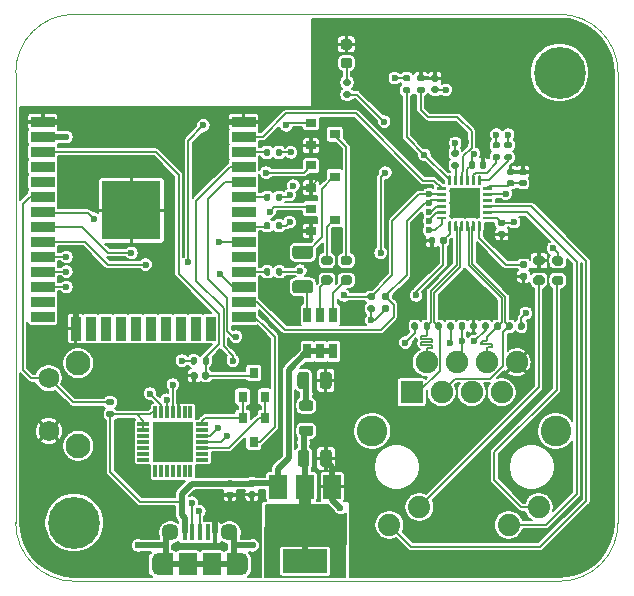
<source format=gbr>
G04 #@! TF.GenerationSoftware,KiCad,Pcbnew,(5.1.7)-1*
G04 #@! TF.CreationDate,2021-04-05T15:35:13-07:00*
G04 #@! TF.ProjectId,EsperDNS,45737065-7244-44e5-932e-6b696361645f,rev?*
G04 #@! TF.SameCoordinates,Original*
G04 #@! TF.FileFunction,Copper,L1,Top*
G04 #@! TF.FilePolarity,Positive*
%FSLAX46Y46*%
G04 Gerber Fmt 4.6, Leading zero omitted, Abs format (unit mm)*
G04 Created by KiCad (PCBNEW (5.1.7)-1) date 2021-04-05 15:35:13*
%MOMM*%
%LPD*%
G01*
G04 APERTURE LIST*
G04 #@! TA.AperFunction,Profile*
%ADD10C,0.100000*%
G04 #@! TD*
G04 #@! TA.AperFunction,SMDPad,CuDef*
%ADD11R,1.000000X0.300000*%
G04 #@! TD*
G04 #@! TA.AperFunction,SMDPad,CuDef*
%ADD12R,0.300000X1.000000*%
G04 #@! TD*
G04 #@! TA.AperFunction,SMDPad,CuDef*
%ADD13R,3.400000X3.400000*%
G04 #@! TD*
G04 #@! TA.AperFunction,SMDPad,CuDef*
%ADD14R,1.500000X1.900000*%
G04 #@! TD*
G04 #@! TA.AperFunction,ComponentPad*
%ADD15C,1.450000*%
G04 #@! TD*
G04 #@! TA.AperFunction,SMDPad,CuDef*
%ADD16R,0.400000X1.350000*%
G04 #@! TD*
G04 #@! TA.AperFunction,ComponentPad*
%ADD17O,1.200000X1.900000*%
G04 #@! TD*
G04 #@! TA.AperFunction,SMDPad,CuDef*
%ADD18R,1.200000X1.900000*%
G04 #@! TD*
G04 #@! TA.AperFunction,SMDPad,CuDef*
%ADD19R,0.800000X0.900000*%
G04 #@! TD*
G04 #@! TA.AperFunction,SMDPad,CuDef*
%ADD20R,2.600000X2.600000*%
G04 #@! TD*
G04 #@! TA.AperFunction,ComponentPad*
%ADD21C,0.500000*%
G04 #@! TD*
G04 #@! TA.AperFunction,SMDPad,CuDef*
%ADD22R,5.000000X5.000000*%
G04 #@! TD*
G04 #@! TA.AperFunction,SMDPad,CuDef*
%ADD23R,2.000000X0.900000*%
G04 #@! TD*
G04 #@! TA.AperFunction,SMDPad,CuDef*
%ADD24R,0.900000X2.000000*%
G04 #@! TD*
G04 #@! TA.AperFunction,SMDPad,CuDef*
%ADD25R,3.800000X2.000000*%
G04 #@! TD*
G04 #@! TA.AperFunction,SMDPad,CuDef*
%ADD26R,1.500000X2.000000*%
G04 #@! TD*
G04 #@! TA.AperFunction,ComponentPad*
%ADD27C,2.100000*%
G04 #@! TD*
G04 #@! TA.AperFunction,ComponentPad*
%ADD28C,1.750000*%
G04 #@! TD*
G04 #@! TA.AperFunction,SMDPad,CuDef*
%ADD29R,0.900000X0.800000*%
G04 #@! TD*
G04 #@! TA.AperFunction,ComponentPad*
%ADD30R,1.900000X1.900000*%
G04 #@! TD*
G04 #@! TA.AperFunction,ComponentPad*
%ADD31C,1.900000*%
G04 #@! TD*
G04 #@! TA.AperFunction,ComponentPad*
%ADD32C,1.890000*%
G04 #@! TD*
G04 #@! TA.AperFunction,ComponentPad*
%ADD33C,2.600000*%
G04 #@! TD*
G04 #@! TA.AperFunction,ComponentPad*
%ADD34C,4.400000*%
G04 #@! TD*
G04 #@! TA.AperFunction,SMDPad,CuDef*
%ADD35R,0.700000X1.300000*%
G04 #@! TD*
G04 #@! TA.AperFunction,ViaPad*
%ADD36C,0.600000*%
G04 #@! TD*
G04 #@! TA.AperFunction,Conductor*
%ADD37C,0.127000*%
G04 #@! TD*
G04 #@! TA.AperFunction,Conductor*
%ADD38C,0.508000*%
G04 #@! TD*
G04 #@! TA.AperFunction,Conductor*
%ADD39C,1.000000*%
G04 #@! TD*
G04 #@! TA.AperFunction,Conductor*
%ADD40C,0.152400*%
G04 #@! TD*
G04 #@! TA.AperFunction,Conductor*
%ADD41C,0.100000*%
G04 #@! TD*
G04 APERTURE END LIST*
D10*
X-25500000Y-19050000D02*
G75*
G03*
X-20550000Y-24000000I4950000J0D01*
G01*
X20550000Y-24000000D02*
G75*
G03*
X25500000Y-19050000I0J4950000D01*
G01*
X25500000Y19050000D02*
G75*
G03*
X20550000Y24000000I-4950000J0D01*
G01*
X-20550000Y24000000D02*
G75*
G03*
X-25500000Y19050000I0J-4950000D01*
G01*
X25500000Y19050000D02*
X25500000Y-19050000D01*
X-20550000Y24000000D02*
X20550000Y24000000D01*
X-25500000Y19050000D02*
X-25500000Y-19050000D01*
X-20550000Y-24000000D02*
X20550000Y-24000000D01*
D11*
X-9700000Y-13700000D03*
D12*
X-13700000Y-14700000D03*
D11*
X-14700000Y-10700000D03*
D12*
X-10700000Y-9700000D03*
X-11200000Y-9700000D03*
X-11700000Y-9700000D03*
X-12200000Y-9700000D03*
X-12700000Y-9700000D03*
X-13200000Y-9700000D03*
X-13700000Y-9700000D03*
D11*
X-14700000Y-11200000D03*
X-14700000Y-11700000D03*
X-14700000Y-12200000D03*
X-14700000Y-12700000D03*
X-14700000Y-13200000D03*
X-14700000Y-13700000D03*
D12*
X-13200000Y-14700000D03*
X-12700000Y-14700000D03*
X-12200000Y-14700000D03*
X-11700000Y-14700000D03*
X-11200000Y-14700000D03*
X-10700000Y-14700000D03*
D11*
X-9700000Y-13200000D03*
X-9700000Y-12700000D03*
X-9700000Y-12200000D03*
X-9700000Y-11700000D03*
X-9700000Y-11200000D03*
X-9700000Y-10700000D03*
D13*
X-12200000Y-12200000D03*
G04 #@! TA.AperFunction,SMDPad,CuDef*
G36*
G01*
X-9126000Y-6431500D02*
X-9126000Y-6776500D01*
G75*
G02*
X-9273500Y-6924000I-147500J0D01*
G01*
X-9568500Y-6924000D01*
G75*
G02*
X-9716000Y-6776500I0J147500D01*
G01*
X-9716000Y-6431500D01*
G75*
G02*
X-9568500Y-6284000I147500J0D01*
G01*
X-9273500Y-6284000D01*
G75*
G02*
X-9126000Y-6431500I0J-147500D01*
G01*
G37*
G04 #@! TD.AperFunction*
G04 #@! TA.AperFunction,SMDPad,CuDef*
G36*
G01*
X-10096000Y-6431500D02*
X-10096000Y-6776500D01*
G75*
G02*
X-10243500Y-6924000I-147500J0D01*
G01*
X-10538500Y-6924000D01*
G75*
G02*
X-10686000Y-6776500I0J147500D01*
G01*
X-10686000Y-6431500D01*
G75*
G02*
X-10538500Y-6284000I147500J0D01*
G01*
X-10243500Y-6284000D01*
G75*
G02*
X-10096000Y-6431500I0J-147500D01*
G01*
G37*
G04 #@! TD.AperFunction*
D14*
X-8906000Y-22573500D03*
D15*
X-12406000Y-19873500D03*
D16*
X-10556000Y-19873500D03*
X-11206000Y-19873500D03*
X-8606000Y-19873500D03*
X-9256000Y-19873500D03*
X-9906000Y-19873500D03*
D15*
X-7406000Y-19873500D03*
D14*
X-10906000Y-22573500D03*
D17*
X-13406000Y-22573500D03*
X-6406000Y-22573500D03*
D18*
X-7006000Y-22573500D03*
X-12806000Y-22573500D03*
D19*
X-6284000Y-8366000D03*
X-4384000Y-8366000D03*
X-5334000Y-6366000D03*
X-4384000Y-10176000D03*
X-6284000Y-10176000D03*
X-5334000Y-12176000D03*
G04 #@! TA.AperFunction,SMDPad,CuDef*
G36*
G01*
X-1650000Y-7475000D02*
X-1650000Y-6525000D01*
G75*
G02*
X-1400000Y-6275000I250000J0D01*
G01*
X-900000Y-6275000D01*
G75*
G02*
X-650000Y-6525000I0J-250000D01*
G01*
X-650000Y-7475000D01*
G75*
G02*
X-900000Y-7725000I-250000J0D01*
G01*
X-1400000Y-7725000D01*
G75*
G02*
X-1650000Y-7475000I0J250000D01*
G01*
G37*
G04 #@! TD.AperFunction*
G04 #@! TA.AperFunction,SMDPad,CuDef*
G36*
G01*
X250000Y-7475000D02*
X250000Y-6525000D01*
G75*
G02*
X500000Y-6275000I250000J0D01*
G01*
X1000000Y-6275000D01*
G75*
G02*
X1250000Y-6525000I0J-250000D01*
G01*
X1250000Y-7475000D01*
G75*
G02*
X1000000Y-7725000I-250000J0D01*
G01*
X500000Y-7725000D01*
G75*
G02*
X250000Y-7475000I0J250000D01*
G01*
G37*
G04 #@! TD.AperFunction*
G04 #@! TA.AperFunction,SMDPad,CuDef*
G36*
G01*
X-1625000Y-14075000D02*
X-1625000Y-13125000D01*
G75*
G02*
X-1375000Y-12875000I250000J0D01*
G01*
X-875000Y-12875000D01*
G75*
G02*
X-625000Y-13125000I0J-250000D01*
G01*
X-625000Y-14075000D01*
G75*
G02*
X-875000Y-14325000I-250000J0D01*
G01*
X-1375000Y-14325000D01*
G75*
G02*
X-1625000Y-14075000I0J250000D01*
G01*
G37*
G04 #@! TD.AperFunction*
G04 #@! TA.AperFunction,SMDPad,CuDef*
G36*
G01*
X275000Y-14075000D02*
X275000Y-13125000D01*
G75*
G02*
X525000Y-12875000I250000J0D01*
G01*
X1025000Y-12875000D01*
G75*
G02*
X1275000Y-13125000I0J-250000D01*
G01*
X1275000Y-14075000D01*
G75*
G02*
X1025000Y-14325000I-250000J0D01*
G01*
X525000Y-14325000D01*
G75*
G02*
X275000Y-14075000I0J250000D01*
G01*
G37*
G04 #@! TD.AperFunction*
G04 #@! TA.AperFunction,SMDPad,CuDef*
G36*
G01*
X19075000Y1085000D02*
X18525000Y1085000D01*
G75*
G02*
X18325000Y1285000I0J200000D01*
G01*
X18325000Y1685000D01*
G75*
G02*
X18525000Y1885000I200000J0D01*
G01*
X19075000Y1885000D01*
G75*
G02*
X19275000Y1685000I0J-200000D01*
G01*
X19275000Y1285000D01*
G75*
G02*
X19075000Y1085000I-200000J0D01*
G01*
G37*
G04 #@! TD.AperFunction*
G04 #@! TA.AperFunction,SMDPad,CuDef*
G36*
G01*
X19075000Y2735000D02*
X18525000Y2735000D01*
G75*
G02*
X18325000Y2935000I0J200000D01*
G01*
X18325000Y3335000D01*
G75*
G02*
X18525000Y3535000I200000J0D01*
G01*
X19075000Y3535000D01*
G75*
G02*
X19275000Y3335000I0J-200000D01*
G01*
X19275000Y2935000D01*
G75*
G02*
X19075000Y2735000I-200000J0D01*
G01*
G37*
G04 #@! TD.AperFunction*
G04 #@! TA.AperFunction,SMDPad,CuDef*
G36*
G01*
X20125000Y3525000D02*
X20675000Y3525000D01*
G75*
G02*
X20875000Y3325000I0J-200000D01*
G01*
X20875000Y2925000D01*
G75*
G02*
X20675000Y2725000I-200000J0D01*
G01*
X20125000Y2725000D01*
G75*
G02*
X19925000Y2925000I0J200000D01*
G01*
X19925000Y3325000D01*
G75*
G02*
X20125000Y3525000I200000J0D01*
G01*
G37*
G04 #@! TD.AperFunction*
G04 #@! TA.AperFunction,SMDPad,CuDef*
G36*
G01*
X20125000Y1875000D02*
X20675000Y1875000D01*
G75*
G02*
X20875000Y1675000I0J-200000D01*
G01*
X20875000Y1275000D01*
G75*
G02*
X20675000Y1075000I-200000J0D01*
G01*
X20125000Y1075000D01*
G75*
G02*
X19925000Y1275000I0J200000D01*
G01*
X19925000Y1675000D01*
G75*
G02*
X20125000Y1875000I200000J0D01*
G01*
G37*
G04 #@! TD.AperFunction*
G04 #@! TA.AperFunction,SMDPad,CuDef*
G36*
G01*
X-1281250Y-8700000D02*
X-518750Y-8700000D01*
G75*
G02*
X-300000Y-8918750I0J-218750D01*
G01*
X-300000Y-9356250D01*
G75*
G02*
X-518750Y-9575000I-218750J0D01*
G01*
X-1281250Y-9575000D01*
G75*
G02*
X-1500000Y-9356250I0J218750D01*
G01*
X-1500000Y-8918750D01*
G75*
G02*
X-1281250Y-8700000I218750J0D01*
G01*
G37*
G04 #@! TD.AperFunction*
G04 #@! TA.AperFunction,SMDPad,CuDef*
G36*
G01*
X-1281250Y-10825000D02*
X-518750Y-10825000D01*
G75*
G02*
X-300000Y-11043750I0J-218750D01*
G01*
X-300000Y-11481250D01*
G75*
G02*
X-518750Y-11700000I-218750J0D01*
G01*
X-1281250Y-11700000D01*
G75*
G02*
X-1500000Y-11481250I0J218750D01*
G01*
X-1500000Y-11043750D01*
G75*
G02*
X-1281250Y-10825000I218750J0D01*
G01*
G37*
G04 #@! TD.AperFunction*
G04 #@! TA.AperFunction,SMDPad,CuDef*
G36*
G01*
X-2920000Y2385000D02*
X-2920000Y2015000D01*
G75*
G02*
X-3055000Y1880000I-135000J0D01*
G01*
X-3325000Y1880000D01*
G75*
G02*
X-3460000Y2015000I0J135000D01*
G01*
X-3460000Y2385000D01*
G75*
G02*
X-3325000Y2520000I135000J0D01*
G01*
X-3055000Y2520000D01*
G75*
G02*
X-2920000Y2385000I0J-135000D01*
G01*
G37*
G04 #@! TD.AperFunction*
G04 #@! TA.AperFunction,SMDPad,CuDef*
G36*
G01*
X-3940000Y2385000D02*
X-3940000Y2015000D01*
G75*
G02*
X-4075000Y1880000I-135000J0D01*
G01*
X-4345000Y1880000D01*
G75*
G02*
X-4480000Y2015000I0J135000D01*
G01*
X-4480000Y2385000D01*
G75*
G02*
X-4345000Y2520000I135000J0D01*
G01*
X-4075000Y2520000D01*
G75*
G02*
X-3940000Y2385000I0J-135000D01*
G01*
G37*
G04 #@! TD.AperFunction*
G04 #@! TA.AperFunction,SMDPad,CuDef*
G36*
G01*
X14850000Y6812500D02*
X14850000Y6687500D01*
G75*
G02*
X14787500Y6625000I-62500J0D01*
G01*
X14087500Y6625000D01*
G75*
G02*
X14025000Y6687500I0J62500D01*
G01*
X14025000Y6812500D01*
G75*
G02*
X14087500Y6875000I62500J0D01*
G01*
X14787500Y6875000D01*
G75*
G02*
X14850000Y6812500I0J-62500D01*
G01*
G37*
G04 #@! TD.AperFunction*
G04 #@! TA.AperFunction,SMDPad,CuDef*
G36*
G01*
X14850000Y7312500D02*
X14850000Y7187500D01*
G75*
G02*
X14787500Y7125000I-62500J0D01*
G01*
X14087500Y7125000D01*
G75*
G02*
X14025000Y7187500I0J62500D01*
G01*
X14025000Y7312500D01*
G75*
G02*
X14087500Y7375000I62500J0D01*
G01*
X14787500Y7375000D01*
G75*
G02*
X14850000Y7312500I0J-62500D01*
G01*
G37*
G04 #@! TD.AperFunction*
G04 #@! TA.AperFunction,SMDPad,CuDef*
G36*
G01*
X14850000Y7812500D02*
X14850000Y7687500D01*
G75*
G02*
X14787500Y7625000I-62500J0D01*
G01*
X14087500Y7625000D01*
G75*
G02*
X14025000Y7687500I0J62500D01*
G01*
X14025000Y7812500D01*
G75*
G02*
X14087500Y7875000I62500J0D01*
G01*
X14787500Y7875000D01*
G75*
G02*
X14850000Y7812500I0J-62500D01*
G01*
G37*
G04 #@! TD.AperFunction*
G04 #@! TA.AperFunction,SMDPad,CuDef*
G36*
G01*
X14850000Y8312500D02*
X14850000Y8187500D01*
G75*
G02*
X14787500Y8125000I-62500J0D01*
G01*
X14087500Y8125000D01*
G75*
G02*
X14025000Y8187500I0J62500D01*
G01*
X14025000Y8312500D01*
G75*
G02*
X14087500Y8375000I62500J0D01*
G01*
X14787500Y8375000D01*
G75*
G02*
X14850000Y8312500I0J-62500D01*
G01*
G37*
G04 #@! TD.AperFunction*
G04 #@! TA.AperFunction,SMDPad,CuDef*
G36*
G01*
X14850000Y8812500D02*
X14850000Y8687500D01*
G75*
G02*
X14787500Y8625000I-62500J0D01*
G01*
X14087500Y8625000D01*
G75*
G02*
X14025000Y8687500I0J62500D01*
G01*
X14025000Y8812500D01*
G75*
G02*
X14087500Y8875000I62500J0D01*
G01*
X14787500Y8875000D01*
G75*
G02*
X14850000Y8812500I0J-62500D01*
G01*
G37*
G04 #@! TD.AperFunction*
G04 #@! TA.AperFunction,SMDPad,CuDef*
G36*
G01*
X14850000Y9312500D02*
X14850000Y9187500D01*
G75*
G02*
X14787500Y9125000I-62500J0D01*
G01*
X14087500Y9125000D01*
G75*
G02*
X14025000Y9187500I0J62500D01*
G01*
X14025000Y9312500D01*
G75*
G02*
X14087500Y9375000I62500J0D01*
G01*
X14787500Y9375000D01*
G75*
G02*
X14850000Y9312500I0J-62500D01*
G01*
G37*
G04 #@! TD.AperFunction*
G04 #@! TA.AperFunction,SMDPad,CuDef*
G36*
G01*
X13875000Y10287500D02*
X13875000Y9587500D01*
G75*
G02*
X13812500Y9525000I-62500J0D01*
G01*
X13687500Y9525000D01*
G75*
G02*
X13625000Y9587500I0J62500D01*
G01*
X13625000Y10287500D01*
G75*
G02*
X13687500Y10350000I62500J0D01*
G01*
X13812500Y10350000D01*
G75*
G02*
X13875000Y10287500I0J-62500D01*
G01*
G37*
G04 #@! TD.AperFunction*
G04 #@! TA.AperFunction,SMDPad,CuDef*
G36*
G01*
X13375000Y10287500D02*
X13375000Y9587500D01*
G75*
G02*
X13312500Y9525000I-62500J0D01*
G01*
X13187500Y9525000D01*
G75*
G02*
X13125000Y9587500I0J62500D01*
G01*
X13125000Y10287500D01*
G75*
G02*
X13187500Y10350000I62500J0D01*
G01*
X13312500Y10350000D01*
G75*
G02*
X13375000Y10287500I0J-62500D01*
G01*
G37*
G04 #@! TD.AperFunction*
G04 #@! TA.AperFunction,SMDPad,CuDef*
G36*
G01*
X12875000Y10287500D02*
X12875000Y9587500D01*
G75*
G02*
X12812500Y9525000I-62500J0D01*
G01*
X12687500Y9525000D01*
G75*
G02*
X12625000Y9587500I0J62500D01*
G01*
X12625000Y10287500D01*
G75*
G02*
X12687500Y10350000I62500J0D01*
G01*
X12812500Y10350000D01*
G75*
G02*
X12875000Y10287500I0J-62500D01*
G01*
G37*
G04 #@! TD.AperFunction*
G04 #@! TA.AperFunction,SMDPad,CuDef*
G36*
G01*
X12375000Y10287500D02*
X12375000Y9587500D01*
G75*
G02*
X12312500Y9525000I-62500J0D01*
G01*
X12187500Y9525000D01*
G75*
G02*
X12125000Y9587500I0J62500D01*
G01*
X12125000Y10287500D01*
G75*
G02*
X12187500Y10350000I62500J0D01*
G01*
X12312500Y10350000D01*
G75*
G02*
X12375000Y10287500I0J-62500D01*
G01*
G37*
G04 #@! TD.AperFunction*
G04 #@! TA.AperFunction,SMDPad,CuDef*
G36*
G01*
X11875000Y10287500D02*
X11875000Y9587500D01*
G75*
G02*
X11812500Y9525000I-62500J0D01*
G01*
X11687500Y9525000D01*
G75*
G02*
X11625000Y9587500I0J62500D01*
G01*
X11625000Y10287500D01*
G75*
G02*
X11687500Y10350000I62500J0D01*
G01*
X11812500Y10350000D01*
G75*
G02*
X11875000Y10287500I0J-62500D01*
G01*
G37*
G04 #@! TD.AperFunction*
G04 #@! TA.AperFunction,SMDPad,CuDef*
G36*
G01*
X11375000Y10287500D02*
X11375000Y9587500D01*
G75*
G02*
X11312500Y9525000I-62500J0D01*
G01*
X11187500Y9525000D01*
G75*
G02*
X11125000Y9587500I0J62500D01*
G01*
X11125000Y10287500D01*
G75*
G02*
X11187500Y10350000I62500J0D01*
G01*
X11312500Y10350000D01*
G75*
G02*
X11375000Y10287500I0J-62500D01*
G01*
G37*
G04 #@! TD.AperFunction*
G04 #@! TA.AperFunction,SMDPad,CuDef*
G36*
G01*
X10975000Y9312500D02*
X10975000Y9187500D01*
G75*
G02*
X10912500Y9125000I-62500J0D01*
G01*
X10212500Y9125000D01*
G75*
G02*
X10150000Y9187500I0J62500D01*
G01*
X10150000Y9312500D01*
G75*
G02*
X10212500Y9375000I62500J0D01*
G01*
X10912500Y9375000D01*
G75*
G02*
X10975000Y9312500I0J-62500D01*
G01*
G37*
G04 #@! TD.AperFunction*
G04 #@! TA.AperFunction,SMDPad,CuDef*
G36*
G01*
X10975000Y8812500D02*
X10975000Y8687500D01*
G75*
G02*
X10912500Y8625000I-62500J0D01*
G01*
X10212500Y8625000D01*
G75*
G02*
X10150000Y8687500I0J62500D01*
G01*
X10150000Y8812500D01*
G75*
G02*
X10212500Y8875000I62500J0D01*
G01*
X10912500Y8875000D01*
G75*
G02*
X10975000Y8812500I0J-62500D01*
G01*
G37*
G04 #@! TD.AperFunction*
G04 #@! TA.AperFunction,SMDPad,CuDef*
G36*
G01*
X10975000Y8312500D02*
X10975000Y8187500D01*
G75*
G02*
X10912500Y8125000I-62500J0D01*
G01*
X10212500Y8125000D01*
G75*
G02*
X10150000Y8187500I0J62500D01*
G01*
X10150000Y8312500D01*
G75*
G02*
X10212500Y8375000I62500J0D01*
G01*
X10912500Y8375000D01*
G75*
G02*
X10975000Y8312500I0J-62500D01*
G01*
G37*
G04 #@! TD.AperFunction*
G04 #@! TA.AperFunction,SMDPad,CuDef*
G36*
G01*
X10975000Y7812500D02*
X10975000Y7687500D01*
G75*
G02*
X10912500Y7625000I-62500J0D01*
G01*
X10212500Y7625000D01*
G75*
G02*
X10150000Y7687500I0J62500D01*
G01*
X10150000Y7812500D01*
G75*
G02*
X10212500Y7875000I62500J0D01*
G01*
X10912500Y7875000D01*
G75*
G02*
X10975000Y7812500I0J-62500D01*
G01*
G37*
G04 #@! TD.AperFunction*
G04 #@! TA.AperFunction,SMDPad,CuDef*
G36*
G01*
X10975000Y7312500D02*
X10975000Y7187500D01*
G75*
G02*
X10912500Y7125000I-62500J0D01*
G01*
X10212500Y7125000D01*
G75*
G02*
X10150000Y7187500I0J62500D01*
G01*
X10150000Y7312500D01*
G75*
G02*
X10212500Y7375000I62500J0D01*
G01*
X10912500Y7375000D01*
G75*
G02*
X10975000Y7312500I0J-62500D01*
G01*
G37*
G04 #@! TD.AperFunction*
G04 #@! TA.AperFunction,SMDPad,CuDef*
G36*
G01*
X10975000Y6812500D02*
X10975000Y6687500D01*
G75*
G02*
X10912500Y6625000I-62500J0D01*
G01*
X10212500Y6625000D01*
G75*
G02*
X10150000Y6687500I0J62500D01*
G01*
X10150000Y6812500D01*
G75*
G02*
X10212500Y6875000I62500J0D01*
G01*
X10912500Y6875000D01*
G75*
G02*
X10975000Y6812500I0J-62500D01*
G01*
G37*
G04 #@! TD.AperFunction*
G04 #@! TA.AperFunction,SMDPad,CuDef*
G36*
G01*
X11375000Y6412500D02*
X11375000Y5712500D01*
G75*
G02*
X11312500Y5650000I-62500J0D01*
G01*
X11187500Y5650000D01*
G75*
G02*
X11125000Y5712500I0J62500D01*
G01*
X11125000Y6412500D01*
G75*
G02*
X11187500Y6475000I62500J0D01*
G01*
X11312500Y6475000D01*
G75*
G02*
X11375000Y6412500I0J-62500D01*
G01*
G37*
G04 #@! TD.AperFunction*
G04 #@! TA.AperFunction,SMDPad,CuDef*
G36*
G01*
X11875000Y6412500D02*
X11875000Y5712500D01*
G75*
G02*
X11812500Y5650000I-62500J0D01*
G01*
X11687500Y5650000D01*
G75*
G02*
X11625000Y5712500I0J62500D01*
G01*
X11625000Y6412500D01*
G75*
G02*
X11687500Y6475000I62500J0D01*
G01*
X11812500Y6475000D01*
G75*
G02*
X11875000Y6412500I0J-62500D01*
G01*
G37*
G04 #@! TD.AperFunction*
G04 #@! TA.AperFunction,SMDPad,CuDef*
G36*
G01*
X12375000Y6412500D02*
X12375000Y5712500D01*
G75*
G02*
X12312500Y5650000I-62500J0D01*
G01*
X12187500Y5650000D01*
G75*
G02*
X12125000Y5712500I0J62500D01*
G01*
X12125000Y6412500D01*
G75*
G02*
X12187500Y6475000I62500J0D01*
G01*
X12312500Y6475000D01*
G75*
G02*
X12375000Y6412500I0J-62500D01*
G01*
G37*
G04 #@! TD.AperFunction*
G04 #@! TA.AperFunction,SMDPad,CuDef*
G36*
G01*
X12875000Y6412500D02*
X12875000Y5712500D01*
G75*
G02*
X12812500Y5650000I-62500J0D01*
G01*
X12687500Y5650000D01*
G75*
G02*
X12625000Y5712500I0J62500D01*
G01*
X12625000Y6412500D01*
G75*
G02*
X12687500Y6475000I62500J0D01*
G01*
X12812500Y6475000D01*
G75*
G02*
X12875000Y6412500I0J-62500D01*
G01*
G37*
G04 #@! TD.AperFunction*
G04 #@! TA.AperFunction,SMDPad,CuDef*
G36*
G01*
X13375000Y6412500D02*
X13375000Y5712500D01*
G75*
G02*
X13312500Y5650000I-62500J0D01*
G01*
X13187500Y5650000D01*
G75*
G02*
X13125000Y5712500I0J62500D01*
G01*
X13125000Y6412500D01*
G75*
G02*
X13187500Y6475000I62500J0D01*
G01*
X13312500Y6475000D01*
G75*
G02*
X13375000Y6412500I0J-62500D01*
G01*
G37*
G04 #@! TD.AperFunction*
G04 #@! TA.AperFunction,SMDPad,CuDef*
G36*
G01*
X13875000Y6412500D02*
X13875000Y5712500D01*
G75*
G02*
X13812500Y5650000I-62500J0D01*
G01*
X13687500Y5650000D01*
G75*
G02*
X13625000Y5712500I0J62500D01*
G01*
X13625000Y6412500D01*
G75*
G02*
X13687500Y6475000I62500J0D01*
G01*
X13812500Y6475000D01*
G75*
G02*
X13875000Y6412500I0J-62500D01*
G01*
G37*
G04 #@! TD.AperFunction*
D20*
X12500000Y8000000D03*
D21*
X13550000Y6950000D03*
X12500000Y6950000D03*
X11450000Y6950000D03*
X13550000Y8000000D03*
X12500000Y8000000D03*
X11450000Y8000000D03*
X13550000Y9050000D03*
X12500000Y9050000D03*
X11450000Y9050000D03*
D22*
X-15700000Y7400000D03*
D23*
X-23200000Y14900000D03*
X-23200000Y13630000D03*
X-23200000Y12360000D03*
X-23200000Y11090000D03*
X-23200000Y9820000D03*
X-23200000Y8550000D03*
X-23200000Y7280000D03*
X-23200000Y6010000D03*
X-23200000Y4740000D03*
X-23200000Y3470000D03*
X-23200000Y2200000D03*
X-23200000Y930000D03*
X-23200000Y-340000D03*
X-23200000Y-1610000D03*
D24*
X-20415000Y-2610000D03*
X-19145000Y-2610000D03*
X-17875000Y-2610000D03*
X-16605000Y-2610000D03*
X-15335000Y-2610000D03*
X-14065000Y-2610000D03*
X-12795000Y-2610000D03*
X-11525000Y-2610000D03*
X-10255000Y-2610000D03*
X-8985000Y-2610000D03*
D23*
X-6200000Y-1610000D03*
X-6200000Y-340000D03*
X-6200000Y930000D03*
X-6200000Y2200000D03*
X-6200000Y3470000D03*
X-6200000Y4740000D03*
X-6200000Y6010000D03*
X-6200000Y7280000D03*
X-6200000Y8550000D03*
X-6200000Y9820000D03*
X-6200000Y11090000D03*
X-6200000Y12360000D03*
X-6200000Y13630000D03*
X-6200000Y14900000D03*
D25*
X-1000000Y-22300000D03*
D26*
X-1000000Y-16000000D03*
X-3300000Y-16000000D03*
X1300000Y-16000000D03*
D27*
X-20210000Y-5540000D03*
D28*
X-22700000Y-6800000D03*
X-22700000Y-11300000D03*
D27*
X-20210000Y-12550000D03*
G04 #@! TA.AperFunction,SMDPad,CuDef*
G36*
G01*
X8985000Y17320000D02*
X8615000Y17320000D01*
G75*
G02*
X8480000Y17455000I0J135000D01*
G01*
X8480000Y17725000D01*
G75*
G02*
X8615000Y17860000I135000J0D01*
G01*
X8985000Y17860000D01*
G75*
G02*
X9120000Y17725000I0J-135000D01*
G01*
X9120000Y17455000D01*
G75*
G02*
X8985000Y17320000I-135000J0D01*
G01*
G37*
G04 #@! TD.AperFunction*
G04 #@! TA.AperFunction,SMDPad,CuDef*
G36*
G01*
X8985000Y18340000D02*
X8615000Y18340000D01*
G75*
G02*
X8480000Y18475000I0J135000D01*
G01*
X8480000Y18745000D01*
G75*
G02*
X8615000Y18880000I135000J0D01*
G01*
X8985000Y18880000D01*
G75*
G02*
X9120000Y18745000I0J-135000D01*
G01*
X9120000Y18475000D01*
G75*
G02*
X8985000Y18340000I-135000J0D01*
G01*
G37*
G04 #@! TD.AperFunction*
G04 #@! TA.AperFunction,SMDPad,CuDef*
G36*
G01*
X17315000Y3080000D02*
X17685000Y3080000D01*
G75*
G02*
X17820000Y2945000I0J-135000D01*
G01*
X17820000Y2675000D01*
G75*
G02*
X17685000Y2540000I-135000J0D01*
G01*
X17315000Y2540000D01*
G75*
G02*
X17180000Y2675000I0J135000D01*
G01*
X17180000Y2945000D01*
G75*
G02*
X17315000Y3080000I135000J0D01*
G01*
G37*
G04 #@! TD.AperFunction*
G04 #@! TA.AperFunction,SMDPad,CuDef*
G36*
G01*
X17315000Y2060000D02*
X17685000Y2060000D01*
G75*
G02*
X17820000Y1925000I0J-135000D01*
G01*
X17820000Y1655000D01*
G75*
G02*
X17685000Y1520000I-135000J0D01*
G01*
X17315000Y1520000D01*
G75*
G02*
X17180000Y1655000I0J135000D01*
G01*
X17180000Y1925000D01*
G75*
G02*
X17315000Y2060000I135000J0D01*
G01*
G37*
G04 #@! TD.AperFunction*
G04 #@! TA.AperFunction,SMDPad,CuDef*
G36*
G01*
X11885000Y10930000D02*
X11515000Y10930000D01*
G75*
G02*
X11380000Y11065000I0J135000D01*
G01*
X11380000Y11335000D01*
G75*
G02*
X11515000Y11470000I135000J0D01*
G01*
X11885000Y11470000D01*
G75*
G02*
X12020000Y11335000I0J-135000D01*
G01*
X12020000Y11065000D01*
G75*
G02*
X11885000Y10930000I-135000J0D01*
G01*
G37*
G04 #@! TD.AperFunction*
G04 #@! TA.AperFunction,SMDPad,CuDef*
G36*
G01*
X11885000Y11950000D02*
X11515000Y11950000D01*
G75*
G02*
X11380000Y12085000I0J135000D01*
G01*
X11380000Y12355000D01*
G75*
G02*
X11515000Y12490000I135000J0D01*
G01*
X11885000Y12490000D01*
G75*
G02*
X12020000Y12355000I0J-135000D01*
G01*
X12020000Y12085000D01*
G75*
G02*
X11885000Y11950000I-135000J0D01*
G01*
G37*
G04 #@! TD.AperFunction*
G04 #@! TA.AperFunction,SMDPad,CuDef*
G36*
G01*
X16385000Y11630000D02*
X16015000Y11630000D01*
G75*
G02*
X15880000Y11765000I0J135000D01*
G01*
X15880000Y12035000D01*
G75*
G02*
X16015000Y12170000I135000J0D01*
G01*
X16385000Y12170000D01*
G75*
G02*
X16520000Y12035000I0J-135000D01*
G01*
X16520000Y11765000D01*
G75*
G02*
X16385000Y11630000I-135000J0D01*
G01*
G37*
G04 #@! TD.AperFunction*
G04 #@! TA.AperFunction,SMDPad,CuDef*
G36*
G01*
X16385000Y12650000D02*
X16015000Y12650000D01*
G75*
G02*
X15880000Y12785000I0J135000D01*
G01*
X15880000Y13055000D01*
G75*
G02*
X16015000Y13190000I135000J0D01*
G01*
X16385000Y13190000D01*
G75*
G02*
X16520000Y13055000I0J-135000D01*
G01*
X16520000Y12785000D01*
G75*
G02*
X16385000Y12650000I-135000J0D01*
G01*
G37*
G04 #@! TD.AperFunction*
G04 #@! TA.AperFunction,SMDPad,CuDef*
G36*
G01*
X15385000Y11630000D02*
X15015000Y11630000D01*
G75*
G02*
X14880000Y11765000I0J135000D01*
G01*
X14880000Y12035000D01*
G75*
G02*
X15015000Y12170000I135000J0D01*
G01*
X15385000Y12170000D01*
G75*
G02*
X15520000Y12035000I0J-135000D01*
G01*
X15520000Y11765000D01*
G75*
G02*
X15385000Y11630000I-135000J0D01*
G01*
G37*
G04 #@! TD.AperFunction*
G04 #@! TA.AperFunction,SMDPad,CuDef*
G36*
G01*
X15385000Y12650000D02*
X15015000Y12650000D01*
G75*
G02*
X14880000Y12785000I0J135000D01*
G01*
X14880000Y13055000D01*
G75*
G02*
X15015000Y13190000I135000J0D01*
G01*
X15385000Y13190000D01*
G75*
G02*
X15520000Y13055000I0J-135000D01*
G01*
X15520000Y12785000D01*
G75*
G02*
X15385000Y12650000I-135000J0D01*
G01*
G37*
G04 #@! TD.AperFunction*
G04 #@! TA.AperFunction,SMDPad,CuDef*
G36*
G01*
X14010000Y-2585000D02*
X14010000Y-2215000D01*
G75*
G02*
X14145000Y-2080000I135000J0D01*
G01*
X14415000Y-2080000D01*
G75*
G02*
X14550000Y-2215000I0J-135000D01*
G01*
X14550000Y-2585000D01*
G75*
G02*
X14415000Y-2720000I-135000J0D01*
G01*
X14145000Y-2720000D01*
G75*
G02*
X14010000Y-2585000I0J135000D01*
G01*
G37*
G04 #@! TD.AperFunction*
G04 #@! TA.AperFunction,SMDPad,CuDef*
G36*
G01*
X15030000Y-2585000D02*
X15030000Y-2215000D01*
G75*
G02*
X15165000Y-2080000I135000J0D01*
G01*
X15435000Y-2080000D01*
G75*
G02*
X15570000Y-2215000I0J-135000D01*
G01*
X15570000Y-2585000D01*
G75*
G02*
X15435000Y-2720000I-135000J0D01*
G01*
X15165000Y-2720000D01*
G75*
G02*
X15030000Y-2585000I0J135000D01*
G01*
G37*
G04 #@! TD.AperFunction*
G04 #@! TA.AperFunction,SMDPad,CuDef*
G36*
G01*
X17590000Y-2215000D02*
X17590000Y-2585000D01*
G75*
G02*
X17455000Y-2720000I-135000J0D01*
G01*
X17185000Y-2720000D01*
G75*
G02*
X17050000Y-2585000I0J135000D01*
G01*
X17050000Y-2215000D01*
G75*
G02*
X17185000Y-2080000I135000J0D01*
G01*
X17455000Y-2080000D01*
G75*
G02*
X17590000Y-2215000I0J-135000D01*
G01*
G37*
G04 #@! TD.AperFunction*
G04 #@! TA.AperFunction,SMDPad,CuDef*
G36*
G01*
X16570000Y-2215000D02*
X16570000Y-2585000D01*
G75*
G02*
X16435000Y-2720000I-135000J0D01*
G01*
X16165000Y-2720000D01*
G75*
G02*
X16030000Y-2585000I0J135000D01*
G01*
X16030000Y-2215000D01*
G75*
G02*
X16165000Y-2080000I135000J0D01*
G01*
X16435000Y-2080000D01*
G75*
G02*
X16570000Y-2215000I0J-135000D01*
G01*
G37*
G04 #@! TD.AperFunction*
G04 #@! TA.AperFunction,SMDPad,CuDef*
G36*
G01*
X8010000Y-2585000D02*
X8010000Y-2215000D01*
G75*
G02*
X8145000Y-2080000I135000J0D01*
G01*
X8415000Y-2080000D01*
G75*
G02*
X8550000Y-2215000I0J-135000D01*
G01*
X8550000Y-2585000D01*
G75*
G02*
X8415000Y-2720000I-135000J0D01*
G01*
X8145000Y-2720000D01*
G75*
G02*
X8010000Y-2585000I0J135000D01*
G01*
G37*
G04 #@! TD.AperFunction*
G04 #@! TA.AperFunction,SMDPad,CuDef*
G36*
G01*
X9030000Y-2585000D02*
X9030000Y-2215000D01*
G75*
G02*
X9165000Y-2080000I135000J0D01*
G01*
X9435000Y-2080000D01*
G75*
G02*
X9570000Y-2215000I0J-135000D01*
G01*
X9570000Y-2585000D01*
G75*
G02*
X9435000Y-2720000I-135000J0D01*
G01*
X9165000Y-2720000D01*
G75*
G02*
X9030000Y-2585000I0J135000D01*
G01*
G37*
G04 #@! TD.AperFunction*
G04 #@! TA.AperFunction,SMDPad,CuDef*
G36*
G01*
X11590000Y-2215000D02*
X11590000Y-2585000D01*
G75*
G02*
X11455000Y-2720000I-135000J0D01*
G01*
X11185000Y-2720000D01*
G75*
G02*
X11050000Y-2585000I0J135000D01*
G01*
X11050000Y-2215000D01*
G75*
G02*
X11185000Y-2080000I135000J0D01*
G01*
X11455000Y-2080000D01*
G75*
G02*
X11590000Y-2215000I0J-135000D01*
G01*
G37*
G04 #@! TD.AperFunction*
G04 #@! TA.AperFunction,SMDPad,CuDef*
G36*
G01*
X10570000Y-2215000D02*
X10570000Y-2585000D01*
G75*
G02*
X10435000Y-2720000I-135000J0D01*
G01*
X10165000Y-2720000D01*
G75*
G02*
X10030000Y-2585000I0J135000D01*
G01*
X10030000Y-2215000D01*
G75*
G02*
X10165000Y-2080000I135000J0D01*
G01*
X10435000Y-2080000D01*
G75*
G02*
X10570000Y-2215000I0J-135000D01*
G01*
G37*
G04 #@! TD.AperFunction*
G04 #@! TA.AperFunction,SMDPad,CuDef*
G36*
G01*
X4785000Y-1190000D02*
X4415000Y-1190000D01*
G75*
G02*
X4280000Y-1055000I0J135000D01*
G01*
X4280000Y-785000D01*
G75*
G02*
X4415000Y-650000I135000J0D01*
G01*
X4785000Y-650000D01*
G75*
G02*
X4920000Y-785000I0J-135000D01*
G01*
X4920000Y-1055000D01*
G75*
G02*
X4785000Y-1190000I-135000J0D01*
G01*
G37*
G04 #@! TD.AperFunction*
G04 #@! TA.AperFunction,SMDPad,CuDef*
G36*
G01*
X4785000Y-170000D02*
X4415000Y-170000D01*
G75*
G02*
X4280000Y-35000I0J135000D01*
G01*
X4280000Y235000D01*
G75*
G02*
X4415000Y370000I135000J0D01*
G01*
X4785000Y370000D01*
G75*
G02*
X4920000Y235000I0J-135000D01*
G01*
X4920000Y-35000D01*
G75*
G02*
X4785000Y-170000I-135000J0D01*
G01*
G37*
G04 #@! TD.AperFunction*
G04 #@! TA.AperFunction,SMDPad,CuDef*
G36*
G01*
X5985000Y-1180000D02*
X5615000Y-1180000D01*
G75*
G02*
X5480000Y-1045000I0J135000D01*
G01*
X5480000Y-775000D01*
G75*
G02*
X5615000Y-640000I135000J0D01*
G01*
X5985000Y-640000D01*
G75*
G02*
X6120000Y-775000I0J-135000D01*
G01*
X6120000Y-1045000D01*
G75*
G02*
X5985000Y-1180000I-135000J0D01*
G01*
G37*
G04 #@! TD.AperFunction*
G04 #@! TA.AperFunction,SMDPad,CuDef*
G36*
G01*
X5985000Y-160000D02*
X5615000Y-160000D01*
G75*
G02*
X5480000Y-25000I0J135000D01*
G01*
X5480000Y245000D01*
G75*
G02*
X5615000Y380000I135000J0D01*
G01*
X5985000Y380000D01*
G75*
G02*
X6120000Y245000I0J-135000D01*
G01*
X6120000Y-25000D01*
G75*
G02*
X5985000Y-160000I-135000J0D01*
G01*
G37*
G04 #@! TD.AperFunction*
G04 #@! TA.AperFunction,SMDPad,CuDef*
G36*
G01*
X7415000Y18870000D02*
X7785000Y18870000D01*
G75*
G02*
X7920000Y18735000I0J-135000D01*
G01*
X7920000Y18465000D01*
G75*
G02*
X7785000Y18330000I-135000J0D01*
G01*
X7415000Y18330000D01*
G75*
G02*
X7280000Y18465000I0J135000D01*
G01*
X7280000Y18735000D01*
G75*
G02*
X7415000Y18870000I135000J0D01*
G01*
G37*
G04 #@! TD.AperFunction*
G04 #@! TA.AperFunction,SMDPad,CuDef*
G36*
G01*
X7415000Y17850000D02*
X7785000Y17850000D01*
G75*
G02*
X7920000Y17715000I0J-135000D01*
G01*
X7920000Y17445000D01*
G75*
G02*
X7785000Y17310000I-135000J0D01*
G01*
X7415000Y17310000D01*
G75*
G02*
X7280000Y17445000I0J135000D01*
G01*
X7280000Y17715000D01*
G75*
G02*
X7415000Y17850000I135000J0D01*
G01*
G37*
G04 #@! TD.AperFunction*
G04 #@! TA.AperFunction,SMDPad,CuDef*
G36*
G01*
X-4490000Y12115000D02*
X-4490000Y12485000D01*
G75*
G02*
X-4355000Y12620000I135000J0D01*
G01*
X-4085000Y12620000D01*
G75*
G02*
X-3950000Y12485000I0J-135000D01*
G01*
X-3950000Y12115000D01*
G75*
G02*
X-4085000Y11980000I-135000J0D01*
G01*
X-4355000Y11980000D01*
G75*
G02*
X-4490000Y12115000I0J135000D01*
G01*
G37*
G04 #@! TD.AperFunction*
G04 #@! TA.AperFunction,SMDPad,CuDef*
G36*
G01*
X-3470000Y12115000D02*
X-3470000Y12485000D01*
G75*
G02*
X-3335000Y12620000I135000J0D01*
G01*
X-3065000Y12620000D01*
G75*
G02*
X-2930000Y12485000I0J-135000D01*
G01*
X-2930000Y12115000D01*
G75*
G02*
X-3065000Y11980000I-135000J0D01*
G01*
X-3335000Y11980000D01*
G75*
G02*
X-3470000Y12115000I0J135000D01*
G01*
G37*
G04 #@! TD.AperFunction*
G04 #@! TA.AperFunction,SMDPad,CuDef*
G36*
G01*
X-17315000Y-10130000D02*
X-17685000Y-10130000D01*
G75*
G02*
X-17820000Y-9995000I0J135000D01*
G01*
X-17820000Y-9725000D01*
G75*
G02*
X-17685000Y-9590000I135000J0D01*
G01*
X-17315000Y-9590000D01*
G75*
G02*
X-17180000Y-9725000I0J-135000D01*
G01*
X-17180000Y-9995000D01*
G75*
G02*
X-17315000Y-10130000I-135000J0D01*
G01*
G37*
G04 #@! TD.AperFunction*
G04 #@! TA.AperFunction,SMDPad,CuDef*
G36*
G01*
X-17315000Y-9110000D02*
X-17685000Y-9110000D01*
G75*
G02*
X-17820000Y-8975000I0J135000D01*
G01*
X-17820000Y-8705000D01*
G75*
G02*
X-17685000Y-8570000I135000J0D01*
G01*
X-17315000Y-8570000D01*
G75*
G02*
X-17180000Y-8705000I0J-135000D01*
G01*
X-17180000Y-8975000D01*
G75*
G02*
X-17315000Y-9110000I-135000J0D01*
G01*
G37*
G04 #@! TD.AperFunction*
G04 #@! TA.AperFunction,SMDPad,CuDef*
G36*
G01*
X-4480000Y8315000D02*
X-4480000Y8685000D01*
G75*
G02*
X-4345000Y8820000I135000J0D01*
G01*
X-4075000Y8820000D01*
G75*
G02*
X-3940000Y8685000I0J-135000D01*
G01*
X-3940000Y8315000D01*
G75*
G02*
X-4075000Y8180000I-135000J0D01*
G01*
X-4345000Y8180000D01*
G75*
G02*
X-4480000Y8315000I0J135000D01*
G01*
G37*
G04 #@! TD.AperFunction*
G04 #@! TA.AperFunction,SMDPad,CuDef*
G36*
G01*
X-3460000Y8315000D02*
X-3460000Y8685000D01*
G75*
G02*
X-3325000Y8820000I135000J0D01*
G01*
X-3055000Y8820000D01*
G75*
G02*
X-2920000Y8685000I0J-135000D01*
G01*
X-2920000Y8315000D01*
G75*
G02*
X-3055000Y8180000I-135000J0D01*
G01*
X-3325000Y8180000D01*
G75*
G02*
X-3460000Y8315000I0J135000D01*
G01*
G37*
G04 #@! TD.AperFunction*
G04 #@! TA.AperFunction,SMDPad,CuDef*
G36*
G01*
X-4490000Y5915000D02*
X-4490000Y6285000D01*
G75*
G02*
X-4355000Y6420000I135000J0D01*
G01*
X-4085000Y6420000D01*
G75*
G02*
X-3950000Y6285000I0J-135000D01*
G01*
X-3950000Y5915000D01*
G75*
G02*
X-4085000Y5780000I-135000J0D01*
G01*
X-4355000Y5780000D01*
G75*
G02*
X-4490000Y5915000I0J135000D01*
G01*
G37*
G04 #@! TD.AperFunction*
G04 #@! TA.AperFunction,SMDPad,CuDef*
G36*
G01*
X-3470000Y5915000D02*
X-3470000Y6285000D01*
G75*
G02*
X-3335000Y6420000I135000J0D01*
G01*
X-3065000Y6420000D01*
G75*
G02*
X-2930000Y6285000I0J-135000D01*
G01*
X-2930000Y5915000D01*
G75*
G02*
X-3065000Y5780000I-135000J0D01*
G01*
X-3335000Y5780000D01*
G75*
G02*
X-3470000Y5915000I0J135000D01*
G01*
G37*
G04 #@! TD.AperFunction*
G04 #@! TA.AperFunction,SMDPad,CuDef*
G36*
G01*
X-574998Y362500D02*
X-1825002Y362500D01*
G75*
G02*
X-2075000Y612498I0J249998D01*
G01*
X-2075000Y1237502D01*
G75*
G02*
X-1825002Y1487500I249998J0D01*
G01*
X-574998Y1487500D01*
G75*
G02*
X-325000Y1237502I0J-249998D01*
G01*
X-325000Y612498D01*
G75*
G02*
X-574998Y362500I-249998J0D01*
G01*
G37*
G04 #@! TD.AperFunction*
G04 #@! TA.AperFunction,SMDPad,CuDef*
G36*
G01*
X-574998Y3287500D02*
X-1825002Y3287500D01*
G75*
G02*
X-2075000Y3537498I0J249998D01*
G01*
X-2075000Y4162502D01*
G75*
G02*
X-1825002Y4412500I249998J0D01*
G01*
X-574998Y4412500D01*
G75*
G02*
X-325000Y4162502I0J-249998D01*
G01*
X-325000Y3537498D01*
G75*
G02*
X-574998Y3287500I-249998J0D01*
G01*
G37*
G04 #@! TD.AperFunction*
G04 #@! TA.AperFunction,SMDPad,CuDef*
G36*
G01*
X1125000Y1100000D02*
X575000Y1100000D01*
G75*
G02*
X375000Y1300000I0J200000D01*
G01*
X375000Y1700000D01*
G75*
G02*
X575000Y1900000I200000J0D01*
G01*
X1125000Y1900000D01*
G75*
G02*
X1325000Y1700000I0J-200000D01*
G01*
X1325000Y1300000D01*
G75*
G02*
X1125000Y1100000I-200000J0D01*
G01*
G37*
G04 #@! TD.AperFunction*
G04 #@! TA.AperFunction,SMDPad,CuDef*
G36*
G01*
X1125000Y2750000D02*
X575000Y2750000D01*
G75*
G02*
X375000Y2950000I0J200000D01*
G01*
X375000Y3350000D01*
G75*
G02*
X575000Y3550000I200000J0D01*
G01*
X1125000Y3550000D01*
G75*
G02*
X1325000Y3350000I0J-200000D01*
G01*
X1325000Y2950000D01*
G75*
G02*
X1125000Y2750000I-200000J0D01*
G01*
G37*
G04 #@! TD.AperFunction*
G04 #@! TA.AperFunction,SMDPad,CuDef*
G36*
G01*
X2775000Y1100000D02*
X2225000Y1100000D01*
G75*
G02*
X2025000Y1300000I0J200000D01*
G01*
X2025000Y1700000D01*
G75*
G02*
X2225000Y1900000I200000J0D01*
G01*
X2775000Y1900000D01*
G75*
G02*
X2975000Y1700000I0J-200000D01*
G01*
X2975000Y1300000D01*
G75*
G02*
X2775000Y1100000I-200000J0D01*
G01*
G37*
G04 #@! TD.AperFunction*
G04 #@! TA.AperFunction,SMDPad,CuDef*
G36*
G01*
X2775000Y2750000D02*
X2225000Y2750000D01*
G75*
G02*
X2025000Y2950000I0J200000D01*
G01*
X2025000Y3350000D01*
G75*
G02*
X2225000Y3550000I200000J0D01*
G01*
X2775000Y3550000D01*
G75*
G02*
X2975000Y3350000I0J-200000D01*
G01*
X2975000Y2950000D01*
G75*
G02*
X2775000Y2750000I-200000J0D01*
G01*
G37*
G04 #@! TD.AperFunction*
G04 #@! TA.AperFunction,SMDPad,CuDef*
G36*
G01*
X-9126000Y-5149000D02*
X-9126000Y-5519000D01*
G75*
G02*
X-9261000Y-5654000I-135000J0D01*
G01*
X-9531000Y-5654000D01*
G75*
G02*
X-9666000Y-5519000I0J135000D01*
G01*
X-9666000Y-5149000D01*
G75*
G02*
X-9531000Y-5014000I135000J0D01*
G01*
X-9261000Y-5014000D01*
G75*
G02*
X-9126000Y-5149000I0J-135000D01*
G01*
G37*
G04 #@! TD.AperFunction*
G04 #@! TA.AperFunction,SMDPad,CuDef*
G36*
G01*
X-10146000Y-5149000D02*
X-10146000Y-5519000D01*
G75*
G02*
X-10281000Y-5654000I-135000J0D01*
G01*
X-10551000Y-5654000D01*
G75*
G02*
X-10686000Y-5519000I0J135000D01*
G01*
X-10686000Y-5149000D01*
G75*
G02*
X-10551000Y-5014000I135000J0D01*
G01*
X-10281000Y-5014000D01*
G75*
G02*
X-10146000Y-5149000I0J-135000D01*
G01*
G37*
G04 #@! TD.AperFunction*
G04 #@! TA.AperFunction,SMDPad,CuDef*
G36*
G01*
X2735000Y16930000D02*
X2365000Y16930000D01*
G75*
G02*
X2230000Y17065000I0J135000D01*
G01*
X2230000Y17335000D01*
G75*
G02*
X2365000Y17470000I135000J0D01*
G01*
X2735000Y17470000D01*
G75*
G02*
X2870000Y17335000I0J-135000D01*
G01*
X2870000Y17065000D01*
G75*
G02*
X2735000Y16930000I-135000J0D01*
G01*
G37*
G04 #@! TD.AperFunction*
G04 #@! TA.AperFunction,SMDPad,CuDef*
G36*
G01*
X2735000Y17950000D02*
X2365000Y17950000D01*
G75*
G02*
X2230000Y18085000I0J135000D01*
G01*
X2230000Y18355000D01*
G75*
G02*
X2365000Y18490000I135000J0D01*
G01*
X2735000Y18490000D01*
G75*
G02*
X2870000Y18355000I0J-135000D01*
G01*
X2870000Y18085000D01*
G75*
G02*
X2735000Y17950000I-135000J0D01*
G01*
G37*
G04 #@! TD.AperFunction*
D29*
X-500000Y14800000D03*
X-500000Y12900000D03*
X1500000Y13850000D03*
X-500000Y7550000D03*
X-500000Y5650000D03*
X1500000Y6600000D03*
X-500000Y11200000D03*
X-500000Y9300000D03*
X1500000Y10250000D03*
D30*
X8020000Y-8000000D03*
D31*
X9290000Y-5460000D03*
X10560000Y-8000000D03*
X11830000Y-5460000D03*
X13100000Y-8000000D03*
X14370000Y-5460000D03*
X15640000Y-8000000D03*
X16910000Y-5460000D03*
D32*
X18790000Y-17720000D03*
X16250000Y-19240000D03*
X8680000Y-17720000D03*
X6140000Y-19240000D03*
D33*
X4690000Y-11290000D03*
X20240000Y-11290000D03*
D34*
X20550000Y19050000D03*
X-20550000Y-19050000D03*
D35*
X1400000Y-1450000D03*
X300000Y-1450000D03*
X-800000Y-1450000D03*
X-800000Y-4550000D03*
X300000Y-4550000D03*
X1400000Y-4550000D03*
G04 #@! TA.AperFunction,SMDPad,CuDef*
G36*
G01*
X2243750Y21887500D02*
X2756250Y21887500D01*
G75*
G02*
X2975000Y21668750I0J-218750D01*
G01*
X2975000Y21231250D01*
G75*
G02*
X2756250Y21012500I-218750J0D01*
G01*
X2243750Y21012500D01*
G75*
G02*
X2025000Y21231250I0J218750D01*
G01*
X2025000Y21668750D01*
G75*
G02*
X2243750Y21887500I218750J0D01*
G01*
G37*
G04 #@! TD.AperFunction*
G04 #@! TA.AperFunction,SMDPad,CuDef*
G36*
G01*
X2243750Y20312500D02*
X2756250Y20312500D01*
G75*
G02*
X2975000Y20093750I0J-218750D01*
G01*
X2975000Y19656250D01*
G75*
G02*
X2756250Y19437500I-218750J0D01*
G01*
X2243750Y19437500D01*
G75*
G02*
X2025000Y19656250I0J218750D01*
G01*
X2025000Y20093750D01*
G75*
G02*
X2243750Y20312500I218750J0D01*
G01*
G37*
G04 #@! TD.AperFunction*
G04 #@! TA.AperFunction,SMDPad,CuDef*
G36*
G01*
X12020000Y-2570000D02*
X12020000Y-2230000D01*
G75*
G02*
X12160000Y-2090000I140000J0D01*
G01*
X12440000Y-2090000D01*
G75*
G02*
X12580000Y-2230000I0J-140000D01*
G01*
X12580000Y-2570000D01*
G75*
G02*
X12440000Y-2710000I-140000J0D01*
G01*
X12160000Y-2710000D01*
G75*
G02*
X12020000Y-2570000I0J140000D01*
G01*
G37*
G04 #@! TD.AperFunction*
G04 #@! TA.AperFunction,SMDPad,CuDef*
G36*
G01*
X12980000Y-2570000D02*
X12980000Y-2230000D01*
G75*
G02*
X13120000Y-2090000I140000J0D01*
G01*
X13400000Y-2090000D01*
G75*
G02*
X13540000Y-2230000I0J-140000D01*
G01*
X13540000Y-2570000D01*
G75*
G02*
X13400000Y-2710000I-140000J0D01*
G01*
X13120000Y-2710000D01*
G75*
G02*
X12980000Y-2570000I0J140000D01*
G01*
G37*
G04 #@! TD.AperFunction*
G04 #@! TA.AperFunction,SMDPad,CuDef*
G36*
G01*
X17620000Y9420000D02*
X17280000Y9420000D01*
G75*
G02*
X17140000Y9560000I0J140000D01*
G01*
X17140000Y9840000D01*
G75*
G02*
X17280000Y9980000I140000J0D01*
G01*
X17620000Y9980000D01*
G75*
G02*
X17760000Y9840000I0J-140000D01*
G01*
X17760000Y9560000D01*
G75*
G02*
X17620000Y9420000I-140000J0D01*
G01*
G37*
G04 #@! TD.AperFunction*
G04 #@! TA.AperFunction,SMDPad,CuDef*
G36*
G01*
X17620000Y10380000D02*
X17280000Y10380000D01*
G75*
G02*
X17140000Y10520000I0J140000D01*
G01*
X17140000Y10800000D01*
G75*
G02*
X17280000Y10940000I140000J0D01*
G01*
X17620000Y10940000D01*
G75*
G02*
X17760000Y10800000I0J-140000D01*
G01*
X17760000Y10520000D01*
G75*
G02*
X17620000Y10380000I-140000J0D01*
G01*
G37*
G04 #@! TD.AperFunction*
G04 #@! TA.AperFunction,SMDPad,CuDef*
G36*
G01*
X16570000Y9420000D02*
X16230000Y9420000D01*
G75*
G02*
X16090000Y9560000I0J140000D01*
G01*
X16090000Y9840000D01*
G75*
G02*
X16230000Y9980000I140000J0D01*
G01*
X16570000Y9980000D01*
G75*
G02*
X16710000Y9840000I0J-140000D01*
G01*
X16710000Y9560000D01*
G75*
G02*
X16570000Y9420000I-140000J0D01*
G01*
G37*
G04 #@! TD.AperFunction*
G04 #@! TA.AperFunction,SMDPad,CuDef*
G36*
G01*
X16570000Y10380000D02*
X16230000Y10380000D01*
G75*
G02*
X16090000Y10520000I0J140000D01*
G01*
X16090000Y10800000D01*
G75*
G02*
X16230000Y10940000I140000J0D01*
G01*
X16570000Y10940000D01*
G75*
G02*
X16710000Y10800000I0J-140000D01*
G01*
X16710000Y10520000D01*
G75*
G02*
X16570000Y10380000I-140000J0D01*
G01*
G37*
G04 #@! TD.AperFunction*
G04 #@! TA.AperFunction,SMDPad,CuDef*
G36*
G01*
X12840000Y11080000D02*
X12840000Y11420000D01*
G75*
G02*
X12980000Y11560000I140000J0D01*
G01*
X13260000Y11560000D01*
G75*
G02*
X13400000Y11420000I0J-140000D01*
G01*
X13400000Y11080000D01*
G75*
G02*
X13260000Y10940000I-140000J0D01*
G01*
X12980000Y10940000D01*
G75*
G02*
X12840000Y11080000I0J140000D01*
G01*
G37*
G04 #@! TD.AperFunction*
G04 #@! TA.AperFunction,SMDPad,CuDef*
G36*
G01*
X13800000Y11080000D02*
X13800000Y11420000D01*
G75*
G02*
X13940000Y11560000I140000J0D01*
G01*
X14220000Y11560000D01*
G75*
G02*
X14360000Y11420000I0J-140000D01*
G01*
X14360000Y11080000D01*
G75*
G02*
X14220000Y10940000I-140000J0D01*
G01*
X13940000Y10940000D01*
G75*
G02*
X13800000Y11080000I0J140000D01*
G01*
G37*
G04 #@! TD.AperFunction*
G04 #@! TA.AperFunction,SMDPad,CuDef*
G36*
G01*
X10980000Y5020000D02*
X10980000Y4680000D01*
G75*
G02*
X10840000Y4540000I-140000J0D01*
G01*
X10560000Y4540000D01*
G75*
G02*
X10420000Y4680000I0J140000D01*
G01*
X10420000Y5020000D01*
G75*
G02*
X10560000Y5160000I140000J0D01*
G01*
X10840000Y5160000D01*
G75*
G02*
X10980000Y5020000I0J-140000D01*
G01*
G37*
G04 #@! TD.AperFunction*
G04 #@! TA.AperFunction,SMDPad,CuDef*
G36*
G01*
X10020000Y5020000D02*
X10020000Y4680000D01*
G75*
G02*
X9880000Y4540000I-140000J0D01*
G01*
X9600000Y4540000D01*
G75*
G02*
X9460000Y4680000I0J140000D01*
G01*
X9460000Y5020000D01*
G75*
G02*
X9600000Y5160000I140000J0D01*
G01*
X9880000Y5160000D01*
G75*
G02*
X10020000Y5020000I0J-140000D01*
G01*
G37*
G04 #@! TD.AperFunction*
G04 #@! TA.AperFunction,SMDPad,CuDef*
G36*
G01*
X15480000Y6610000D02*
X15820000Y6610000D01*
G75*
G02*
X15960000Y6470000I0J-140000D01*
G01*
X15960000Y6190000D01*
G75*
G02*
X15820000Y6050000I-140000J0D01*
G01*
X15480000Y6050000D01*
G75*
G02*
X15340000Y6190000I0J140000D01*
G01*
X15340000Y6470000D01*
G75*
G02*
X15480000Y6610000I140000J0D01*
G01*
G37*
G04 #@! TD.AperFunction*
G04 #@! TA.AperFunction,SMDPad,CuDef*
G36*
G01*
X15480000Y5650000D02*
X15820000Y5650000D01*
G75*
G02*
X15960000Y5510000I0J-140000D01*
G01*
X15960000Y5230000D01*
G75*
G02*
X15820000Y5090000I-140000J0D01*
G01*
X15480000Y5090000D01*
G75*
G02*
X15340000Y5230000I0J140000D01*
G01*
X15340000Y5510000D01*
G75*
G02*
X15480000Y5650000I140000J0D01*
G01*
G37*
G04 #@! TD.AperFunction*
G04 #@! TA.AperFunction,SMDPad,CuDef*
G36*
G01*
X10170000Y17340000D02*
X9830000Y17340000D01*
G75*
G02*
X9690000Y17480000I0J140000D01*
G01*
X9690000Y17760000D01*
G75*
G02*
X9830000Y17900000I140000J0D01*
G01*
X10170000Y17900000D01*
G75*
G02*
X10310000Y17760000I0J-140000D01*
G01*
X10310000Y17480000D01*
G75*
G02*
X10170000Y17340000I-140000J0D01*
G01*
G37*
G04 #@! TD.AperFunction*
G04 #@! TA.AperFunction,SMDPad,CuDef*
G36*
G01*
X10170000Y18300000D02*
X9830000Y18300000D01*
G75*
G02*
X9690000Y18440000I0J140000D01*
G01*
X9690000Y18720000D01*
G75*
G02*
X9830000Y18860000I140000J0D01*
G01*
X10170000Y18860000D01*
G75*
G02*
X10310000Y18720000I0J-140000D01*
G01*
X10310000Y18440000D01*
G75*
G02*
X10170000Y18300000I-140000J0D01*
G01*
G37*
G04 #@! TD.AperFunction*
G04 #@! TA.AperFunction,SMDPad,CuDef*
G36*
G01*
X-5670000Y-15440000D02*
X-5330000Y-15440000D01*
G75*
G02*
X-5190000Y-15580000I0J-140000D01*
G01*
X-5190000Y-15860000D01*
G75*
G02*
X-5330000Y-16000000I-140000J0D01*
G01*
X-5670000Y-16000000D01*
G75*
G02*
X-5810000Y-15860000I0J140000D01*
G01*
X-5810000Y-15580000D01*
G75*
G02*
X-5670000Y-15440000I140000J0D01*
G01*
G37*
G04 #@! TD.AperFunction*
G04 #@! TA.AperFunction,SMDPad,CuDef*
G36*
G01*
X-5670000Y-16400000D02*
X-5330000Y-16400000D01*
G75*
G02*
X-5190000Y-16540000I0J-140000D01*
G01*
X-5190000Y-16820000D01*
G75*
G02*
X-5330000Y-16960000I-140000J0D01*
G01*
X-5670000Y-16960000D01*
G75*
G02*
X-5810000Y-16820000I0J140000D01*
G01*
X-5810000Y-16540000D01*
G75*
G02*
X-5670000Y-16400000I140000J0D01*
G01*
G37*
G04 #@! TD.AperFunction*
G04 #@! TA.AperFunction,SMDPad,CuDef*
G36*
G01*
X-7520000Y-15460000D02*
X-7180000Y-15460000D01*
G75*
G02*
X-7040000Y-15600000I0J-140000D01*
G01*
X-7040000Y-15880000D01*
G75*
G02*
X-7180000Y-16020000I-140000J0D01*
G01*
X-7520000Y-16020000D01*
G75*
G02*
X-7660000Y-15880000I0J140000D01*
G01*
X-7660000Y-15600000D01*
G75*
G02*
X-7520000Y-15460000I140000J0D01*
G01*
G37*
G04 #@! TD.AperFunction*
G04 #@! TA.AperFunction,SMDPad,CuDef*
G36*
G01*
X-7520000Y-16420000D02*
X-7180000Y-16420000D01*
G75*
G02*
X-7040000Y-16560000I0J-140000D01*
G01*
X-7040000Y-16840000D01*
G75*
G02*
X-7180000Y-16980000I-140000J0D01*
G01*
X-7520000Y-16980000D01*
G75*
G02*
X-7660000Y-16840000I0J140000D01*
G01*
X-7660000Y-16560000D01*
G75*
G02*
X-7520000Y-16420000I140000J0D01*
G01*
G37*
G04 #@! TD.AperFunction*
D36*
X-11430000Y-13208000D03*
X-11430000Y-11176000D03*
X-13208000Y-13208000D03*
X-12192000Y-11938000D03*
X-13208000Y-10922000D03*
X-16500000Y5500000D03*
X-17500000Y6000000D03*
X-16500000Y6500000D03*
X-17500000Y7000000D03*
X-15000000Y5500000D03*
X-14000000Y6000000D03*
X-15000000Y6500000D03*
X-14000000Y7000000D03*
X-15000000Y7500000D03*
X-16500000Y7500000D03*
X-17500000Y8000000D03*
X-14000000Y8000000D03*
X-15000000Y8500000D03*
X-16500000Y8500000D03*
X-14000000Y9000000D03*
X-17500000Y9000000D03*
X500000Y12600000D03*
X300000Y10200000D03*
X-1600000Y5700000D03*
X-20100000Y900000D03*
X-20500000Y2800000D03*
X14500000Y14300000D03*
X12600000Y13200000D03*
X-800000Y2800000D03*
X-21200000Y14900000D03*
X-2200000Y11500000D03*
X16200000Y14700000D03*
X2500000Y22700000D03*
X16700000Y5400000D03*
X18440000Y10660000D03*
X13300000Y-1200000D03*
X8600000Y4000000D03*
X10900000Y18600000D03*
X8800000Y19500000D03*
X2000000Y-17800000D03*
X-5500000Y-17600000D03*
X-7400000Y-17600000D03*
X1300000Y-14400000D03*
X-8100000Y14900000D03*
X14300000Y12200000D03*
X1900000Y-7000000D03*
X-19200000Y-700000D03*
X-13000000Y-5000000D03*
X21000000Y-8000000D03*
X-2500000Y-1400000D03*
X2900000Y-1300000D03*
X16500000Y1799994D03*
X18800000Y4200000D03*
X-8382000Y-18034000D03*
X-11430000Y-8382000D03*
X-11430000Y-6604000D03*
X-16510000Y-12446000D03*
X-21200000Y13600000D03*
X900000Y-18500000D03*
X900000Y-19900000D03*
X-3200000Y-20000000D03*
X-3200000Y-18400000D03*
X13300000Y12200000D03*
X-2000000Y9500000D03*
X5700000Y14900000D03*
X-1000000Y-18400000D03*
X-1000000Y-20000000D03*
X-1125000Y-12265000D03*
X-11430000Y-5334000D03*
X-14129000Y-8128000D03*
X-7620000Y-11684000D03*
X-7112000Y-5334000D03*
X-8382000Y-11009000D03*
X-6858000Y-3302000D03*
X-21200000Y3450000D03*
X15200000Y13800000D03*
X-21200000Y2200000D03*
X16200000Y13800000D03*
X-8300000Y4700000D03*
X5400000Y3800000D03*
X5800000Y10600000D03*
X9093750Y12093750D03*
X9500000Y6500000D03*
X-2300000Y6400000D03*
X9500000Y7300000D03*
X-2300000Y8700000D03*
X9500000Y5699994D03*
X-2200000Y12300000D03*
X16000000Y8800000D03*
X-1400000Y2300000D03*
X-8200000Y2000000D03*
X-10900000Y3000000D03*
X-9600000Y14600000D03*
X-2600000Y14600000D03*
X-14500000Y2800000D03*
X-4000000Y7300000D03*
X-15700000Y3800000D03*
X-4300000Y10600000D03*
X-5440000Y-20976000D03*
X-15134000Y-20976000D03*
X9500000Y8777001D03*
X2300000Y200000D03*
X-18900000Y6700000D03*
X-21200000Y900000D03*
X11700000Y13100000D03*
X9500006Y8050000D03*
X16700000Y6400000D03*
X12300000Y-3700000D03*
X17700000Y-1300000D03*
X7500000Y-3800000D03*
X13300000Y-3700000D03*
X11300000Y-3800000D03*
X10900000Y17600000D03*
X6600000Y18600000D03*
X8400000Y200000D03*
X4600000Y-1900000D03*
X20000000Y4200000D03*
X-900000Y-8180000D03*
X-9950000Y-18078000D03*
X-12192000Y-7366000D03*
X-10600000Y-17340000D03*
X-12700000Y-8636000D03*
D37*
X200000Y12900000D02*
X500000Y12600000D01*
X-600000Y12900000D02*
X200000Y12900000D01*
X-600000Y9300000D02*
X300000Y10200000D01*
X-600000Y9250000D02*
X-600000Y9300000D01*
X-1500000Y5600000D02*
X-1600000Y5700000D01*
X-600000Y5600000D02*
X-1500000Y5600000D01*
X2500000Y21450000D02*
X2500000Y22700000D01*
X16670000Y5370000D02*
X16700000Y5400000D01*
X15650000Y5370000D02*
X16670000Y5370000D01*
X16400000Y10660000D02*
X17450000Y10660000D01*
X17450000Y10660000D02*
X18440000Y10660000D01*
X9450000Y4850000D02*
X8600000Y4000000D01*
X9740000Y4850000D02*
X9450000Y4850000D01*
D38*
X-23200000Y14900000D02*
X-21200000Y14900000D01*
D37*
X10880000Y18580000D02*
X10900000Y18600000D01*
X10000000Y18580000D02*
X10880000Y18580000D01*
X8800000Y18610000D02*
X8800000Y19500000D01*
D38*
X1300000Y-17100000D02*
X2000000Y-17800000D01*
X1300000Y-16000000D02*
X1300000Y-17100000D01*
D37*
X-5500000Y-16680000D02*
X-5500000Y-17600000D01*
X-7350000Y-17550000D02*
X-7400000Y-17600000D01*
X-7350000Y-16700000D02*
X-7350000Y-17550000D01*
D38*
X1300000Y-14300000D02*
X600000Y-13600000D01*
X1300000Y-16000000D02*
X1300000Y-14400000D01*
X1300000Y-14400000D02*
X1300000Y-14300000D01*
X-6200000Y14900000D02*
X-8100000Y14900000D01*
D37*
X14080000Y11980000D02*
X14300000Y12200000D01*
X14080000Y11250000D02*
X14080000Y11980000D01*
X575000Y-7000000D02*
X1900000Y-7000000D01*
D38*
X-20415000Y-2610000D02*
X-20415000Y-1102000D01*
X-20415000Y-1102000D02*
X-20013000Y-700000D01*
X-20013000Y-700000D02*
X-19200000Y-700000D01*
D37*
X13260000Y-2400000D02*
X13260000Y-2460000D01*
X13300000Y-2420000D02*
X13300000Y-1200000D01*
X13260000Y-2460000D02*
X13300000Y-2420000D01*
X17700000Y1790000D02*
X16509994Y1790000D01*
X16509994Y1790000D02*
X16500000Y1799994D01*
X18800000Y2820000D02*
X18800000Y4200000D01*
X-11692000Y-9692000D02*
X-11692000Y-8644000D01*
X-11692000Y-8644000D02*
X-11430000Y-8382000D01*
X-11430000Y-8382000D02*
X-11430000Y-8382000D01*
D38*
X-8606000Y-18258000D02*
X-8382000Y-18034000D01*
X-8606000Y-19873500D02*
X-8606000Y-18258000D01*
D37*
X-10391000Y-6604000D02*
X-11430000Y-6604000D01*
X-11430000Y-6604000D02*
X-11430000Y-6604000D01*
X1450000Y-4400000D02*
X350000Y-4400000D01*
X350000Y-4400000D02*
X-750000Y-4400000D01*
D38*
X-3725000Y-15725000D02*
X-3550000Y-15550000D01*
X-7360000Y-15750000D02*
X-7350000Y-15740000D01*
X-5520000Y-15740000D02*
X-5500000Y-15720000D01*
X-7350000Y-15740000D02*
X-5520000Y-15740000D01*
X-3580000Y-15720000D02*
X-3300000Y-16000000D01*
X-5500000Y-15720000D02*
X-3580000Y-15720000D01*
X-800000Y-4550000D02*
X300000Y-4550000D01*
X300000Y-4550000D02*
X1400000Y-4550000D01*
X-2400000Y-6150000D02*
X-800000Y-4550000D01*
X-2400000Y-13600000D02*
X-2400000Y-6150000D01*
X-3300000Y-14500000D02*
X-2400000Y-13600000D01*
X-3300000Y-16000000D02*
X-3300000Y-14500000D01*
D37*
X-17500000Y-14758000D02*
X-14986000Y-17272000D01*
D38*
X-11430000Y-18437000D02*
X-11430000Y-17272000D01*
D37*
X-14986000Y-17272000D02*
X-11430000Y-17272000D01*
X-17500000Y-9860000D02*
X-17500000Y-14758000D01*
X-17180000Y-9860000D02*
X-17500000Y-9860000D01*
X-15247000Y-9860000D02*
X-17180000Y-9860000D01*
X-14692000Y-10415000D02*
X-15247000Y-9860000D01*
X-14692000Y-10692000D02*
X-14692000Y-10415000D01*
X-14137000Y-9860000D02*
X-15247000Y-9860000D01*
X-13969000Y-9692000D02*
X-14137000Y-9860000D01*
X-13692000Y-9692000D02*
X-13969000Y-9692000D01*
X-14692000Y-11192000D02*
X-14692000Y-10692000D01*
D38*
X-11206000Y-18661000D02*
X-11430000Y-18437000D01*
X-11206000Y-19873500D02*
X-11206000Y-18661000D01*
X-7660000Y-15740000D02*
X-7350000Y-15740000D01*
X-10587941Y-15740000D02*
X-7660000Y-15740000D01*
X-11430000Y-17272000D02*
X-11430000Y-16582059D01*
X-11430000Y-16582059D02*
X-10587941Y-15740000D01*
D37*
X12750000Y10880000D02*
X13120000Y11250000D01*
X12750000Y9937500D02*
X12750000Y10880000D01*
D38*
X-1000000Y-16000000D02*
X-1000000Y-13800000D01*
X-23200000Y13630000D02*
X-21230000Y13630000D01*
D39*
X-1000000Y-16000000D02*
X-1000000Y-18400000D01*
D38*
X-1000000Y-18400000D02*
X-1000000Y-18400000D01*
X-21200000Y13600000D02*
X-21230000Y13630000D01*
D37*
X13120000Y12020000D02*
X13300000Y12200000D01*
X13120000Y11250000D02*
X13120000Y12020000D01*
X3400000Y17200000D02*
X5700000Y14900000D01*
X2550000Y17200000D02*
X3400000Y17200000D01*
D38*
X-1000000Y-22300000D02*
X-1000000Y-19900000D01*
X-1000000Y-19900000D02*
X-1000000Y-18400000D01*
X-950000Y-11312500D02*
X-900000Y-11262500D01*
X-1125000Y-11487500D02*
X-900000Y-11262500D01*
X-1125000Y-13600000D02*
X-1125000Y-12265000D01*
X-1125000Y-12265000D02*
X-1125000Y-11487500D01*
D37*
X-10416000Y-5334000D02*
X-11430000Y-5334000D01*
X-13192000Y-9065000D02*
X-14129000Y-8128000D01*
X-13192000Y-9692000D02*
X-13192000Y-9065000D01*
X-14129000Y-8128000D02*
X-14129000Y-8128000D01*
X16400000Y9700000D02*
X17450000Y9700000D01*
X16150000Y9450000D02*
X16400000Y9700000D01*
X14637500Y9450000D02*
X16150000Y9450000D01*
X14437500Y9250000D02*
X14637500Y9450000D01*
X300000Y950000D02*
X850000Y1500000D01*
X300000Y-1450000D02*
X300000Y950000D01*
X14437500Y7750000D02*
X18150000Y7750000D01*
X18150000Y7750000D02*
X22800000Y3100000D01*
X22800000Y3100000D02*
X22800000Y-17200000D01*
X22800000Y-17200000D02*
X18900000Y-21100000D01*
X8000000Y-21100000D02*
X6140000Y-19240000D01*
X18900000Y-21100000D02*
X8000000Y-21100000D01*
X19360000Y-19240000D02*
X16250000Y-19240000D01*
X22000000Y-16600000D02*
X19360000Y-19240000D01*
X22000000Y3000000D02*
X22000000Y-16600000D01*
X17750000Y7250000D02*
X22000000Y3000000D01*
X14437500Y7250000D02*
X17750000Y7250000D01*
X-9396000Y-5654000D02*
X-9396000Y-5334000D01*
X-11700000Y10400000D02*
X-13660000Y12360000D01*
X-13660000Y12360000D02*
X-23200000Y12360000D01*
X-9396000Y-5334000D02*
X-9396000Y-5014000D01*
X-9396000Y-5014000D02*
X-8300000Y-3918000D01*
X-11700000Y2000000D02*
X-11700000Y10400000D01*
X-8300000Y-3918000D02*
X-8300000Y-1400000D01*
X-8300000Y-1400000D02*
X-11700000Y2000000D01*
X-9396000Y-6579000D02*
X-9421000Y-6604000D01*
X-9396000Y-5334000D02*
X-9396000Y-6579000D01*
X-5572000Y-6604000D02*
X-5334000Y-6366000D01*
X-9421000Y-6604000D02*
X-5572000Y-6604000D01*
X-9692000Y-12192000D02*
X-8128000Y-12192000D01*
X-8128000Y-12192000D02*
X-7620000Y-11684000D01*
X-7620000Y-11684000D02*
X-7620000Y-11684000D01*
X-7327000Y11090000D02*
X-6200000Y11090000D01*
X-7112000Y-5334000D02*
X-7112000Y-4909736D01*
X-10200000Y1400000D02*
X-10200000Y8217000D01*
X-7900000Y-900000D02*
X-10200000Y1400000D01*
X-7112000Y-4909736D02*
X-7900000Y-4121736D01*
X-10200000Y8217000D02*
X-7327000Y11090000D01*
X-7900000Y-4121736D02*
X-7900000Y-900000D01*
X-9065000Y-11692000D02*
X-8382000Y-11009000D01*
X-9692000Y-11692000D02*
X-9065000Y-11692000D01*
X-8382000Y-11009000D02*
X-8382000Y-11009000D01*
X-7780000Y9820000D02*
X-6200000Y9820000D01*
X-9200000Y8400000D02*
X-7780000Y9820000D01*
X-7112000Y-3302000D02*
X-7600000Y-2814000D01*
X-6858000Y-3302000D02*
X-7112000Y-3302000D01*
X-7600000Y-2814000D02*
X-7600000Y0D01*
X-7600000Y0D02*
X-9200000Y1600000D01*
X-9200000Y1600000D02*
X-9200000Y8400000D01*
X-21220000Y3470000D02*
X-21200000Y3450000D01*
X-23200000Y3470000D02*
X-21220000Y3470000D01*
X15200000Y12920000D02*
X15200000Y13800000D01*
X-23200000Y2200000D02*
X-21200000Y2200000D01*
X16200000Y12920000D02*
X16200000Y13800000D01*
X7600000Y13587500D02*
X7600000Y17580000D01*
X-8260000Y4740000D02*
X-8300000Y4700000D01*
X-6200000Y4740000D02*
X-8260000Y4740000D01*
X5400000Y10200000D02*
X5800000Y10600000D01*
X5400000Y3800000D02*
X5400000Y10200000D01*
X9093750Y12093750D02*
X7600000Y13587500D01*
X11250000Y9937500D02*
X9093750Y12093750D01*
X9500000Y6600000D02*
X9500000Y6500000D01*
X10150000Y7250000D02*
X9500000Y6600000D01*
X10562500Y7250000D02*
X10150000Y7250000D01*
X-2600000Y6100000D02*
X-2300000Y6400000D01*
X-3200000Y6100000D02*
X-2600000Y6100000D01*
X9700000Y7300000D02*
X9500000Y7300000D01*
X10150000Y7750000D02*
X9700000Y7300000D01*
X10562500Y7750000D02*
X10150000Y7750000D01*
X-2500000Y8500000D02*
X-2300000Y8700000D01*
X-3190000Y8500000D02*
X-2500000Y8500000D01*
X9999994Y5699994D02*
X9500000Y5699994D01*
X10562500Y6262500D02*
X9999994Y5699994D01*
X10562500Y6750000D02*
X10562500Y6262500D01*
X-3200000Y12300000D02*
X-2200000Y12300000D01*
X9912500Y9900000D02*
X10562500Y9250000D01*
X9000000Y9900000D02*
X9912500Y9900000D01*
X3300000Y15600000D02*
X9000000Y9900000D01*
X-2600000Y15600000D02*
X3300000Y15600000D01*
X-4570000Y13630000D02*
X-2600000Y15600000D01*
X-6200000Y13630000D02*
X-4570000Y13630000D01*
X15950000Y8750000D02*
X16000000Y8800000D01*
X14437500Y8750000D02*
X15950000Y8750000D01*
X-1500000Y2200000D02*
X-1400000Y2300000D01*
X-3290000Y2200000D02*
X-1500000Y2200000D01*
X-7130000Y930000D02*
X-8200000Y2000000D01*
X-6200000Y930000D02*
X-7130000Y930000D01*
X-10900000Y13300000D02*
X-9600000Y14600000D01*
X-10900000Y3000000D02*
X-10900000Y13300000D01*
X-500000Y14800000D02*
X-2400000Y14800000D01*
X-2400000Y14800000D02*
X-2600000Y14600000D01*
X-23200000Y4740000D02*
X-19640000Y4740000D01*
X-17700000Y2800000D02*
X-14500000Y2800000D01*
X-19640000Y4740000D02*
X-17700000Y2800000D01*
X-650000Y7700000D02*
X-500000Y7550000D01*
X-3600000Y7700000D02*
X-650000Y7700000D01*
X-4000000Y7300000D02*
X-3600000Y7700000D01*
X-20660000Y-8840000D02*
X-22700000Y-6800000D01*
X-17500000Y-8840000D02*
X-20660000Y-8840000D01*
X-24327000Y8550000D02*
X-24900000Y7977000D01*
X-23200000Y8550000D02*
X-24327000Y8550000D01*
X-24900000Y7977000D02*
X-24900000Y-6100000D01*
X-24200000Y-6800000D02*
X-22700000Y-6800000D01*
X-24900000Y-6100000D02*
X-24200000Y-6800000D01*
X-23200000Y6010000D02*
X-19910000Y6010000D01*
X-17700000Y3800000D02*
X-15700000Y3800000D01*
X-19910000Y6010000D02*
X-17700000Y3800000D01*
X-1100000Y10600000D02*
X-500000Y11200000D01*
X-4300000Y10600000D02*
X-1100000Y10600000D01*
X2550000Y19825000D02*
X2500000Y19875000D01*
X2550000Y18220000D02*
X2550000Y19825000D01*
D38*
X-7006000Y-22573500D02*
X-8906000Y-22573500D01*
X-8906000Y-22573500D02*
X-10906000Y-22573500D01*
X-10906000Y-22573500D02*
X-12806000Y-22573500D01*
X-12806000Y-20273500D02*
X-12406000Y-19873500D01*
X-7006000Y-20273500D02*
X-7406000Y-19873500D01*
X-12806000Y-20976000D02*
X-15134000Y-20976000D01*
X-12806000Y-20976000D02*
X-12806000Y-20273500D01*
X-12806000Y-22573500D02*
X-12806000Y-20976000D01*
X-7006000Y-20976000D02*
X-7006000Y-20273500D01*
X-7006000Y-20976000D02*
X-5440000Y-20976000D01*
X-7006000Y-22573500D02*
X-7006000Y-20976000D01*
X-5440000Y-20976000D02*
X-5440000Y-20976000D01*
X-15134000Y-20976000D02*
X-15134000Y-20976000D01*
D37*
X-1045000Y3657500D02*
X400000Y5102500D01*
X400000Y9200000D02*
X1400000Y10200000D01*
X400000Y5102500D02*
X400000Y9200000D01*
X880000Y6030000D02*
X1400000Y6550000D01*
X880000Y3027500D02*
X880000Y6030000D01*
X2505000Y12745000D02*
X1400000Y13850000D01*
X2505000Y3027500D02*
X2505000Y12745000D01*
X1400000Y400000D02*
X2500000Y1500000D01*
X1400000Y-1450000D02*
X1400000Y400000D01*
X-800000Y525000D02*
X-1200000Y925000D01*
X-800000Y-1450000D02*
X-800000Y525000D01*
X-5290000Y-1610000D02*
X-6200000Y-1610000D01*
X-4807000Y-12176000D02*
X-3556000Y-10925000D01*
X-5334000Y-12176000D02*
X-4807000Y-12176000D01*
X-3556000Y-10925000D02*
X-3556000Y-3302000D01*
X-4318000Y-2540000D02*
X-5290000Y-1610000D01*
X-3556000Y-3302000D02*
X-4318000Y-2540000D01*
X9527001Y8750000D02*
X9500000Y8777001D01*
X10562500Y8750000D02*
X9527001Y8750000D01*
X9500000Y8777001D02*
X8677001Y8777001D01*
X8677001Y8777001D02*
X6400000Y6500000D01*
X6400000Y1900000D02*
X4600000Y100000D01*
X6400000Y6500000D02*
X6400000Y1900000D01*
X2400000Y100000D02*
X2300000Y200000D01*
X4600000Y100000D02*
X2400000Y100000D01*
X-18900000Y6700000D02*
X-19400000Y7200000D01*
X-23120000Y7200000D02*
X-23200000Y7280000D01*
X-19400000Y7200000D02*
X-23120000Y7200000D01*
X-21230000Y930000D02*
X-21200000Y900000D01*
X-23200000Y930000D02*
X-21230000Y930000D01*
X11700000Y12220000D02*
X11700000Y13100000D01*
X10562500Y8250000D02*
X9700006Y8250000D01*
X9700006Y8250000D02*
X9500006Y8050000D01*
X9500006Y8050000D02*
X9150000Y8050000D01*
X9150000Y8050000D02*
X7600000Y6500000D01*
X7600000Y1910000D02*
X5800000Y110000D01*
X7600000Y6500000D02*
X7600000Y1910000D01*
X-5073000Y-340000D02*
X-6200000Y-340000D01*
X-2713000Y-2700000D02*
X-5073000Y-340000D01*
X5400000Y-2700000D02*
X-2713000Y-2700000D01*
X6500000Y-1600000D02*
X5400000Y-2700000D01*
X6500000Y-590000D02*
X6500000Y-1600000D01*
X5800000Y110000D02*
X6500000Y-590000D01*
X15230000Y6750000D02*
X15650000Y6330000D01*
X14437500Y6750000D02*
X15230000Y6750000D01*
X11250000Y5400000D02*
X10700000Y4850000D01*
X11250000Y6062500D02*
X11250000Y5400000D01*
X16630000Y6330000D02*
X16700000Y6400000D01*
X15650000Y6330000D02*
X16630000Y6330000D01*
X12300000Y-4990000D02*
X11830000Y-5460000D01*
X11320000Y-2400000D02*
X11320000Y-2720000D01*
X12300000Y-3700000D02*
X12300000Y-4990000D01*
X12300000Y-2400000D02*
X12300000Y-3700000D01*
X17320000Y-1680000D02*
X17700000Y-1300000D01*
X17320000Y-2400000D02*
X17320000Y-1680000D01*
X8280000Y-3020000D02*
X7500000Y-3800000D01*
X8280000Y-2400000D02*
X8280000Y-3020000D01*
X14280000Y-2720000D02*
X13300000Y-3700000D01*
X14280000Y-2400000D02*
X14280000Y-2720000D01*
X11320000Y-3780000D02*
X11300000Y-3800000D01*
X11320000Y-2400000D02*
X11320000Y-3780000D01*
X10880000Y17620000D02*
X10900000Y17600000D01*
X10000000Y17620000D02*
X10880000Y17620000D01*
X7600000Y18600000D02*
X6600000Y18600000D01*
X8400000Y500000D02*
X8400000Y200000D01*
X10700000Y2800000D02*
X8400000Y500000D01*
X10700000Y4850000D02*
X10700000Y2800000D01*
X4900000Y-1900000D02*
X4600000Y-1900000D01*
X5800000Y-1000000D02*
X4900000Y-1900000D01*
X5800000Y-910000D02*
X5800000Y-1000000D01*
X4600000Y-920000D02*
X4600000Y-1900000D01*
X20400000Y3800000D02*
X20000000Y4200000D01*
X20400000Y3125000D02*
X20400000Y3800000D01*
D38*
X-900000Y-7250000D02*
X-1150000Y-7000000D01*
X-900000Y-9137500D02*
X-900000Y-8180000D01*
X-900000Y-8180000D02*
X-900000Y-7250000D01*
D37*
X-6811000Y-10176000D02*
X-6284000Y-10176000D01*
X-9453000Y-10176000D02*
X-6811000Y-10176000D01*
X-9692000Y-10415000D02*
X-9453000Y-10176000D01*
X-9692000Y-10692000D02*
X-9692000Y-10415000D01*
X-6284000Y-10176000D02*
X-6284000Y-8366000D01*
X-4384000Y-9599000D02*
X-4384000Y-8366000D01*
X-4384000Y-10176000D02*
X-4384000Y-9599000D01*
X-9065000Y-12692000D02*
X-9692000Y-12692000D01*
X-7427000Y-12692000D02*
X-9065000Y-12692000D01*
X-4911000Y-10176000D02*
X-7427000Y-12692000D01*
X-4384000Y-10176000D02*
X-4911000Y-10176000D01*
X-9950000Y-18078000D02*
X-9950000Y-18078000D01*
X-12192000Y-9692000D02*
X-12192000Y-7366000D01*
X-9906000Y-18122000D02*
X-9950000Y-18078000D01*
X-9906000Y-19873500D02*
X-9906000Y-18122000D01*
X-10600000Y-17340000D02*
X-10600000Y-17340000D01*
X-12700000Y-9684000D02*
X-12692000Y-9692000D01*
X-12700000Y-8636000D02*
X-12700000Y-9684000D01*
X-10556000Y-17384000D02*
X-10600000Y-17340000D01*
X-10556000Y-19873500D02*
X-10556000Y-17384000D01*
X18800000Y-7600000D02*
X8680000Y-17720000D01*
X18800000Y1800000D02*
X18800000Y-7600000D01*
X17320000Y-17720000D02*
X18790000Y-17720000D01*
X15000000Y-15400000D02*
X17320000Y-17720000D01*
X15000000Y-13100000D02*
X15000000Y-15400000D01*
X20300000Y-7800000D02*
X15000000Y-13100000D01*
X20300000Y1390000D02*
X20300000Y-7800000D01*
D40*
X15647600Y-2052400D02*
X15300000Y-2400000D01*
X12847600Y2736872D02*
X15647600Y-63128D01*
X12847600Y5964900D02*
X12847600Y2736872D01*
X15647600Y-63128D02*
X15647600Y-2052400D01*
X12750000Y6062500D02*
X12847600Y5964900D01*
D37*
X14811539Y-2888461D02*
X15300000Y-2400000D01*
X14370000Y-3330000D02*
X14811539Y-2888461D01*
X14370000Y-3568000D02*
X14370000Y-3330000D01*
X14366816Y-3596260D02*
X14370000Y-3568000D01*
X14322184Y-3667292D02*
X14342293Y-3647183D01*
X14243000Y-3695000D02*
X14271261Y-3691815D01*
X13997000Y-3695000D02*
X14243000Y-3695000D01*
X13968740Y-3698184D02*
X13997000Y-3695000D01*
X14298104Y-3682423D02*
X14322184Y-3667292D01*
X13941897Y-3707576D02*
X13968740Y-3698184D01*
X13882577Y-3766896D02*
X13897708Y-3742816D01*
X13873185Y-3793739D02*
X13882577Y-3766896D01*
X13873185Y-3850260D02*
X13870000Y-3822000D01*
X13882577Y-3877103D02*
X13873185Y-3850260D01*
X14798103Y-4190423D02*
X14822183Y-4175292D01*
X14743000Y-4203000D02*
X14771260Y-4199815D01*
X13941897Y-3936423D02*
X13917817Y-3921292D01*
X14497000Y-4203000D02*
X14743000Y-4203000D01*
X13870000Y-3822000D02*
X13873185Y-3793739D01*
X14468739Y-4206184D02*
X14497000Y-4203000D01*
X13968740Y-3945815D02*
X13941897Y-3936423D01*
X14417816Y-4230707D02*
X14441896Y-4215576D01*
X13997000Y-3949000D02*
X13968740Y-3945815D01*
X13917817Y-3722707D02*
X13941897Y-3707576D01*
X14397707Y-4250816D02*
X14417816Y-4230707D01*
X14441896Y-4215576D02*
X14468739Y-4206184D01*
X14342293Y-3647183D02*
X14357424Y-3623103D01*
X14382576Y-4274896D02*
X14397707Y-4250816D01*
X14771260Y-4199815D02*
X14798103Y-4190423D01*
X14373184Y-4301739D02*
X14382576Y-4274896D01*
X14822183Y-4175292D02*
X14842292Y-4155183D01*
X14370000Y-4330000D02*
X14373184Y-4301739D01*
X13897708Y-3742816D02*
X13917817Y-3722707D01*
X14822183Y-3976707D02*
X14798103Y-3961576D01*
X14271261Y-3691815D02*
X14298104Y-3682423D01*
X14771260Y-3952184D02*
X14743000Y-3949000D01*
X14370000Y-5460000D02*
X14370000Y-4330000D01*
X14866815Y-4047739D02*
X14857423Y-4020896D01*
X14857423Y-4131103D02*
X14866815Y-4104260D01*
X14357424Y-3623103D02*
X14366816Y-3596260D01*
X14798103Y-3961576D02*
X14771260Y-3952184D01*
X14857423Y-4020896D02*
X14842292Y-3996816D01*
X14866815Y-4104260D02*
X14870000Y-4076000D01*
X14870000Y-4076000D02*
X14866815Y-4047739D01*
X14842292Y-4155183D02*
X14857423Y-4131103D01*
X14842292Y-3996816D02*
X14822183Y-3976707D01*
X14743000Y-3949000D02*
X13997000Y-3949000D01*
X13917817Y-3921292D02*
X13897708Y-3901183D01*
X13897708Y-3901183D02*
X13882577Y-3877103D01*
D40*
X15952400Y-2052400D02*
X16300000Y-2400000D01*
X13152400Y5964900D02*
X13152400Y2863128D01*
X13152400Y2863128D02*
X15952400Y63128D01*
X13250000Y6062500D02*
X13152400Y5964900D01*
X15952400Y63128D02*
X15952400Y-2052400D01*
D37*
X15769499Y-2930501D02*
X16300000Y-2400000D01*
X14658443Y-6859499D02*
X15769499Y-5748443D01*
X11700501Y-6859499D02*
X14658443Y-6859499D01*
X15769499Y-5748443D02*
X15769499Y-2930501D01*
X10560000Y-8000000D02*
X11700501Y-6859499D01*
D40*
X9647600Y-2052400D02*
X9300000Y-2400000D01*
X9647600Y563128D02*
X9647600Y-2052400D01*
X11847600Y2763128D02*
X9647600Y563128D01*
X11847600Y5964900D02*
X11847600Y2763128D01*
X11750000Y6062500D02*
X11847600Y5964900D01*
D37*
X9290000Y-4646198D02*
X9290000Y-5460000D01*
X9290000Y-4380000D02*
X9290000Y-4646198D01*
X9293185Y-4351739D02*
X9290000Y-4380000D01*
X9302577Y-4324896D02*
X9293185Y-4351739D01*
X9317708Y-4300816D02*
X9302577Y-4324896D01*
X9337817Y-4280707D02*
X9317708Y-4300816D01*
X9361897Y-4265576D02*
X9337817Y-4280707D01*
X9388740Y-4256184D02*
X9361897Y-4265576D01*
X9417000Y-4253000D02*
X9388740Y-4256184D01*
X9663000Y-4253000D02*
X9417000Y-4253000D01*
X9691261Y-4249815D02*
X9663000Y-4253000D01*
X9718104Y-4240423D02*
X9691261Y-4249815D01*
X9762293Y-4205183D02*
X9742184Y-4225292D01*
X9777424Y-4181103D02*
X9762293Y-4205183D01*
X9786816Y-4154260D02*
X9777424Y-4181103D01*
X9790000Y-4126000D02*
X9786816Y-4154260D01*
X9786816Y-4097739D02*
X9790000Y-4126000D01*
X9777424Y-4070896D02*
X9786816Y-4097739D01*
X9762293Y-4046816D02*
X9777424Y-4070896D01*
X9718104Y-3503576D02*
X9742184Y-3518707D01*
X9663000Y-3491000D02*
X9691261Y-3494184D01*
X9742184Y-4225292D02*
X9718104Y-4240423D01*
X8790000Y-3364000D02*
X8793184Y-3392260D01*
X8917000Y-3491000D02*
X9663000Y-3491000D01*
X8802576Y-3419103D02*
X8817707Y-3443183D01*
X9691261Y-3494184D02*
X9718104Y-3503576D01*
X8817707Y-3443183D02*
X8837816Y-3463292D01*
X8793184Y-3335739D02*
X8790000Y-3364000D01*
X8888739Y-3487815D02*
X8917000Y-3491000D01*
X8817707Y-3284816D02*
X8802576Y-3308896D01*
X8837816Y-3264707D02*
X8817707Y-3284816D01*
X9290000Y-2410000D02*
X9290000Y-3110000D01*
X8837816Y-3463292D02*
X8861896Y-3478423D01*
X9290000Y-3110000D02*
X9286815Y-3138260D01*
X9163000Y-3237000D02*
X8917000Y-3237000D01*
X8861896Y-3478423D02*
X8888739Y-3487815D01*
X8802576Y-3308896D02*
X8793184Y-3335739D01*
X8888739Y-3240184D02*
X8861896Y-3249576D01*
X8917000Y-3237000D02*
X8888739Y-3240184D01*
X9218103Y-3224423D02*
X9191260Y-3233815D01*
X9286815Y-3138260D02*
X9277423Y-3165103D01*
X8861896Y-3249576D02*
X8837816Y-3264707D01*
X9191260Y-3233815D02*
X9163000Y-3237000D01*
X9277423Y-3165103D02*
X9262292Y-3189183D01*
X9777424Y-3673103D02*
X9762293Y-3697183D01*
X9300000Y-2400000D02*
X9290000Y-2410000D01*
X9242183Y-3209292D02*
X9218103Y-3224423D01*
X9262292Y-3189183D02*
X9242183Y-3209292D01*
X9742184Y-3518707D02*
X9762293Y-3538816D01*
X8793184Y-3392260D02*
X8802576Y-3419103D01*
X9762293Y-3538816D02*
X9777424Y-3562896D01*
X9777424Y-3562896D02*
X9786816Y-3589739D01*
X9786816Y-3589739D02*
X9790000Y-3618000D01*
X9790000Y-3618000D02*
X9786816Y-3646260D01*
X9786816Y-3646260D02*
X9777424Y-3673103D01*
X9762293Y-3697183D02*
X9742184Y-3717292D01*
X9742184Y-3717292D02*
X9718104Y-3732423D01*
X9718104Y-3732423D02*
X9691261Y-3741815D01*
X9742184Y-4026707D02*
X9762293Y-4046816D01*
X9691261Y-3741815D02*
X9663000Y-3745000D01*
X9663000Y-3745000D02*
X8917000Y-3745000D01*
X8917000Y-3745000D02*
X8888739Y-3748184D01*
X8888739Y-3748184D02*
X8861896Y-3757576D01*
X8861896Y-3757576D02*
X8837816Y-3772707D01*
X8837816Y-3772707D02*
X8817707Y-3792816D01*
X8817707Y-3792816D02*
X8802576Y-3816896D01*
X8802576Y-3816896D02*
X8793184Y-3843739D01*
X8793184Y-3843739D02*
X8790000Y-3872000D01*
X8790000Y-3872000D02*
X8793184Y-3900260D01*
X8793184Y-3900260D02*
X8802576Y-3927103D01*
X8802576Y-3927103D02*
X8817707Y-3951183D01*
X8817707Y-3951183D02*
X8837816Y-3971292D01*
X8837816Y-3971292D02*
X8861896Y-3986423D01*
X8861896Y-3986423D02*
X8888739Y-3995815D01*
X8888739Y-3995815D02*
X8917000Y-3999000D01*
X8917000Y-3999000D02*
X9663000Y-3999000D01*
X9663000Y-3999000D02*
X9691261Y-4002184D01*
X9691261Y-4002184D02*
X9718104Y-4011576D01*
X9718104Y-4011576D02*
X9742184Y-4026707D01*
D40*
X9952400Y-2052400D02*
X10300000Y-2400000D01*
X9952400Y436872D02*
X9952400Y-2052400D01*
X12152400Y2636872D02*
X9952400Y436872D01*
X12152400Y5964900D02*
X12152400Y2636872D01*
X12250000Y6062500D02*
X12152400Y5964900D01*
D37*
X10430501Y-6169499D02*
X10430501Y-2530501D01*
X10430501Y-2530501D02*
X10300000Y-2400000D01*
X8600000Y-8000000D02*
X10430501Y-6169499D01*
X8020000Y-8000000D02*
X8600000Y-8000000D01*
X-4310000Y6010000D02*
X-4220000Y6100000D01*
X-6200000Y6010000D02*
X-4310000Y6010000D01*
X-4260000Y8550000D02*
X-4210000Y8500000D01*
X-6200000Y8550000D02*
X-4260000Y8550000D01*
X-4280000Y12360000D02*
X-4220000Y12300000D01*
X-6200000Y12360000D02*
X-4280000Y12360000D01*
X15200000Y11400000D02*
X15200000Y11900000D01*
X14400000Y10600000D02*
X15200000Y11400000D01*
X13500000Y10600000D02*
X14400000Y10600000D01*
X13250000Y10350000D02*
X13500000Y10600000D01*
X13250000Y9937500D02*
X13250000Y10350000D01*
X16200000Y11600000D02*
X16200000Y11900000D01*
X14537500Y9937500D02*
X16200000Y11600000D01*
X13750000Y9937500D02*
X14537500Y9937500D01*
X11750000Y11150000D02*
X11700000Y11200000D01*
X11750000Y9937500D02*
X11750000Y11150000D01*
X-6200000Y2200000D02*
X-4310000Y2200000D01*
X13750000Y6062500D02*
X13750000Y5050000D01*
X15990000Y2810000D02*
X17700000Y2810000D01*
X13750000Y5050000D02*
X15990000Y2810000D01*
X13100000Y14100000D02*
X11900000Y15300000D01*
X8800000Y15900000D02*
X8800000Y17590000D01*
X13100000Y12700000D02*
X13100000Y14100000D01*
X12400000Y12000000D02*
X13100000Y12700000D01*
X9400000Y15300000D02*
X8800000Y15900000D01*
X12400000Y10700000D02*
X12400000Y12000000D01*
X11900000Y15300000D02*
X9400000Y15300000D01*
X12250000Y10550000D02*
X12400000Y10700000D01*
X12250000Y9937500D02*
X12250000Y10550000D01*
X1430508Y-18038731D02*
X1452778Y-18092496D01*
X1520356Y-18193633D01*
X1606367Y-18279644D01*
X1707504Y-18347222D01*
X1819882Y-18393770D01*
X1939182Y-18417500D01*
X2060818Y-18417500D01*
X2180118Y-18393770D01*
X2292496Y-18347222D01*
X2393633Y-18279644D01*
X2430787Y-18242490D01*
X2389325Y-23632500D01*
X-4383672Y-23632500D01*
X-4365730Y-21300000D01*
X-3219036Y-21300000D01*
X-3219036Y-23300000D01*
X-3212906Y-23362241D01*
X-3194751Y-23422090D01*
X-3165269Y-23477247D01*
X-3125593Y-23525593D01*
X-3077247Y-23565269D01*
X-3022090Y-23594751D01*
X-2962241Y-23612906D01*
X-2900000Y-23619036D01*
X900000Y-23619036D01*
X962241Y-23612906D01*
X1022090Y-23594751D01*
X1077247Y-23565269D01*
X1125593Y-23525593D01*
X1165269Y-23477247D01*
X1194751Y-23422090D01*
X1212906Y-23362241D01*
X1219036Y-23300000D01*
X1219036Y-21300000D01*
X1212906Y-21237759D01*
X1194751Y-21177910D01*
X1165269Y-21122753D01*
X1125593Y-21074407D01*
X1077247Y-21034731D01*
X1022090Y-21005249D01*
X962241Y-20987094D01*
X900000Y-20980964D01*
X-2900000Y-20980964D01*
X-2962241Y-20987094D01*
X-3022090Y-21005249D01*
X-3077247Y-21034731D01*
X-3125593Y-21074407D01*
X-3165269Y-21122753D01*
X-3194751Y-21177910D01*
X-3212906Y-21237759D01*
X-3219036Y-21300000D01*
X-4365730Y-21300000D01*
X-4336987Y-17563500D01*
X955278Y-17563500D01*
X1430508Y-18038731D01*
G04 #@! TA.AperFunction,Conductor*
D41*
G36*
X1430508Y-18038731D02*
G01*
X1452778Y-18092496D01*
X1520356Y-18193633D01*
X1606367Y-18279644D01*
X1707504Y-18347222D01*
X1819882Y-18393770D01*
X1939182Y-18417500D01*
X2060818Y-18417500D01*
X2180118Y-18393770D01*
X2292496Y-18347222D01*
X2393633Y-18279644D01*
X2430787Y-18242490D01*
X2389325Y-23632500D01*
X-4383672Y-23632500D01*
X-4365730Y-21300000D01*
X-3219036Y-21300000D01*
X-3219036Y-23300000D01*
X-3212906Y-23362241D01*
X-3194751Y-23422090D01*
X-3165269Y-23477247D01*
X-3125593Y-23525593D01*
X-3077247Y-23565269D01*
X-3022090Y-23594751D01*
X-2962241Y-23612906D01*
X-2900000Y-23619036D01*
X900000Y-23619036D01*
X962241Y-23612906D01*
X1022090Y-23594751D01*
X1077247Y-23565269D01*
X1125593Y-23525593D01*
X1165269Y-23477247D01*
X1194751Y-23422090D01*
X1212906Y-23362241D01*
X1219036Y-23300000D01*
X1219036Y-21300000D01*
X1212906Y-21237759D01*
X1194751Y-21177910D01*
X1165269Y-21122753D01*
X1125593Y-21074407D01*
X1077247Y-21034731D01*
X1022090Y-21005249D01*
X962241Y-20987094D01*
X900000Y-20980964D01*
X-2900000Y-20980964D01*
X-2962241Y-20987094D01*
X-3022090Y-21005249D01*
X-3077247Y-21034731D01*
X-3125593Y-21074407D01*
X-3165269Y-21122753D01*
X-3194751Y-21177910D01*
X-3212906Y-21237759D01*
X-3219036Y-21300000D01*
X-4365730Y-21300000D01*
X-4336987Y-17563500D01*
X955278Y-17563500D01*
X1430508Y-18038731D01*
G37*
G04 #@! TD.AperFunction*
D37*
X21361231Y23558639D02*
X22146823Y23343726D01*
X22881939Y22993093D01*
X23543347Y22517824D01*
X24110137Y21932940D01*
X24564396Y21256932D01*
X24891765Y20511165D01*
X25082574Y19716385D01*
X25132500Y19036525D01*
X25132501Y-19033623D01*
X25058639Y-19861231D01*
X24843726Y-20646823D01*
X24493093Y-21381939D01*
X24017824Y-22043347D01*
X23432944Y-22610135D01*
X22756932Y-23064396D01*
X22011165Y-23391765D01*
X21216385Y-23582574D01*
X20536525Y-23632500D01*
X2770337Y-23632500D01*
X2817491Y-17502442D01*
X2811399Y-17438059D01*
X2793332Y-17378498D01*
X2763992Y-17323606D01*
X2724506Y-17275494D01*
X2676394Y-17236008D01*
X2621502Y-17206668D01*
X2561941Y-17188601D01*
X2500000Y-17182500D01*
X2310958Y-17182500D01*
X2315269Y-17177247D01*
X2344751Y-17122090D01*
X2362906Y-17062241D01*
X2369036Y-17000000D01*
X2367500Y-16142875D01*
X2288125Y-16063500D01*
X1363500Y-16063500D01*
X1363500Y-16083500D01*
X1236500Y-16083500D01*
X1236500Y-16063500D01*
X311875Y-16063500D01*
X232500Y-16142875D01*
X230964Y-17000000D01*
X237094Y-17062241D01*
X255249Y-17122090D01*
X284731Y-17177247D01*
X289042Y-17182500D01*
X10958Y-17182500D01*
X15269Y-17177247D01*
X44751Y-17122090D01*
X62906Y-17062241D01*
X69036Y-17000000D01*
X69036Y-15000000D01*
X230964Y-15000000D01*
X232500Y-15857125D01*
X311875Y-15936500D01*
X1236500Y-15936500D01*
X1236500Y-14761875D01*
X1363500Y-14761875D01*
X1363500Y-15936500D01*
X2288125Y-15936500D01*
X2367500Y-15857125D01*
X2369036Y-15000000D01*
X2362906Y-14937759D01*
X2344751Y-14877910D01*
X2315269Y-14822753D01*
X2275593Y-14774407D01*
X2227247Y-14734731D01*
X2172090Y-14705249D01*
X2112241Y-14687094D01*
X2050000Y-14680964D01*
X1442875Y-14682500D01*
X1363500Y-14761875D01*
X1236500Y-14761875D01*
X1157125Y-14682500D01*
X550000Y-14680964D01*
X487759Y-14687094D01*
X427910Y-14705249D01*
X372753Y-14734731D01*
X324407Y-14774407D01*
X284731Y-14822753D01*
X255249Y-14877910D01*
X237094Y-14937759D01*
X230964Y-15000000D01*
X69036Y-15000000D01*
X62906Y-14937759D01*
X44751Y-14877910D01*
X15269Y-14822753D01*
X-24407Y-14774407D01*
X-72753Y-14734731D01*
X-127910Y-14705249D01*
X-187759Y-14687094D01*
X-250000Y-14680964D01*
X-428500Y-14680964D01*
X-428500Y-14423595D01*
X-401864Y-14391139D01*
X-366512Y-14325000D01*
X-44036Y-14325000D01*
X-37906Y-14387241D01*
X-19751Y-14447090D01*
X9731Y-14502247D01*
X49407Y-14550593D01*
X97753Y-14590269D01*
X152910Y-14619751D01*
X212759Y-14637906D01*
X275000Y-14644036D01*
X632125Y-14642500D01*
X711500Y-14563125D01*
X711500Y-13663500D01*
X838500Y-13663500D01*
X838500Y-14563125D01*
X917875Y-14642500D01*
X1275000Y-14644036D01*
X1337241Y-14637906D01*
X1397090Y-14619751D01*
X1452247Y-14590269D01*
X1500593Y-14550593D01*
X1540269Y-14502247D01*
X1569751Y-14447090D01*
X1587906Y-14387241D01*
X1594036Y-14325000D01*
X1593571Y-14148680D01*
X4807500Y-14148680D01*
X4807500Y-14531320D01*
X4882149Y-14906606D01*
X5028579Y-15260119D01*
X5241162Y-15578272D01*
X5511728Y-15848838D01*
X5829881Y-16061421D01*
X6183394Y-16207851D01*
X6558680Y-16282500D01*
X6941320Y-16282500D01*
X7316606Y-16207851D01*
X7670119Y-16061421D01*
X7988272Y-15848838D01*
X8258838Y-15578272D01*
X8471421Y-15260119D01*
X8617851Y-14906606D01*
X8692500Y-14531320D01*
X8692500Y-14148680D01*
X8617851Y-13773394D01*
X8471421Y-13419881D01*
X8258838Y-13101728D01*
X7988272Y-12831162D01*
X7670119Y-12618579D01*
X7316606Y-12472149D01*
X6941320Y-12397500D01*
X6558680Y-12397500D01*
X6183394Y-12472149D01*
X5829881Y-12618579D01*
X5511728Y-12831162D01*
X5241162Y-13101728D01*
X5028579Y-13419881D01*
X4882149Y-13773394D01*
X4807500Y-14148680D01*
X1593571Y-14148680D01*
X1592500Y-13742875D01*
X1513125Y-13663500D01*
X838500Y-13663500D01*
X711500Y-13663500D01*
X36875Y-13663500D01*
X-42500Y-13742875D01*
X-44036Y-14325000D01*
X-366512Y-14325000D01*
X-349279Y-14292761D01*
X-316898Y-14186013D01*
X-305964Y-14075000D01*
X-305964Y-13125000D01*
X-316898Y-13013987D01*
X-349279Y-12907239D01*
X-366511Y-12875000D01*
X-44036Y-12875000D01*
X-42500Y-13457125D01*
X36875Y-13536500D01*
X711500Y-13536500D01*
X711500Y-12636875D01*
X838500Y-12636875D01*
X838500Y-13536500D01*
X1513125Y-13536500D01*
X1592500Y-13457125D01*
X1594036Y-12875000D01*
X1587906Y-12812759D01*
X1569751Y-12752910D01*
X1540269Y-12697753D01*
X1500593Y-12649407D01*
X1452247Y-12609731D01*
X1397090Y-12580249D01*
X1337241Y-12562094D01*
X1275000Y-12555964D01*
X917875Y-12557500D01*
X838500Y-12636875D01*
X711500Y-12636875D01*
X632125Y-12557500D01*
X275000Y-12555964D01*
X212759Y-12562094D01*
X152910Y-12580249D01*
X97753Y-12609731D01*
X49407Y-12649407D01*
X9731Y-12697753D01*
X-19751Y-12752910D01*
X-37906Y-12812759D01*
X-44036Y-12875000D01*
X-366511Y-12875000D01*
X-401864Y-12808861D01*
X-472631Y-12722631D01*
X-553500Y-12656264D01*
X-553500Y-12498883D01*
X-531230Y-12445118D01*
X-507500Y-12325818D01*
X-507500Y-12204182D01*
X-531230Y-12084882D01*
X-553500Y-12031117D01*
X-553500Y-12019036D01*
X-518750Y-12019036D01*
X-413833Y-12008703D01*
X-312948Y-11978099D01*
X-219972Y-11928403D01*
X-138478Y-11861522D01*
X-71597Y-11780028D01*
X-21901Y-11687052D01*
X8703Y-11586167D01*
X19036Y-11481250D01*
X19036Y-11130690D01*
X3072500Y-11130690D01*
X3072500Y-11449310D01*
X3134660Y-11761807D01*
X3256590Y-12056173D01*
X3433606Y-12321096D01*
X3658904Y-12546394D01*
X3923827Y-12723410D01*
X4218193Y-12845340D01*
X4530690Y-12907500D01*
X4849310Y-12907500D01*
X5161807Y-12845340D01*
X5456173Y-12723410D01*
X5721096Y-12546394D01*
X5946394Y-12321096D01*
X6123410Y-12056173D01*
X6245340Y-11761807D01*
X6307500Y-11449310D01*
X6307500Y-11130690D01*
X6245340Y-10818193D01*
X6123410Y-10523827D01*
X5946394Y-10258904D01*
X5721096Y-10033606D01*
X5456173Y-9856590D01*
X5161807Y-9734660D01*
X4849310Y-9672500D01*
X4530690Y-9672500D01*
X4218193Y-9734660D01*
X3923827Y-9856590D01*
X3658904Y-10033606D01*
X3433606Y-10258904D01*
X3256590Y-10523827D01*
X3134660Y-10818193D01*
X3072500Y-11130690D01*
X19036Y-11130690D01*
X19036Y-11043750D01*
X8703Y-10938833D01*
X-21901Y-10837948D01*
X-71597Y-10744972D01*
X-138478Y-10663478D01*
X-219972Y-10596597D01*
X-312948Y-10546901D01*
X-413833Y-10516297D01*
X-518750Y-10505964D01*
X-1281250Y-10505964D01*
X-1386167Y-10516297D01*
X-1487052Y-10546901D01*
X-1580028Y-10596597D01*
X-1661522Y-10663478D01*
X-1728403Y-10744972D01*
X-1778099Y-10837948D01*
X-1808703Y-10938833D01*
X-1819036Y-11043750D01*
X-1819036Y-11481250D01*
X-1808703Y-11586167D01*
X-1778099Y-11687052D01*
X-1728403Y-11780028D01*
X-1696500Y-11818902D01*
X-1696500Y-12031117D01*
X-1718770Y-12084882D01*
X-1742500Y-12204182D01*
X-1742500Y-12325818D01*
X-1718770Y-12445118D01*
X-1696499Y-12498885D01*
X-1696499Y-12656263D01*
X-1777369Y-12722631D01*
X-1828500Y-12784934D01*
X-1828500Y-7845528D01*
X-1802369Y-7877369D01*
X-1716139Y-7948136D01*
X-1617761Y-8000721D01*
X-1511013Y-8033102D01*
X-1500582Y-8034129D01*
X-1517500Y-8119182D01*
X-1517500Y-8240818D01*
X-1493770Y-8360118D01*
X-1471499Y-8413885D01*
X-1471499Y-8417183D01*
X-1487052Y-8421901D01*
X-1580028Y-8471597D01*
X-1661522Y-8538478D01*
X-1728403Y-8619972D01*
X-1778099Y-8712948D01*
X-1808703Y-8813833D01*
X-1819036Y-8918750D01*
X-1819036Y-9356250D01*
X-1808703Y-9461167D01*
X-1778099Y-9562052D01*
X-1728403Y-9655028D01*
X-1661522Y-9736522D01*
X-1580028Y-9803403D01*
X-1487052Y-9853099D01*
X-1386167Y-9883703D01*
X-1281250Y-9894036D01*
X-518750Y-9894036D01*
X-413833Y-9883703D01*
X-312948Y-9853099D01*
X-219972Y-9803403D01*
X-138478Y-9736522D01*
X-71597Y-9655028D01*
X-21901Y-9562052D01*
X8703Y-9461167D01*
X19036Y-9356250D01*
X19036Y-8918750D01*
X8703Y-8813833D01*
X-21901Y-8712948D01*
X-71597Y-8619972D01*
X-138478Y-8538478D01*
X-219972Y-8471597D01*
X-312948Y-8421901D01*
X-328500Y-8417183D01*
X-328500Y-8413883D01*
X-306230Y-8360118D01*
X-282500Y-8240818D01*
X-282500Y-8119182D01*
X-306230Y-7999882D01*
X-328500Y-7946117D01*
X-328500Y-7725000D01*
X-69036Y-7725000D01*
X-62906Y-7787241D01*
X-44751Y-7847090D01*
X-15269Y-7902247D01*
X24407Y-7950593D01*
X72753Y-7990269D01*
X127910Y-8019751D01*
X187759Y-8037906D01*
X250000Y-8044036D01*
X607125Y-8042500D01*
X686500Y-7963125D01*
X686500Y-7063500D01*
X813500Y-7063500D01*
X813500Y-7963125D01*
X892875Y-8042500D01*
X1250000Y-8044036D01*
X1312241Y-8037906D01*
X1372090Y-8019751D01*
X1427247Y-7990269D01*
X1475593Y-7950593D01*
X1515269Y-7902247D01*
X1544751Y-7847090D01*
X1562906Y-7787241D01*
X1569036Y-7725000D01*
X1567500Y-7142875D01*
X1488125Y-7063500D01*
X813500Y-7063500D01*
X686500Y-7063500D01*
X11875Y-7063500D01*
X-67500Y-7142875D01*
X-69036Y-7725000D01*
X-328500Y-7725000D01*
X-328500Y-7278071D01*
X-325735Y-7249999D01*
X-328970Y-7217158D01*
X-330964Y-7196908D01*
X-330964Y-6525000D01*
X-341898Y-6413987D01*
X-374279Y-6307239D01*
X-391511Y-6275000D01*
X-69036Y-6275000D01*
X-67500Y-6857125D01*
X11875Y-6936500D01*
X686500Y-6936500D01*
X686500Y-6036875D01*
X813500Y-6036875D01*
X813500Y-6936500D01*
X1488125Y-6936500D01*
X1567500Y-6857125D01*
X1569036Y-6275000D01*
X1562906Y-6212759D01*
X1544751Y-6152910D01*
X1515269Y-6097753D01*
X1475593Y-6049407D01*
X1427247Y-6009731D01*
X1372090Y-5980249D01*
X1312241Y-5962094D01*
X1250000Y-5955964D01*
X892875Y-5957500D01*
X813500Y-6036875D01*
X686500Y-6036875D01*
X607125Y-5957500D01*
X250000Y-5955964D01*
X187759Y-5962094D01*
X127910Y-5980249D01*
X72753Y-6009731D01*
X24407Y-6049407D01*
X-15269Y-6097753D01*
X-44751Y-6152910D01*
X-62906Y-6212759D01*
X-69036Y-6275000D01*
X-391511Y-6275000D01*
X-426864Y-6208861D01*
X-497631Y-6122631D01*
X-583861Y-6051864D01*
X-682239Y-5999279D01*
X-788987Y-5966898D01*
X-900000Y-5955964D01*
X-1397742Y-5955964D01*
X-960813Y-5519036D01*
X-450000Y-5519036D01*
X-387759Y-5512906D01*
X-327910Y-5494751D01*
X-272753Y-5465269D01*
X-250000Y-5446596D01*
X-227247Y-5465269D01*
X-172090Y-5494751D01*
X-112241Y-5512906D01*
X-50000Y-5519036D01*
X650000Y-5519036D01*
X712241Y-5512906D01*
X772090Y-5494751D01*
X827247Y-5465269D01*
X850000Y-5446596D01*
X872753Y-5465269D01*
X927910Y-5494751D01*
X987759Y-5512906D01*
X1050000Y-5519036D01*
X1750000Y-5519036D01*
X1812241Y-5512906D01*
X1872090Y-5494751D01*
X1927247Y-5465269D01*
X1975593Y-5425593D01*
X2015269Y-5377247D01*
X2044751Y-5322090D01*
X2062906Y-5262241D01*
X2069036Y-5200000D01*
X2069036Y-3900000D01*
X2062906Y-3837759D01*
X2044751Y-3777910D01*
X2015269Y-3722753D01*
X1975593Y-3674407D01*
X1927247Y-3634731D01*
X1872090Y-3605249D01*
X1812241Y-3587094D01*
X1750000Y-3580964D01*
X1050000Y-3580964D01*
X987759Y-3587094D01*
X927910Y-3605249D01*
X872753Y-3634731D01*
X850000Y-3653404D01*
X827247Y-3634731D01*
X772090Y-3605249D01*
X712241Y-3587094D01*
X650000Y-3580964D01*
X-50000Y-3580964D01*
X-112241Y-3587094D01*
X-172090Y-3605249D01*
X-227247Y-3634731D01*
X-250000Y-3653404D01*
X-272753Y-3634731D01*
X-327910Y-3605249D01*
X-387759Y-3587094D01*
X-450000Y-3580964D01*
X-1150000Y-3580964D01*
X-1212241Y-3587094D01*
X-1272090Y-3605249D01*
X-1327247Y-3634731D01*
X-1375593Y-3674407D01*
X-1415269Y-3722753D01*
X-1444751Y-3777910D01*
X-1462906Y-3837759D01*
X-1469036Y-3900000D01*
X-1469036Y-4410813D01*
X-2784256Y-5726034D01*
X-2806066Y-5743933D01*
X-2852495Y-5800507D01*
X-2877484Y-5830956D01*
X-2930552Y-5930239D01*
X-2963231Y-6037967D01*
X-2974265Y-6150000D01*
X-2971499Y-6178084D01*
X-2971500Y-13363277D01*
X-3684256Y-14076034D01*
X-3706066Y-14093933D01*
X-3762671Y-14162906D01*
X-3777484Y-14180956D01*
X-3830552Y-14280239D01*
X-3863231Y-14387967D01*
X-3874265Y-14500000D01*
X-3871499Y-14528084D01*
X-3871499Y-14680964D01*
X-4050000Y-14680964D01*
X-4112241Y-14687094D01*
X-4172090Y-14705249D01*
X-4227247Y-14734731D01*
X-4275593Y-14774407D01*
X-4315269Y-14822753D01*
X-4344751Y-14877910D01*
X-4362906Y-14937759D01*
X-4369036Y-15000000D01*
X-4369036Y-15148500D01*
X-5178749Y-15148500D01*
X-5240447Y-15129784D01*
X-5330000Y-15120964D01*
X-5670000Y-15120964D01*
X-5759553Y-15129784D01*
X-5845665Y-15155906D01*
X-5869227Y-15168500D01*
X-7028749Y-15168500D01*
X-7090447Y-15149784D01*
X-7180000Y-15140964D01*
X-7520000Y-15140964D01*
X-7609553Y-15149784D01*
X-7671251Y-15168500D01*
X-10230964Y-15168500D01*
X-10230964Y-14200000D01*
X-10234347Y-14165653D01*
X-10200000Y-14169036D01*
X-9200000Y-14169036D01*
X-9137759Y-14162906D01*
X-9077910Y-14144751D01*
X-9022753Y-14115269D01*
X-8974407Y-14075593D01*
X-8934731Y-14027247D01*
X-8905249Y-13972090D01*
X-8887094Y-13912241D01*
X-8880964Y-13850000D01*
X-8880964Y-13550000D01*
X-8887094Y-13487759D01*
X-8898548Y-13450000D01*
X-8887094Y-13412241D01*
X-8880964Y-13350000D01*
X-8880964Y-13073000D01*
X-7445710Y-13073000D01*
X-7427000Y-13074843D01*
X-7408290Y-13073000D01*
X-7408287Y-13073000D01*
X-7352311Y-13067487D01*
X-7280492Y-13045701D01*
X-7214304Y-13010322D01*
X-7156289Y-12962711D01*
X-7144354Y-12948168D01*
X-6053036Y-11856850D01*
X-6053036Y-12626000D01*
X-6046906Y-12688241D01*
X-6028751Y-12748090D01*
X-5999269Y-12803247D01*
X-5959593Y-12851593D01*
X-5911247Y-12891269D01*
X-5856090Y-12920751D01*
X-5796241Y-12938906D01*
X-5734000Y-12945036D01*
X-4934000Y-12945036D01*
X-4871759Y-12938906D01*
X-4811910Y-12920751D01*
X-4756753Y-12891269D01*
X-4708407Y-12851593D01*
X-4668731Y-12803247D01*
X-4639249Y-12748090D01*
X-4621094Y-12688241D01*
X-4614964Y-12626000D01*
X-4614964Y-12505365D01*
X-4594304Y-12494322D01*
X-4536289Y-12446711D01*
X-4524354Y-12432168D01*
X-3299825Y-11207640D01*
X-3285289Y-11195711D01*
X-3258367Y-11162906D01*
X-3237678Y-11137697D01*
X-3202299Y-11071508D01*
X-3188873Y-11027247D01*
X-3180513Y-10999689D01*
X-3175000Y-10943713D01*
X-3175000Y-10943711D01*
X-3173157Y-10925001D01*
X-3175000Y-10906291D01*
X-3175000Y-3320710D01*
X-3173157Y-3302000D01*
X-3175534Y-3277866D01*
X-3180513Y-3227311D01*
X-3202299Y-3155492D01*
X-3203031Y-3154122D01*
X-3237678Y-3089303D01*
X-3264239Y-3056939D01*
X-3285289Y-3031289D01*
X-3299826Y-3019359D01*
X-4038335Y-2280851D01*
X-4041085Y-2277647D01*
X-4051591Y-2267595D01*
X-4061825Y-2257361D01*
X-4065074Y-2254694D01*
X-4880964Y-1474060D01*
X-4880964Y-1160000D01*
X-4887094Y-1097759D01*
X-4901480Y-1050334D01*
X-2995641Y-2956174D01*
X-2983711Y-2970711D01*
X-2955663Y-2993729D01*
X-2925697Y-3018322D01*
X-2880134Y-3042676D01*
X-2859508Y-3053701D01*
X-2787689Y-3075487D01*
X-2731713Y-3081000D01*
X-2731711Y-3081000D01*
X-2713001Y-3082843D01*
X-2694291Y-3081000D01*
X5381290Y-3081000D01*
X5400000Y-3082843D01*
X5418710Y-3081000D01*
X5418713Y-3081000D01*
X5474689Y-3075487D01*
X5546508Y-3053701D01*
X5612696Y-3018322D01*
X5670711Y-2970711D01*
X5682646Y-2956168D01*
X6756174Y-1882641D01*
X6770711Y-1870711D01*
X6801976Y-1832614D01*
X6818322Y-1812697D01*
X6853701Y-1746508D01*
X6869740Y-1693633D01*
X6875487Y-1674689D01*
X6881000Y-1618713D01*
X6881000Y-1618710D01*
X6882843Y-1600000D01*
X6881000Y-1581290D01*
X6881000Y-608702D01*
X6882842Y-589999D01*
X6881000Y-571296D01*
X6881000Y-571287D01*
X6875487Y-515311D01*
X6853701Y-443492D01*
X6829108Y-397483D01*
X6818322Y-377303D01*
X6793635Y-347222D01*
X6770711Y-319289D01*
X6756175Y-307360D01*
X6439036Y9779D01*
X6439036Y210222D01*
X7856174Y1627359D01*
X7870711Y1639289D01*
X7899762Y1674688D01*
X7918322Y1697303D01*
X7943122Y1743701D01*
X7953701Y1763492D01*
X7975487Y1835311D01*
X7981000Y1891287D01*
X7981000Y1891296D01*
X7982842Y1909999D01*
X7981000Y1928702D01*
X7981000Y4540000D01*
X9140964Y4540000D01*
X9147094Y4477759D01*
X9165249Y4417910D01*
X9194731Y4362753D01*
X9234407Y4314407D01*
X9282753Y4274731D01*
X9337910Y4245249D01*
X9397759Y4227094D01*
X9460000Y4220964D01*
X9597125Y4222500D01*
X9676500Y4301875D01*
X9676500Y4786500D01*
X9221875Y4786500D01*
X9142500Y4707125D01*
X9140964Y4540000D01*
X7981000Y4540000D01*
X7981000Y6342186D01*
X8882500Y7243685D01*
X8882500Y7239182D01*
X8906230Y7119882D01*
X8952778Y7007504D01*
X9020356Y6906367D01*
X9026723Y6900000D01*
X9020356Y6893633D01*
X8952778Y6792496D01*
X8906230Y6680118D01*
X8882500Y6560818D01*
X8882500Y6439182D01*
X8906230Y6319882D01*
X8952778Y6207504D01*
X9020356Y6106367D01*
X9026726Y6099997D01*
X9020356Y6093627D01*
X8952778Y5992490D01*
X8906230Y5880112D01*
X8882500Y5760812D01*
X8882500Y5639176D01*
X8906230Y5519876D01*
X8952778Y5407498D01*
X9020356Y5306361D01*
X9106367Y5220350D01*
X9144405Y5194934D01*
X9140964Y5160000D01*
X9142500Y4992875D01*
X9221875Y4913500D01*
X9676500Y4913500D01*
X9676500Y4933500D01*
X9803500Y4933500D01*
X9803500Y4913500D01*
X9823500Y4913500D01*
X9823500Y4786500D01*
X9803500Y4786500D01*
X9803500Y4301875D01*
X9882875Y4222500D01*
X10020000Y4220964D01*
X10082241Y4227094D01*
X10142090Y4245249D01*
X10197247Y4274731D01*
X10245593Y4314407D01*
X10261605Y4333918D01*
X10304973Y4298326D01*
X10319000Y4290828D01*
X10319001Y2957816D01*
X8143832Y782646D01*
X8129289Y770711D01*
X8111305Y748796D01*
X8107504Y747222D01*
X8006367Y679644D01*
X7920356Y593633D01*
X7852778Y492496D01*
X7806230Y380118D01*
X7782500Y260818D01*
X7782500Y139182D01*
X7806230Y19882D01*
X7852778Y-92496D01*
X7920356Y-193633D01*
X8006367Y-279644D01*
X8107504Y-347222D01*
X8219882Y-393770D01*
X8339182Y-417500D01*
X8460818Y-417500D01*
X8580118Y-393770D01*
X8692496Y-347222D01*
X8793633Y-279644D01*
X8879644Y-193633D01*
X8947222Y-92496D01*
X8993770Y19882D01*
X9017500Y139182D01*
X9017500Y260818D01*
X8993770Y380118D01*
X8947222Y492496D01*
X8940849Y502034D01*
X10956176Y2517361D01*
X10970711Y2529289D01*
X11004704Y2570710D01*
X11018322Y2587303D01*
X11053701Y2653492D01*
X11056735Y2663493D01*
X11075487Y2725311D01*
X11081000Y2781287D01*
X11081000Y2781289D01*
X11082843Y2799999D01*
X11081000Y2818709D01*
X11081000Y4290828D01*
X11095027Y4298326D01*
X11164587Y4355413D01*
X11221674Y4424973D01*
X11264094Y4504335D01*
X11290216Y4590447D01*
X11299036Y4680000D01*
X11299036Y4910221D01*
X11453900Y5065085D01*
X11453901Y2926205D01*
X9382885Y855188D01*
X9367866Y842862D01*
X9318667Y782913D01*
X9282110Y714518D01*
X9259597Y640306D01*
X9253900Y582460D01*
X9253900Y582450D01*
X9251997Y563128D01*
X9253900Y543805D01*
X9253901Y-1760964D01*
X9165000Y-1760964D01*
X9076422Y-1769688D01*
X8991248Y-1795525D01*
X8912751Y-1837483D01*
X8843948Y-1893948D01*
X8790000Y-1959684D01*
X8736052Y-1893948D01*
X8667249Y-1837483D01*
X8588752Y-1795525D01*
X8503578Y-1769688D01*
X8415000Y-1760964D01*
X8145000Y-1760964D01*
X8056422Y-1769688D01*
X7971248Y-1795525D01*
X7892751Y-1837483D01*
X7823948Y-1893948D01*
X7767483Y-1962751D01*
X7725525Y-2041248D01*
X7699688Y-2126422D01*
X7690964Y-2215000D01*
X7690964Y-2585000D01*
X7699688Y-2673578D01*
X7725525Y-2758752D01*
X7767483Y-2837249D01*
X7823948Y-2906052D01*
X7841076Y-2920109D01*
X7575721Y-3185464D01*
X7560818Y-3182500D01*
X7439182Y-3182500D01*
X7319882Y-3206230D01*
X7207504Y-3252778D01*
X7106367Y-3320356D01*
X7020356Y-3406367D01*
X6952778Y-3507504D01*
X6906230Y-3619882D01*
X6882500Y-3739182D01*
X6882500Y-3860818D01*
X6906230Y-3980118D01*
X6952778Y-4092496D01*
X7020356Y-4193633D01*
X7106367Y-4279644D01*
X7207504Y-4347222D01*
X7319882Y-4393770D01*
X7439182Y-4417500D01*
X7560818Y-4417500D01*
X7680118Y-4393770D01*
X7792496Y-4347222D01*
X7893633Y-4279644D01*
X7979644Y-4193633D01*
X8047222Y-4092496D01*
X8093770Y-3980118D01*
X8117500Y-3860818D01*
X8117500Y-3739182D01*
X8114536Y-3724279D01*
X8413249Y-3425567D01*
X8414099Y-3445768D01*
X8421696Y-3477028D01*
X8428420Y-3508519D01*
X8437979Y-3530711D01*
X8438544Y-3532325D01*
X8444908Y-3555638D01*
X8459267Y-3584413D01*
X8472824Y-3613608D01*
X8476033Y-3618000D01*
X8472824Y-3622391D01*
X8459267Y-3651586D01*
X8444908Y-3680361D01*
X8438544Y-3703674D01*
X8437976Y-3705297D01*
X8428420Y-3727482D01*
X8421700Y-3758956D01*
X8414099Y-3790231D01*
X8413083Y-3814368D01*
X8412893Y-3816061D01*
X8408512Y-3839821D01*
X8408963Y-3872000D01*
X8408512Y-3904181D01*
X8412892Y-3927937D01*
X8413084Y-3929635D01*
X8414099Y-3953768D01*
X8421696Y-3985028D01*
X8428420Y-4016519D01*
X8437979Y-4038711D01*
X8438544Y-4040325D01*
X8444908Y-4063638D01*
X8459267Y-4092413D01*
X8472824Y-4121608D01*
X8487087Y-4141125D01*
X8487995Y-4142571D01*
X8499385Y-4163879D01*
X8519807Y-4188762D01*
X8539515Y-4214199D01*
X8557751Y-4230041D01*
X8558958Y-4231248D01*
X8574800Y-4249484D01*
X8600237Y-4269192D01*
X8625120Y-4289614D01*
X8646422Y-4301000D01*
X8647882Y-4301917D01*
X8667392Y-4316175D01*
X8696566Y-4329723D01*
X8701114Y-4331992D01*
X8689614Y-4336756D01*
X8482016Y-4475468D01*
X8305468Y-4652016D01*
X8166756Y-4859614D01*
X8071209Y-5090284D01*
X8022500Y-5335162D01*
X8022500Y-5584838D01*
X8071209Y-5829716D01*
X8166756Y-6060386D01*
X8305468Y-6267984D01*
X8482016Y-6444532D01*
X8689614Y-6583244D01*
X8920284Y-6678791D01*
X9165162Y-6727500D01*
X9333685Y-6727500D01*
X9214157Y-6847028D01*
X9195593Y-6824407D01*
X9147247Y-6784731D01*
X9092090Y-6755249D01*
X9032241Y-6737094D01*
X8970000Y-6730964D01*
X7070000Y-6730964D01*
X7007759Y-6737094D01*
X6947910Y-6755249D01*
X6892753Y-6784731D01*
X6844407Y-6824407D01*
X6804731Y-6872753D01*
X6775249Y-6927910D01*
X6757094Y-6987759D01*
X6750964Y-7050000D01*
X6750964Y-8950000D01*
X6757094Y-9012241D01*
X6775249Y-9072090D01*
X6804731Y-9127247D01*
X6844407Y-9175593D01*
X6892753Y-9215269D01*
X6947910Y-9244751D01*
X7007759Y-9262906D01*
X7070000Y-9269036D01*
X8970000Y-9269036D01*
X9032241Y-9262906D01*
X9092090Y-9244751D01*
X9147247Y-9215269D01*
X9195593Y-9175593D01*
X9235269Y-9127247D01*
X9264751Y-9072090D01*
X9282906Y-9012241D01*
X9289036Y-8950000D01*
X9289036Y-7849778D01*
X9299663Y-7839151D01*
X9292500Y-7875162D01*
X9292500Y-8124838D01*
X9341209Y-8369716D01*
X9436756Y-8600386D01*
X9575468Y-8807984D01*
X9752016Y-8984532D01*
X9959614Y-9123244D01*
X10190284Y-9218791D01*
X10435162Y-9267500D01*
X10684838Y-9267500D01*
X10929716Y-9218791D01*
X11160386Y-9123244D01*
X11367984Y-8984532D01*
X11544532Y-8807984D01*
X11683244Y-8600386D01*
X11778791Y-8369716D01*
X11827500Y-8124838D01*
X11827500Y-7875162D01*
X11778791Y-7630284D01*
X11687918Y-7410897D01*
X11858316Y-7240499D01*
X12083073Y-7240499D01*
X11976756Y-7399614D01*
X11881209Y-7630284D01*
X11832500Y-7875162D01*
X11832500Y-8124838D01*
X11881209Y-8369716D01*
X11976756Y-8600386D01*
X12115468Y-8807984D01*
X12292016Y-8984532D01*
X12499614Y-9123244D01*
X12730284Y-9218791D01*
X12975162Y-9267500D01*
X13224838Y-9267500D01*
X13469716Y-9218791D01*
X13700386Y-9123244D01*
X13907984Y-8984532D01*
X14084532Y-8807984D01*
X14223244Y-8600386D01*
X14318791Y-8369716D01*
X14367500Y-8124838D01*
X14367500Y-7875162D01*
X14318791Y-7630284D01*
X14223244Y-7399614D01*
X14116927Y-7240499D01*
X14623073Y-7240499D01*
X14516756Y-7399614D01*
X14421209Y-7630284D01*
X14372500Y-7875162D01*
X14372500Y-8124838D01*
X14421209Y-8369716D01*
X14516756Y-8600386D01*
X14655468Y-8807984D01*
X14832016Y-8984532D01*
X15039614Y-9123244D01*
X15270284Y-9218791D01*
X15515162Y-9267500D01*
X15764838Y-9267500D01*
X16009716Y-9218791D01*
X16240386Y-9123244D01*
X16447984Y-8984532D01*
X16624532Y-8807984D01*
X16763244Y-8600386D01*
X16858791Y-8369716D01*
X16907500Y-8124838D01*
X16907500Y-7875162D01*
X16858791Y-7630284D01*
X16763244Y-7399614D01*
X16624532Y-7192016D01*
X16447984Y-7015468D01*
X16240386Y-6876756D01*
X16009716Y-6781209D01*
X15764838Y-6732500D01*
X15515162Y-6732500D01*
X15276854Y-6779902D01*
X15708581Y-6348175D01*
X16111628Y-6348175D01*
X16213682Y-6526434D01*
X16435112Y-6641787D01*
X16674792Y-6711725D01*
X16923511Y-6733561D01*
X17171710Y-6706454D01*
X17409852Y-6631447D01*
X17606318Y-6526434D01*
X17708372Y-6348175D01*
X16910000Y-5549803D01*
X16111628Y-6348175D01*
X15708581Y-6348175D01*
X15879733Y-6177024D01*
X16021825Y-6258372D01*
X16820197Y-5460000D01*
X16999803Y-5460000D01*
X17798175Y-6258372D01*
X17976434Y-6156318D01*
X18091787Y-5934888D01*
X18161725Y-5695208D01*
X18183561Y-5446489D01*
X18156454Y-5198290D01*
X18081447Y-4960148D01*
X17976434Y-4763682D01*
X17798175Y-4661628D01*
X16999803Y-5460000D01*
X16820197Y-5460000D01*
X16806055Y-5445858D01*
X16895858Y-5356055D01*
X16910000Y-5370197D01*
X17708372Y-4571825D01*
X17606318Y-4393566D01*
X17384888Y-4278213D01*
X17145208Y-4208275D01*
X16896489Y-4186439D01*
X16648290Y-4213546D01*
X16410148Y-4288553D01*
X16213682Y-4393566D01*
X16150499Y-4503929D01*
X16150499Y-3088315D01*
X16199778Y-3039036D01*
X16435000Y-3039036D01*
X16523578Y-3030312D01*
X16608752Y-3004475D01*
X16687249Y-2962517D01*
X16756052Y-2906052D01*
X16810000Y-2840316D01*
X16863948Y-2906052D01*
X16932751Y-2962517D01*
X17011248Y-3004475D01*
X17096422Y-3030312D01*
X17185000Y-3039036D01*
X17455000Y-3039036D01*
X17543578Y-3030312D01*
X17628752Y-3004475D01*
X17707249Y-2962517D01*
X17776052Y-2906052D01*
X17832517Y-2837249D01*
X17874475Y-2758752D01*
X17900312Y-2673578D01*
X17909036Y-2585000D01*
X17909036Y-2215000D01*
X17900312Y-2126422D01*
X17874475Y-2041248D01*
X17832517Y-1962751D01*
X17790530Y-1911590D01*
X17880118Y-1893770D01*
X17992496Y-1847222D01*
X18093633Y-1779644D01*
X18179644Y-1693633D01*
X18247222Y-1592496D01*
X18293770Y-1480118D01*
X18317500Y-1360818D01*
X18317500Y-1239182D01*
X18293770Y-1119882D01*
X18247222Y-1007504D01*
X18179644Y-906367D01*
X18093633Y-820356D01*
X17992496Y-752778D01*
X17880118Y-706230D01*
X17760818Y-682500D01*
X17639182Y-682500D01*
X17519882Y-706230D01*
X17407504Y-752778D01*
X17306367Y-820356D01*
X17220356Y-906367D01*
X17152778Y-1007504D01*
X17106230Y-1119882D01*
X17082500Y-1239182D01*
X17082500Y-1360818D01*
X17085464Y-1375721D01*
X17063827Y-1397359D01*
X17049290Y-1409289D01*
X17037361Y-1423825D01*
X17001678Y-1467304D01*
X16966299Y-1533493D01*
X16961972Y-1547759D01*
X16947185Y-1596508D01*
X16944514Y-1605312D01*
X16937157Y-1680000D01*
X16939001Y-1698720D01*
X16939001Y-1834142D01*
X16932751Y-1837483D01*
X16863948Y-1893948D01*
X16810000Y-1959684D01*
X16756052Y-1893948D01*
X16687249Y-1837483D01*
X16608752Y-1795525D01*
X16523578Y-1769688D01*
X16435000Y-1760964D01*
X16346100Y-1760964D01*
X16346100Y43806D01*
X16348003Y63128D01*
X16346100Y82451D01*
X16346100Y82461D01*
X16340403Y140307D01*
X16317890Y214519D01*
X16281333Y282914D01*
X16252274Y318322D01*
X16244458Y327846D01*
X16244455Y327849D01*
X16232134Y342862D01*
X16217122Y355182D01*
X15052304Y1520000D01*
X16860964Y1520000D01*
X16867094Y1457759D01*
X16885249Y1397910D01*
X16914731Y1342753D01*
X16954407Y1294407D01*
X17002753Y1254731D01*
X17057910Y1225249D01*
X17117759Y1207094D01*
X17180000Y1200964D01*
X17357125Y1202500D01*
X17436500Y1281875D01*
X17436500Y1726500D01*
X16941875Y1726500D01*
X16862500Y1647125D01*
X16860964Y1520000D01*
X15052304Y1520000D01*
X13546100Y3026203D01*
X13546100Y4715086D01*
X15707359Y2553826D01*
X15719289Y2539289D01*
X15733824Y2527361D01*
X15777303Y2491678D01*
X15792802Y2483394D01*
X15843492Y2456299D01*
X15915311Y2434513D01*
X15971287Y2429000D01*
X15971296Y2429000D01*
X15989999Y2427158D01*
X16008702Y2429000D01*
X16934143Y2429000D01*
X16937483Y2422751D01*
X16993948Y2353948D01*
X17018583Y2333730D01*
X17002753Y2325269D01*
X16954407Y2285593D01*
X16914731Y2237247D01*
X16885249Y2182090D01*
X16867094Y2122241D01*
X16860964Y2060000D01*
X16862500Y1932875D01*
X16941875Y1853500D01*
X17436500Y1853500D01*
X17436500Y1873500D01*
X17563500Y1873500D01*
X17563500Y1853500D01*
X17583500Y1853500D01*
X17583500Y1726500D01*
X17563500Y1726500D01*
X17563500Y1281875D01*
X17642875Y1202500D01*
X17820000Y1200964D01*
X17882241Y1207094D01*
X17942090Y1225249D01*
X17997247Y1254731D01*
X18008070Y1263613D01*
X18015937Y1183741D01*
X18045473Y1086374D01*
X18093437Y996639D01*
X18157986Y917986D01*
X18236639Y853437D01*
X18326374Y805473D01*
X18419000Y777375D01*
X18419001Y-7442184D01*
X9265277Y-16595909D01*
X9048258Y-16506017D01*
X8804345Y-16457500D01*
X8555655Y-16457500D01*
X8311742Y-16506017D01*
X8081982Y-16601187D01*
X7875203Y-16739352D01*
X7699352Y-16915203D01*
X7561187Y-17121982D01*
X7466017Y-17351742D01*
X7417500Y-17595655D01*
X7417500Y-17844345D01*
X7466017Y-18088258D01*
X7561187Y-18318018D01*
X7699352Y-18524797D01*
X7875203Y-18700648D01*
X8081982Y-18838813D01*
X8311742Y-18933983D01*
X8555655Y-18982500D01*
X8804345Y-18982500D01*
X9048258Y-18933983D01*
X9278018Y-18838813D01*
X9484797Y-18700648D01*
X9660648Y-18524797D01*
X9798813Y-18318018D01*
X9893983Y-18088258D01*
X9942500Y-17844345D01*
X9942500Y-17595655D01*
X9893983Y-17351742D01*
X9804091Y-17134723D01*
X19056174Y-7882641D01*
X19070711Y-7870711D01*
X19108828Y-7824265D01*
X19118322Y-7812697D01*
X19138846Y-7774299D01*
X19153701Y-7746508D01*
X19175487Y-7674689D01*
X19181000Y-7618713D01*
X19181000Y-7618704D01*
X19182842Y-7600001D01*
X19181000Y-7581298D01*
X19181000Y777375D01*
X19273626Y805473D01*
X19363361Y853437D01*
X19442014Y917986D01*
X19506563Y996639D01*
X19554527Y1086374D01*
X19584063Y1183741D01*
X19594036Y1285000D01*
X19594036Y1685000D01*
X19584063Y1786259D01*
X19554527Y1883626D01*
X19506563Y1973361D01*
X19442014Y2052014D01*
X19363361Y2116563D01*
X19273626Y2164527D01*
X19176259Y2194063D01*
X19075000Y2204036D01*
X18525000Y2204036D01*
X18423741Y2194063D01*
X18326374Y2164527D01*
X18236639Y2116563D01*
X18157986Y2052014D01*
X18138655Y2028459D01*
X18139036Y2060000D01*
X18132906Y2122241D01*
X18114751Y2182090D01*
X18085269Y2237247D01*
X18045593Y2285593D01*
X17997247Y2325269D01*
X17981417Y2333730D01*
X18006052Y2353948D01*
X18062517Y2422751D01*
X18104475Y2501248D01*
X18105446Y2504451D01*
X18147753Y2469731D01*
X18202910Y2440249D01*
X18262759Y2422094D01*
X18325000Y2415964D01*
X18657125Y2417500D01*
X18736500Y2496875D01*
X18736500Y3071500D01*
X18863500Y3071500D01*
X18863500Y2496875D01*
X18942875Y2417500D01*
X19275000Y2415964D01*
X19337241Y2422094D01*
X19397090Y2440249D01*
X19452247Y2469731D01*
X19500593Y2509407D01*
X19540269Y2557753D01*
X19569751Y2612910D01*
X19587906Y2672759D01*
X19594036Y2735000D01*
X19592500Y2992125D01*
X19513125Y3071500D01*
X18863500Y3071500D01*
X18736500Y3071500D01*
X18716500Y3071500D01*
X18716500Y3198500D01*
X18736500Y3198500D01*
X18736500Y3773125D01*
X18863500Y3773125D01*
X18863500Y3198500D01*
X19513125Y3198500D01*
X19592500Y3277875D01*
X19594036Y3535000D01*
X19587906Y3597241D01*
X19569751Y3657090D01*
X19540269Y3712247D01*
X19500593Y3760593D01*
X19452247Y3800269D01*
X19397090Y3829751D01*
X19337241Y3847906D01*
X19275000Y3854036D01*
X18942875Y3852500D01*
X18863500Y3773125D01*
X18736500Y3773125D01*
X18657125Y3852500D01*
X18325000Y3854036D01*
X18262759Y3847906D01*
X18202910Y3829751D01*
X18147753Y3800269D01*
X18099407Y3760593D01*
X18059731Y3712247D01*
X18030249Y3657090D01*
X18012094Y3597241D01*
X18005964Y3535000D01*
X18007500Y3277875D01*
X18086873Y3198502D01*
X18061489Y3198502D01*
X18006052Y3266052D01*
X17937249Y3322517D01*
X17858752Y3364475D01*
X17773578Y3390312D01*
X17685000Y3399036D01*
X17315000Y3399036D01*
X17226422Y3390312D01*
X17141248Y3364475D01*
X17062751Y3322517D01*
X16993948Y3266052D01*
X16937483Y3197249D01*
X16934143Y3191000D01*
X16147815Y3191000D01*
X14248815Y5090000D01*
X15020964Y5090000D01*
X15027094Y5027759D01*
X15045249Y4967910D01*
X15074731Y4912753D01*
X15114407Y4864407D01*
X15162753Y4824731D01*
X15217910Y4795249D01*
X15277759Y4777094D01*
X15340000Y4770964D01*
X15507125Y4772500D01*
X15586500Y4851875D01*
X15586500Y5306500D01*
X15713500Y5306500D01*
X15713500Y4851875D01*
X15792875Y4772500D01*
X15960000Y4770964D01*
X16022241Y4777094D01*
X16082090Y4795249D01*
X16137247Y4824731D01*
X16185593Y4864407D01*
X16225269Y4912753D01*
X16254751Y4967910D01*
X16272906Y5027759D01*
X16279036Y5090000D01*
X16277500Y5227125D01*
X16198125Y5306500D01*
X15713500Y5306500D01*
X15586500Y5306500D01*
X15101875Y5306500D01*
X15022500Y5227125D01*
X15020964Y5090000D01*
X14248815Y5090000D01*
X14131000Y5207814D01*
X14131000Y5502895D01*
X14164993Y5566492D01*
X14186705Y5638066D01*
X14194036Y5712500D01*
X14194036Y6305964D01*
X14787500Y6305964D01*
X14861934Y6313295D01*
X14933508Y6335007D01*
X14997105Y6369000D01*
X15020964Y6369000D01*
X15020964Y6190000D01*
X15029784Y6100447D01*
X15055906Y6014335D01*
X15098326Y5934973D01*
X15133918Y5891605D01*
X15114407Y5875593D01*
X15074731Y5827247D01*
X15045249Y5772090D01*
X15027094Y5712241D01*
X15020964Y5650000D01*
X15022500Y5512875D01*
X15101875Y5433500D01*
X15586500Y5433500D01*
X15586500Y5453500D01*
X15713500Y5453500D01*
X15713500Y5433500D01*
X16198125Y5433500D01*
X16277500Y5512875D01*
X16279036Y5650000D01*
X16272906Y5712241D01*
X16254751Y5772090D01*
X16225269Y5827247D01*
X16185593Y5875593D01*
X16166082Y5891605D01*
X16201674Y5934973D01*
X16209172Y5949000D01*
X16277723Y5949000D01*
X16306367Y5920356D01*
X16407504Y5852778D01*
X16519882Y5806230D01*
X16639182Y5782500D01*
X16760818Y5782500D01*
X16880118Y5806230D01*
X16992496Y5852778D01*
X17093633Y5920356D01*
X17179644Y6006367D01*
X17247222Y6107504D01*
X17293770Y6219882D01*
X17317500Y6339182D01*
X17317500Y6460818D01*
X17293770Y6580118D01*
X17247222Y6692496D01*
X17179644Y6793633D01*
X17104277Y6869000D01*
X17592186Y6869000D01*
X19712071Y4749114D01*
X19707504Y4747222D01*
X19606367Y4679644D01*
X19520356Y4593633D01*
X19452778Y4492496D01*
X19406230Y4380118D01*
X19382500Y4260818D01*
X19382500Y4139182D01*
X19406230Y4019882D01*
X19452778Y3907504D01*
X19520356Y3806367D01*
X19606367Y3720356D01*
X19707504Y3652778D01*
X19721148Y3647127D01*
X19693437Y3613361D01*
X19645473Y3523626D01*
X19615937Y3426259D01*
X19605964Y3325000D01*
X19605964Y2925000D01*
X19615937Y2823741D01*
X19645473Y2726374D01*
X19693437Y2636639D01*
X19757986Y2557986D01*
X19836639Y2493437D01*
X19926374Y2445473D01*
X20023741Y2415937D01*
X20125000Y2405964D01*
X20675000Y2405964D01*
X20776259Y2415937D01*
X20873626Y2445473D01*
X20963361Y2493437D01*
X21042014Y2557986D01*
X21106563Y2636639D01*
X21154527Y2726374D01*
X21184063Y2823741D01*
X21194036Y2925000D01*
X21194036Y3267148D01*
X21619000Y2842184D01*
X21619001Y-10442398D01*
X21496394Y-10258904D01*
X21271096Y-10033606D01*
X21006173Y-9856590D01*
X20711807Y-9734660D01*
X20399310Y-9672500D01*
X20080690Y-9672500D01*
X19768193Y-9734660D01*
X19473827Y-9856590D01*
X19208904Y-10033606D01*
X18983606Y-10258904D01*
X18806590Y-10523827D01*
X18684660Y-10818193D01*
X18622500Y-11130690D01*
X18622500Y-11449310D01*
X18684660Y-11761807D01*
X18806590Y-12056173D01*
X18983606Y-12321096D01*
X19208904Y-12546394D01*
X19473827Y-12723410D01*
X19768193Y-12845340D01*
X20080690Y-12907500D01*
X20399310Y-12907500D01*
X20711807Y-12845340D01*
X21006173Y-12723410D01*
X21271096Y-12546394D01*
X21496394Y-12321096D01*
X21619001Y-12137602D01*
X21619001Y-16442184D01*
X20011694Y-18049492D01*
X20052500Y-17844345D01*
X20052500Y-17595655D01*
X20003983Y-17351742D01*
X19908813Y-17121982D01*
X19770648Y-16915203D01*
X19594797Y-16739352D01*
X19388018Y-16601187D01*
X19158258Y-16506017D01*
X18914345Y-16457500D01*
X18665655Y-16457500D01*
X18421742Y-16506017D01*
X18191982Y-16601187D01*
X17985203Y-16739352D01*
X17809352Y-16915203D01*
X17671187Y-17121982D01*
X17581295Y-17339000D01*
X17477815Y-17339000D01*
X15381000Y-15242186D01*
X15381000Y-14148680D01*
X16237500Y-14148680D01*
X16237500Y-14531320D01*
X16312149Y-14906606D01*
X16458579Y-15260119D01*
X16671162Y-15578272D01*
X16941728Y-15848838D01*
X17259881Y-16061421D01*
X17613394Y-16207851D01*
X17988680Y-16282500D01*
X18371320Y-16282500D01*
X18746606Y-16207851D01*
X19100119Y-16061421D01*
X19418272Y-15848838D01*
X19688838Y-15578272D01*
X19901421Y-15260119D01*
X20047851Y-14906606D01*
X20122500Y-14531320D01*
X20122500Y-14148680D01*
X20047851Y-13773394D01*
X19901421Y-13419881D01*
X19688838Y-13101728D01*
X19418272Y-12831162D01*
X19100119Y-12618579D01*
X18746606Y-12472149D01*
X18371320Y-12397500D01*
X17988680Y-12397500D01*
X17613394Y-12472149D01*
X17259881Y-12618579D01*
X16941728Y-12831162D01*
X16671162Y-13101728D01*
X16458579Y-13419881D01*
X16312149Y-13773394D01*
X16237500Y-14148680D01*
X15381000Y-14148680D01*
X15381000Y-13257814D01*
X20556174Y-8082641D01*
X20570711Y-8070711D01*
X20597633Y-8037906D01*
X20618322Y-8012697D01*
X20653701Y-7946508D01*
X20675487Y-7874689D01*
X20681000Y-7818713D01*
X20681000Y-7818710D01*
X20682843Y-7800000D01*
X20681000Y-7781290D01*
X20681000Y756555D01*
X20776259Y765937D01*
X20873626Y795473D01*
X20963361Y843437D01*
X21042014Y907986D01*
X21106563Y986639D01*
X21154527Y1076374D01*
X21184063Y1173741D01*
X21194036Y1275000D01*
X21194036Y1675000D01*
X21184063Y1776259D01*
X21154527Y1873626D01*
X21106563Y1963361D01*
X21042014Y2042014D01*
X20963361Y2106563D01*
X20873626Y2154527D01*
X20776259Y2184063D01*
X20675000Y2194036D01*
X20125000Y2194036D01*
X20023741Y2184063D01*
X19926374Y2154527D01*
X19836639Y2106563D01*
X19757986Y2042014D01*
X19693437Y1963361D01*
X19645473Y1873626D01*
X19615937Y1776259D01*
X19605964Y1675000D01*
X19605964Y1275000D01*
X19615937Y1173741D01*
X19645473Y1076374D01*
X19693437Y986639D01*
X19757986Y907986D01*
X19836639Y843437D01*
X19919000Y799414D01*
X19919001Y-7642184D01*
X14743832Y-12817354D01*
X14729289Y-12829289D01*
X14697666Y-12867823D01*
X14681678Y-12887304D01*
X14654096Y-12938906D01*
X14646299Y-12953493D01*
X14624513Y-13025312D01*
X14619635Y-13074843D01*
X14617157Y-13100000D01*
X14619000Y-13118710D01*
X14619001Y-15381280D01*
X14617157Y-15400000D01*
X14624514Y-15474688D01*
X14646299Y-15546507D01*
X14681678Y-15612696D01*
X14694211Y-15627967D01*
X14729290Y-15670711D01*
X14743827Y-15682641D01*
X17037359Y-17976174D01*
X17049289Y-17990711D01*
X17064644Y-18003312D01*
X17107303Y-18038322D01*
X17124121Y-18047311D01*
X17173492Y-18073701D01*
X17245311Y-18095487D01*
X17301287Y-18101000D01*
X17301296Y-18101000D01*
X17319999Y-18102842D01*
X17338702Y-18101000D01*
X17581295Y-18101000D01*
X17671187Y-18318018D01*
X17809352Y-18524797D01*
X17985203Y-18700648D01*
X18191982Y-18838813D01*
X18240718Y-18859000D01*
X17458705Y-18859000D01*
X17368813Y-18641982D01*
X17230648Y-18435203D01*
X17054797Y-18259352D01*
X16848018Y-18121187D01*
X16618258Y-18026017D01*
X16374345Y-17977500D01*
X16125655Y-17977500D01*
X15881742Y-18026017D01*
X15651982Y-18121187D01*
X15445203Y-18259352D01*
X15269352Y-18435203D01*
X15131187Y-18641982D01*
X15036017Y-18871742D01*
X14987500Y-19115655D01*
X14987500Y-19364345D01*
X15036017Y-19608258D01*
X15131187Y-19838018D01*
X15269352Y-20044797D01*
X15445203Y-20220648D01*
X15651982Y-20358813D01*
X15881742Y-20453983D01*
X16125655Y-20502500D01*
X16374345Y-20502500D01*
X16618258Y-20453983D01*
X16848018Y-20358813D01*
X17054797Y-20220648D01*
X17230648Y-20044797D01*
X17368813Y-19838018D01*
X17458705Y-19621000D01*
X19341290Y-19621000D01*
X19360000Y-19622843D01*
X19378710Y-19621000D01*
X19378713Y-19621000D01*
X19434689Y-19615487D01*
X19506508Y-19593701D01*
X19572696Y-19558322D01*
X19630711Y-19510711D01*
X19642646Y-19496168D01*
X22256174Y-16882641D01*
X22270711Y-16870711D01*
X22294250Y-16842028D01*
X22318322Y-16812697D01*
X22353701Y-16746508D01*
X22355872Y-16739352D01*
X22375487Y-16674689D01*
X22381000Y-16618713D01*
X22381000Y-16618710D01*
X22382843Y-16600000D01*
X22381000Y-16581290D01*
X22381000Y2980185D01*
X22419000Y2942185D01*
X22419001Y-17042184D01*
X18742186Y-20719000D01*
X8157815Y-20719000D01*
X7264091Y-19825276D01*
X7353983Y-19608258D01*
X7402500Y-19364345D01*
X7402500Y-19115655D01*
X7353983Y-18871742D01*
X7258813Y-18641982D01*
X7120648Y-18435203D01*
X6944797Y-18259352D01*
X6738018Y-18121187D01*
X6508258Y-18026017D01*
X6264345Y-17977500D01*
X6015655Y-17977500D01*
X5771742Y-18026017D01*
X5541982Y-18121187D01*
X5335203Y-18259352D01*
X5159352Y-18435203D01*
X5021187Y-18641982D01*
X4926017Y-18871742D01*
X4877500Y-19115655D01*
X4877500Y-19364345D01*
X4926017Y-19608258D01*
X5021187Y-19838018D01*
X5159352Y-20044797D01*
X5335203Y-20220648D01*
X5541982Y-20358813D01*
X5771742Y-20453983D01*
X6015655Y-20502500D01*
X6264345Y-20502500D01*
X6508258Y-20453983D01*
X6725276Y-20364091D01*
X7717359Y-21356174D01*
X7729289Y-21370711D01*
X7743824Y-21382639D01*
X7787303Y-21418322D01*
X7839558Y-21446253D01*
X7853492Y-21453701D01*
X7925311Y-21475487D01*
X7981287Y-21481000D01*
X7981289Y-21481000D01*
X7999999Y-21482843D01*
X8018709Y-21481000D01*
X18881290Y-21481000D01*
X18900000Y-21482843D01*
X18918710Y-21481000D01*
X18918713Y-21481000D01*
X18974689Y-21475487D01*
X19046508Y-21453701D01*
X19112696Y-21418322D01*
X19170711Y-21370711D01*
X19182646Y-21356168D01*
X23056174Y-17482641D01*
X23070711Y-17470711D01*
X23094250Y-17442028D01*
X23118322Y-17412697D01*
X23153701Y-17346508D01*
X23155675Y-17340000D01*
X23175487Y-17274689D01*
X23181000Y-17218713D01*
X23181000Y-17218710D01*
X23182843Y-17200000D01*
X23181000Y-17181290D01*
X23181000Y3081291D01*
X23182843Y3100001D01*
X23180393Y3124874D01*
X23175487Y3174689D01*
X23153701Y3246508D01*
X23135989Y3279644D01*
X23118322Y3312697D01*
X23087708Y3350000D01*
X23070711Y3370711D01*
X23056175Y3382640D01*
X18432646Y8006168D01*
X18420711Y8020711D01*
X18362696Y8068322D01*
X18296508Y8103701D01*
X18224689Y8125487D01*
X18168713Y8131000D01*
X18168710Y8131000D01*
X18150000Y8132843D01*
X18131290Y8131000D01*
X15163471Y8131000D01*
X15169036Y8187500D01*
X15169036Y8312500D01*
X15163471Y8369000D01*
X15557723Y8369000D01*
X15606367Y8320356D01*
X15707504Y8252778D01*
X15819882Y8206230D01*
X15939182Y8182500D01*
X16060818Y8182500D01*
X16180118Y8206230D01*
X16292496Y8252778D01*
X16393633Y8320356D01*
X16479644Y8406367D01*
X16547222Y8507504D01*
X16593770Y8619882D01*
X16617500Y8739182D01*
X16617500Y8860818D01*
X16593770Y8980118D01*
X16547222Y9092496D01*
X16541564Y9100964D01*
X16570000Y9100964D01*
X16659553Y9109784D01*
X16745665Y9135906D01*
X16825027Y9178326D01*
X16894587Y9235413D01*
X16925000Y9272471D01*
X16955413Y9235413D01*
X17024973Y9178326D01*
X17104335Y9135906D01*
X17190447Y9109784D01*
X17280000Y9100964D01*
X17620000Y9100964D01*
X17709553Y9109784D01*
X17795665Y9135906D01*
X17875027Y9178326D01*
X17944587Y9235413D01*
X18001674Y9304973D01*
X18044094Y9384335D01*
X18070216Y9470447D01*
X18079036Y9560000D01*
X18079036Y9840000D01*
X18070216Y9929553D01*
X18044094Y10015665D01*
X18001674Y10095027D01*
X17966082Y10138395D01*
X17985593Y10154407D01*
X18025269Y10202753D01*
X18054751Y10257910D01*
X18072906Y10317759D01*
X18079036Y10380000D01*
X18077500Y10517125D01*
X17998125Y10596500D01*
X17513500Y10596500D01*
X17513500Y10576500D01*
X17386500Y10576500D01*
X17386500Y10596500D01*
X16463500Y10596500D01*
X16463500Y10576500D01*
X16336500Y10576500D01*
X16336500Y10596500D01*
X16316500Y10596500D01*
X16316500Y10723500D01*
X16336500Y10723500D01*
X16336500Y11178125D01*
X16463500Y11178125D01*
X16463500Y10723500D01*
X17386500Y10723500D01*
X17386500Y11178125D01*
X17513500Y11178125D01*
X17513500Y10723500D01*
X17998125Y10723500D01*
X18077500Y10802875D01*
X18079036Y10940000D01*
X18072906Y11002241D01*
X18054751Y11062090D01*
X18025269Y11117247D01*
X17985593Y11165593D01*
X17937247Y11205269D01*
X17882090Y11234751D01*
X17822241Y11252906D01*
X17760000Y11259036D01*
X17592875Y11257500D01*
X17513500Y11178125D01*
X17386500Y11178125D01*
X17307125Y11257500D01*
X17140000Y11259036D01*
X17077759Y11252906D01*
X17017910Y11234751D01*
X16962753Y11205269D01*
X16925000Y11174286D01*
X16887247Y11205269D01*
X16832090Y11234751D01*
X16772241Y11252906D01*
X16710000Y11259036D01*
X16542875Y11257500D01*
X16463500Y11178125D01*
X16336500Y11178125D01*
X16326720Y11187905D01*
X16456175Y11317360D01*
X16457025Y11318058D01*
X16473578Y11319688D01*
X16558752Y11345525D01*
X16637249Y11387483D01*
X16706052Y11443948D01*
X16762517Y11512751D01*
X16804475Y11591248D01*
X16830312Y11676422D01*
X16839036Y11765000D01*
X16839036Y12035000D01*
X16830312Y12123578D01*
X16804475Y12208752D01*
X16762517Y12287249D01*
X16706052Y12356052D01*
X16640316Y12410000D01*
X16706052Y12463948D01*
X16762517Y12532751D01*
X16804475Y12611248D01*
X16830312Y12696422D01*
X16839036Y12785000D01*
X16839036Y13055000D01*
X16830312Y13143578D01*
X16804475Y13228752D01*
X16762517Y13307249D01*
X16706052Y13376052D01*
X16674897Y13401620D01*
X16679644Y13406367D01*
X16747222Y13507504D01*
X16793770Y13619882D01*
X16817500Y13739182D01*
X16817500Y13860818D01*
X16793770Y13980118D01*
X16747222Y14092496D01*
X16679644Y14193633D01*
X16593633Y14279644D01*
X16492496Y14347222D01*
X16380118Y14393770D01*
X16260818Y14417500D01*
X16139182Y14417500D01*
X16019882Y14393770D01*
X15907504Y14347222D01*
X15806367Y14279644D01*
X15720356Y14193633D01*
X15700000Y14163168D01*
X15679644Y14193633D01*
X15593633Y14279644D01*
X15492496Y14347222D01*
X15380118Y14393770D01*
X15260818Y14417500D01*
X15139182Y14417500D01*
X15019882Y14393770D01*
X14907504Y14347222D01*
X14806367Y14279644D01*
X14720356Y14193633D01*
X14652778Y14092496D01*
X14606230Y13980118D01*
X14582500Y13860818D01*
X14582500Y13739182D01*
X14606230Y13619882D01*
X14652778Y13507504D01*
X14720356Y13406367D01*
X14725103Y13401620D01*
X14693948Y13376052D01*
X14637483Y13307249D01*
X14595525Y13228752D01*
X14569688Y13143578D01*
X14560964Y13055000D01*
X14560964Y12785000D01*
X14569688Y12696422D01*
X14595525Y12611248D01*
X14637483Y12532751D01*
X14693948Y12463948D01*
X14759684Y12410000D01*
X14693948Y12356052D01*
X14637483Y12287249D01*
X14595525Y12208752D01*
X14569688Y12123578D01*
X14560964Y12035000D01*
X14560964Y11805805D01*
X14537247Y11825269D01*
X14482090Y11854751D01*
X14422241Y11872906D01*
X14360000Y11879036D01*
X14222875Y11877500D01*
X14143500Y11798125D01*
X14143500Y11313500D01*
X14163500Y11313500D01*
X14163500Y11186500D01*
X14143500Y11186500D01*
X14143500Y11166500D01*
X14016500Y11166500D01*
X14016500Y11186500D01*
X13996500Y11186500D01*
X13996500Y11313500D01*
X14016500Y11313500D01*
X14016500Y11798125D01*
X13937125Y11877500D01*
X13827991Y11878722D01*
X13847222Y11907504D01*
X13893770Y12019882D01*
X13917500Y12139182D01*
X13917500Y12260818D01*
X13893770Y12380118D01*
X13847222Y12492496D01*
X13779644Y12593633D01*
X13693633Y12679644D01*
X13592496Y12747222D01*
X13481000Y12793405D01*
X13481000Y14081298D01*
X13482842Y14100001D01*
X13481000Y14118704D01*
X13481000Y14118713D01*
X13475487Y14174689D01*
X13453701Y14246508D01*
X13422119Y14305593D01*
X13418322Y14312697D01*
X13382639Y14356176D01*
X13370711Y14370711D01*
X13356174Y14382641D01*
X12182646Y15556168D01*
X12170711Y15570711D01*
X12112696Y15618322D01*
X12046508Y15653701D01*
X11974689Y15675487D01*
X11918713Y15681000D01*
X11918710Y15681000D01*
X11900000Y15682843D01*
X11881290Y15681000D01*
X9557815Y15681000D01*
X9181000Y16057814D01*
X9181000Y17047417D01*
X9237249Y17077483D01*
X9306052Y17133948D01*
X9362517Y17202751D01*
X9404475Y17281248D01*
X9409461Y17297684D01*
X9448326Y17224973D01*
X9505413Y17155413D01*
X9574973Y17098326D01*
X9654335Y17055906D01*
X9740447Y17029784D01*
X9830000Y17020964D01*
X10170000Y17020964D01*
X10259553Y17029784D01*
X10345665Y17055906D01*
X10425027Y17098326D01*
X10481802Y17144921D01*
X10506367Y17120356D01*
X10607504Y17052778D01*
X10719882Y17006230D01*
X10839182Y16982500D01*
X10960818Y16982500D01*
X11080118Y17006230D01*
X11192496Y17052778D01*
X11293633Y17120356D01*
X11379644Y17206367D01*
X11447222Y17307504D01*
X11493770Y17419882D01*
X11517500Y17539182D01*
X11517500Y17660818D01*
X11493770Y17780118D01*
X11447222Y17892496D01*
X11379644Y17993633D01*
X11293633Y18079644D01*
X11192496Y18147222D01*
X11080118Y18193770D01*
X10960818Y18217500D01*
X10839182Y18217500D01*
X10719882Y18193770D01*
X10607504Y18147222D01*
X10577705Y18127311D01*
X10604751Y18177910D01*
X10622906Y18237759D01*
X10629036Y18300000D01*
X10627500Y18437125D01*
X10548125Y18516500D01*
X10063500Y18516500D01*
X10063500Y18496500D01*
X9936500Y18496500D01*
X9936500Y18516500D01*
X9451875Y18516500D01*
X9420000Y18484625D01*
X9358125Y18546500D01*
X8863500Y18546500D01*
X8863500Y18526500D01*
X8736500Y18526500D01*
X8736500Y18546500D01*
X8716500Y18546500D01*
X8716500Y18673500D01*
X8736500Y18673500D01*
X8736500Y19118125D01*
X8863500Y19118125D01*
X8863500Y18673500D01*
X9358125Y18673500D01*
X9390000Y18705375D01*
X9451875Y18643500D01*
X9936500Y18643500D01*
X9936500Y19098125D01*
X10063500Y19098125D01*
X10063500Y18643500D01*
X10548125Y18643500D01*
X10627500Y18722875D01*
X10629036Y18860000D01*
X10622906Y18922241D01*
X10604751Y18982090D01*
X10575269Y19037247D01*
X10535593Y19085593D01*
X10487247Y19125269D01*
X10432090Y19154751D01*
X10372241Y19172906D01*
X10310000Y19179036D01*
X10142875Y19177500D01*
X10063500Y19098125D01*
X9936500Y19098125D01*
X9857125Y19177500D01*
X9690000Y19179036D01*
X9627759Y19172906D01*
X9567910Y19154751D01*
X9512753Y19125269D01*
X9464407Y19085593D01*
X9424731Y19037247D01*
X9410345Y19010333D01*
X9385269Y19057247D01*
X9345593Y19105593D01*
X9297247Y19145269D01*
X9242090Y19174751D01*
X9182241Y19192906D01*
X9120000Y19199036D01*
X8942875Y19197500D01*
X8863500Y19118125D01*
X8736500Y19118125D01*
X8657125Y19197500D01*
X8480000Y19199036D01*
X8417759Y19192906D01*
X8357910Y19174751D01*
X8302753Y19145269D01*
X8254407Y19105593D01*
X8214731Y19057247D01*
X8185249Y19002090D01*
X8174147Y18965491D01*
X8162517Y18987249D01*
X8106052Y19056052D01*
X8037249Y19112517D01*
X7958752Y19154475D01*
X7873578Y19180312D01*
X7785000Y19189036D01*
X7415000Y19189036D01*
X7326422Y19180312D01*
X7241248Y19154475D01*
X7162751Y19112517D01*
X7093948Y19056052D01*
X7059365Y19013912D01*
X6993633Y19079644D01*
X6892496Y19147222D01*
X6780118Y19193770D01*
X6660818Y19217500D01*
X6539182Y19217500D01*
X6419882Y19193770D01*
X6307504Y19147222D01*
X6206367Y19079644D01*
X6120356Y18993633D01*
X6052778Y18892496D01*
X6006230Y18780118D01*
X5982500Y18660818D01*
X5982500Y18539182D01*
X6006230Y18419882D01*
X6052778Y18307504D01*
X6120356Y18206367D01*
X6206367Y18120356D01*
X6307504Y18052778D01*
X6419882Y18006230D01*
X6539182Y17982500D01*
X6660818Y17982500D01*
X6780118Y18006230D01*
X6892496Y18052778D01*
X6993633Y18120356D01*
X7059365Y18186088D01*
X7093948Y18143948D01*
X7159684Y18090000D01*
X7093948Y18036052D01*
X7037483Y17967249D01*
X6995525Y17888752D01*
X6969688Y17803578D01*
X6960964Y17715000D01*
X6960964Y17445000D01*
X6969688Y17356422D01*
X6995525Y17271248D01*
X7037483Y17192751D01*
X7093948Y17123948D01*
X7162751Y17067483D01*
X7219001Y17037416D01*
X7219000Y13606210D01*
X7217157Y13587500D01*
X7219000Y13568790D01*
X7219000Y13568788D01*
X7224513Y13512812D01*
X7242444Y13453701D01*
X7246299Y13440993D01*
X7281678Y13374804D01*
X7294410Y13359290D01*
X7329289Y13316789D01*
X7343832Y13304854D01*
X8479214Y12169470D01*
X8476250Y12154568D01*
X8476250Y12032932D01*
X8499980Y11913632D01*
X8546528Y11801254D01*
X8614106Y11700117D01*
X8700117Y11614106D01*
X8801254Y11546528D01*
X8913632Y11499980D01*
X9032932Y11476250D01*
X9154568Y11476250D01*
X9169471Y11479214D01*
X10805964Y9842721D01*
X10805964Y9694036D01*
X10657279Y9694036D01*
X10195146Y10156168D01*
X10183211Y10170711D01*
X10125196Y10218322D01*
X10059008Y10253701D01*
X9987189Y10275487D01*
X9931213Y10281000D01*
X9931210Y10281000D01*
X9912500Y10282843D01*
X9893790Y10281000D01*
X9157815Y10281000D01*
X3582646Y15856168D01*
X3570711Y15870711D01*
X3512696Y15918322D01*
X3446508Y15953701D01*
X3374689Y15975487D01*
X3318713Y15981000D01*
X3318710Y15981000D01*
X3300000Y15982843D01*
X3281290Y15981000D01*
X-2581290Y15981000D01*
X-2600000Y15982843D01*
X-2618710Y15981000D01*
X-2618713Y15981000D01*
X-2674689Y15975487D01*
X-2746508Y15953701D01*
X-2812697Y15918322D01*
X-2835022Y15900000D01*
X-2870711Y15870711D01*
X-2882641Y15856174D01*
X-4727814Y14011000D01*
X-4880964Y14011000D01*
X-4880964Y14080000D01*
X-4887094Y14142241D01*
X-4905249Y14202090D01*
X-4934731Y14257247D01*
X-4941094Y14265000D01*
X-4934731Y14272753D01*
X-4905249Y14327910D01*
X-4887094Y14387759D01*
X-4880964Y14450000D01*
X-4882500Y14757125D01*
X-4961875Y14836500D01*
X-6136500Y14836500D01*
X-6136500Y14816500D01*
X-6263500Y14816500D01*
X-6263500Y14836500D01*
X-7438125Y14836500D01*
X-7517500Y14757125D01*
X-7519036Y14450000D01*
X-7512906Y14387759D01*
X-7494751Y14327910D01*
X-7465269Y14272753D01*
X-7458906Y14265000D01*
X-7465269Y14257247D01*
X-7494751Y14202090D01*
X-7512906Y14142241D01*
X-7519036Y14080000D01*
X-7519036Y13180000D01*
X-7512906Y13117759D01*
X-7494751Y13057910D01*
X-7465269Y13002753D01*
X-7458906Y12995000D01*
X-7465269Y12987247D01*
X-7494751Y12932090D01*
X-7512906Y12872241D01*
X-7519036Y12810000D01*
X-7519036Y11910000D01*
X-7512906Y11847759D01*
X-7494751Y11787910D01*
X-7465269Y11732753D01*
X-7458906Y11725000D01*
X-7465269Y11717247D01*
X-7494751Y11662090D01*
X-7512906Y11602241D01*
X-7519036Y11540000D01*
X-7519036Y11419365D01*
X-7539696Y11408322D01*
X-7583176Y11372640D01*
X-7583179Y11372637D01*
X-7597711Y11360711D01*
X-7609637Y11346179D01*
X-10456173Y8499641D01*
X-10470710Y8487711D01*
X-10482639Y8473175D01*
X-10518322Y8429696D01*
X-10519000Y8428428D01*
X-10519000Y13142186D01*
X-9675720Y13985464D01*
X-9660818Y13982500D01*
X-9539182Y13982500D01*
X-9419882Y14006230D01*
X-9307504Y14052778D01*
X-9206367Y14120356D01*
X-9120356Y14206367D01*
X-9052778Y14307504D01*
X-9006230Y14419882D01*
X-8982500Y14539182D01*
X-8982500Y14660818D01*
X-9006230Y14780118D01*
X-9052778Y14892496D01*
X-9120356Y14993633D01*
X-9206367Y15079644D01*
X-9307504Y15147222D01*
X-9419882Y15193770D01*
X-9539182Y15217500D01*
X-9660818Y15217500D01*
X-9780118Y15193770D01*
X-9892496Y15147222D01*
X-9993633Y15079644D01*
X-10079644Y14993633D01*
X-10147222Y14892496D01*
X-10193770Y14780118D01*
X-10217500Y14660818D01*
X-10217500Y14539182D01*
X-10214536Y14524280D01*
X-11156173Y13582641D01*
X-11170710Y13570711D01*
X-11182639Y13556175D01*
X-11218322Y13512696D01*
X-11253701Y13446507D01*
X-11265877Y13406367D01*
X-11275072Y13376052D01*
X-11275486Y13374688D01*
X-11282843Y13300000D01*
X-11280999Y13281280D01*
X-11281000Y3488085D01*
X-11293633Y3479644D01*
X-11319000Y3454277D01*
X-11319000Y10381290D01*
X-11317157Y10400000D01*
X-11319115Y10419882D01*
X-11324513Y10474689D01*
X-11346299Y10546508D01*
X-11358168Y10568713D01*
X-11381678Y10612697D01*
X-11417360Y10656176D01*
X-11417363Y10656179D01*
X-11429289Y10670711D01*
X-11443821Y10682637D01*
X-13377354Y12616168D01*
X-13389289Y12630711D01*
X-13447304Y12678322D01*
X-13513492Y12713701D01*
X-13585311Y12735487D01*
X-13641287Y12741000D01*
X-13641290Y12741000D01*
X-13660000Y12742843D01*
X-13678710Y12741000D01*
X-21880964Y12741000D01*
X-21880964Y12810000D01*
X-21887094Y12872241D01*
X-21905249Y12932090D01*
X-21934731Y12987247D01*
X-21941094Y12995000D01*
X-21934731Y13002753D01*
X-21905249Y13057910D01*
X-21905070Y13058500D01*
X-21501060Y13058500D01*
X-21492496Y13052778D01*
X-21380118Y13006230D01*
X-21260818Y12982500D01*
X-21139182Y12982500D01*
X-21019882Y13006230D01*
X-20907504Y13052778D01*
X-20806367Y13120356D01*
X-20720356Y13206367D01*
X-20652778Y13307504D01*
X-20606230Y13419882D01*
X-20582500Y13539182D01*
X-20582500Y13660818D01*
X-20606230Y13780118D01*
X-20652778Y13892496D01*
X-20720356Y13993633D01*
X-20806367Y14079644D01*
X-20907504Y14147222D01*
X-21019882Y14193770D01*
X-21139182Y14217500D01*
X-21260818Y14217500D01*
X-21341256Y14201500D01*
X-21905070Y14201500D01*
X-21905249Y14202090D01*
X-21934731Y14257247D01*
X-21941094Y14265000D01*
X-21934731Y14272753D01*
X-21905249Y14327910D01*
X-21887094Y14387759D01*
X-21880964Y14450000D01*
X-21882500Y14757125D01*
X-21961875Y14836500D01*
X-23136500Y14836500D01*
X-23136500Y14816500D01*
X-23263500Y14816500D01*
X-23263500Y14836500D01*
X-24438125Y14836500D01*
X-24517500Y14757125D01*
X-24519036Y14450000D01*
X-24512906Y14387759D01*
X-24494751Y14327910D01*
X-24465269Y14272753D01*
X-24458906Y14265000D01*
X-24465269Y14257247D01*
X-24494751Y14202090D01*
X-24512906Y14142241D01*
X-24519036Y14080000D01*
X-24519036Y13180000D01*
X-24512906Y13117759D01*
X-24494751Y13057910D01*
X-24465269Y13002753D01*
X-24458906Y12995000D01*
X-24465269Y12987247D01*
X-24494751Y12932090D01*
X-24512906Y12872241D01*
X-24519036Y12810000D01*
X-24519036Y11910000D01*
X-24512906Y11847759D01*
X-24494751Y11787910D01*
X-24465269Y11732753D01*
X-24458906Y11725000D01*
X-24465269Y11717247D01*
X-24494751Y11662090D01*
X-24512906Y11602241D01*
X-24519036Y11540000D01*
X-24519036Y10640000D01*
X-24512906Y10577759D01*
X-24494751Y10517910D01*
X-24465269Y10462753D01*
X-24458906Y10455000D01*
X-24465269Y10447247D01*
X-24494751Y10392090D01*
X-24512906Y10332241D01*
X-24519036Y10270000D01*
X-24519036Y9370000D01*
X-24512906Y9307759D01*
X-24494751Y9247910D01*
X-24465269Y9192753D01*
X-24458906Y9185000D01*
X-24465269Y9177247D01*
X-24494751Y9122090D01*
X-24512906Y9062241D01*
X-24519036Y9000000D01*
X-24519036Y8879365D01*
X-24539697Y8868322D01*
X-24569028Y8844250D01*
X-24597711Y8820711D01*
X-24609641Y8806174D01*
X-25132500Y8283314D01*
X-25132500Y15350000D01*
X-24519036Y15350000D01*
X-24517500Y15042875D01*
X-24438125Y14963500D01*
X-23263500Y14963500D01*
X-23263500Y15588125D01*
X-23136500Y15588125D01*
X-23136500Y14963500D01*
X-21961875Y14963500D01*
X-21882500Y15042875D01*
X-21880964Y15350000D01*
X-7519036Y15350000D01*
X-7517500Y15042875D01*
X-7438125Y14963500D01*
X-6263500Y14963500D01*
X-6263500Y15588125D01*
X-6136500Y15588125D01*
X-6136500Y14963500D01*
X-4961875Y14963500D01*
X-4882500Y15042875D01*
X-4880964Y15350000D01*
X-4887094Y15412241D01*
X-4905249Y15472090D01*
X-4934731Y15527247D01*
X-4974407Y15575593D01*
X-5022753Y15615269D01*
X-5077910Y15644751D01*
X-5137759Y15662906D01*
X-5200000Y15669036D01*
X-6057125Y15667500D01*
X-6136500Y15588125D01*
X-6263500Y15588125D01*
X-6342875Y15667500D01*
X-7200000Y15669036D01*
X-7262241Y15662906D01*
X-7322090Y15644751D01*
X-7377247Y15615269D01*
X-7425593Y15575593D01*
X-7465269Y15527247D01*
X-7494751Y15472090D01*
X-7512906Y15412241D01*
X-7519036Y15350000D01*
X-21880964Y15350000D01*
X-21887094Y15412241D01*
X-21905249Y15472090D01*
X-21934731Y15527247D01*
X-21974407Y15575593D01*
X-22022753Y15615269D01*
X-22077910Y15644751D01*
X-22137759Y15662906D01*
X-22200000Y15669036D01*
X-23057125Y15667500D01*
X-23136500Y15588125D01*
X-23263500Y15588125D01*
X-23342875Y15667500D01*
X-24200000Y15669036D01*
X-24262241Y15662906D01*
X-24322090Y15644751D01*
X-24377247Y15615269D01*
X-24425593Y15575593D01*
X-24465269Y15527247D01*
X-24494751Y15472090D01*
X-24512906Y15412241D01*
X-24519036Y15350000D01*
X-25132500Y15350000D01*
X-25132500Y16186500D01*
X-500000Y16186500D01*
X-487795Y16187684D01*
X-475872Y16191262D01*
X-464877Y16197098D01*
X-455231Y16204967D01*
X-447306Y16214566D01*
X-441405Y16225527D01*
X-437757Y16237429D01*
X-436500Y16249813D01*
X-425189Y20093750D01*
X1705964Y20093750D01*
X1705964Y19656250D01*
X1716297Y19551333D01*
X1746901Y19450448D01*
X1796597Y19357472D01*
X1863478Y19275978D01*
X1944972Y19209097D01*
X2037948Y19159401D01*
X2138833Y19128797D01*
X2169001Y19125826D01*
X2169000Y18762583D01*
X2112751Y18732517D01*
X2043948Y18676052D01*
X1987483Y18607249D01*
X1945525Y18528752D01*
X1919688Y18443578D01*
X1910964Y18355000D01*
X1910964Y18085000D01*
X1919688Y17996422D01*
X1945525Y17911248D01*
X1987483Y17832751D01*
X2043948Y17763948D01*
X2109684Y17710000D01*
X2043948Y17656052D01*
X1987483Y17587249D01*
X1945525Y17508752D01*
X1919688Y17423578D01*
X1910964Y17335000D01*
X1910964Y17065000D01*
X1919688Y16976422D01*
X1945525Y16891248D01*
X1987483Y16812751D01*
X2043948Y16743948D01*
X2112751Y16687483D01*
X2191248Y16645525D01*
X2276422Y16619688D01*
X2365000Y16610964D01*
X2735000Y16610964D01*
X2823578Y16619688D01*
X2908752Y16645525D01*
X2987249Y16687483D01*
X3056052Y16743948D01*
X3112517Y16812751D01*
X3115857Y16819000D01*
X3242186Y16819000D01*
X5085464Y14975721D01*
X5082500Y14960818D01*
X5082500Y14839182D01*
X5106230Y14719882D01*
X5152778Y14607504D01*
X5220356Y14506367D01*
X5306367Y14420356D01*
X5407504Y14352778D01*
X5519882Y14306230D01*
X5639182Y14282500D01*
X5760818Y14282500D01*
X5880118Y14306230D01*
X5992496Y14352778D01*
X6093633Y14420356D01*
X6179644Y14506367D01*
X6247222Y14607504D01*
X6293770Y14719882D01*
X6317500Y14839182D01*
X6317500Y14960818D01*
X6293770Y15080118D01*
X6247222Y15192496D01*
X6179644Y15293633D01*
X6093633Y15379644D01*
X5992496Y15447222D01*
X5880118Y15493770D01*
X5760818Y15517500D01*
X5639182Y15517500D01*
X5624279Y15514536D01*
X3682646Y17456168D01*
X3670711Y17470711D01*
X3612696Y17518322D01*
X3546508Y17553701D01*
X3474689Y17575487D01*
X3418713Y17581000D01*
X3418710Y17581000D01*
X3400000Y17582843D01*
X3381290Y17581000D01*
X3115857Y17581000D01*
X3112517Y17587249D01*
X3056052Y17656052D01*
X2990316Y17710000D01*
X3056052Y17763948D01*
X3112517Y17832751D01*
X3154475Y17911248D01*
X3180312Y17996422D01*
X3189036Y18085000D01*
X3189036Y18355000D01*
X3180312Y18443578D01*
X3154475Y18528752D01*
X3112517Y18607249D01*
X3056052Y18676052D01*
X2987249Y18732517D01*
X2931000Y18762583D01*
X2931000Y19149981D01*
X2962052Y19159401D01*
X3055028Y19209097D01*
X3136522Y19275978D01*
X3154555Y19297952D01*
X18032500Y19297952D01*
X18032500Y18802048D01*
X18129246Y18315672D01*
X18319021Y17857517D01*
X18594530Y17445187D01*
X18945187Y17094530D01*
X19357517Y16819021D01*
X19815672Y16629246D01*
X20302048Y16532500D01*
X20797952Y16532500D01*
X21284328Y16629246D01*
X21742483Y16819021D01*
X22154813Y17094530D01*
X22505470Y17445187D01*
X22780979Y17857517D01*
X22970754Y18315672D01*
X23067500Y18802048D01*
X23067500Y19297952D01*
X22970754Y19784328D01*
X22780979Y20242483D01*
X22505470Y20654813D01*
X22154813Y21005470D01*
X21742483Y21280979D01*
X21284328Y21470754D01*
X20797952Y21567500D01*
X20302048Y21567500D01*
X19815672Y21470754D01*
X19357517Y21280979D01*
X18945187Y21005470D01*
X18594530Y20654813D01*
X18319021Y20242483D01*
X18129246Y19784328D01*
X18032500Y19297952D01*
X3154555Y19297952D01*
X3203403Y19357472D01*
X3253099Y19450448D01*
X3283703Y19551333D01*
X3294036Y19656250D01*
X3294036Y20093750D01*
X3283703Y20198667D01*
X3253099Y20299552D01*
X3203403Y20392528D01*
X3136522Y20474022D01*
X3055028Y20540903D01*
X2962052Y20590599D01*
X2861167Y20621203D01*
X2756250Y20631536D01*
X2243750Y20631536D01*
X2138833Y20621203D01*
X2037948Y20590599D01*
X1944972Y20540903D01*
X1863478Y20474022D01*
X1796597Y20392528D01*
X1746901Y20299552D01*
X1716297Y20198667D01*
X1705964Y20093750D01*
X-425189Y20093750D01*
X-422486Y21012500D01*
X1705964Y21012500D01*
X1712094Y20950259D01*
X1730249Y20890410D01*
X1759731Y20835253D01*
X1799407Y20786907D01*
X1847753Y20747231D01*
X1902910Y20717749D01*
X1962759Y20699594D01*
X2025000Y20693464D01*
X2357125Y20695000D01*
X2436500Y20774375D01*
X2436500Y21386500D01*
X2563500Y21386500D01*
X2563500Y20774375D01*
X2642875Y20695000D01*
X2975000Y20693464D01*
X3037241Y20699594D01*
X3097090Y20717749D01*
X3152247Y20747231D01*
X3200593Y20786907D01*
X3240269Y20835253D01*
X3269751Y20890410D01*
X3287906Y20950259D01*
X3294036Y21012500D01*
X3292500Y21307125D01*
X3213125Y21386500D01*
X2563500Y21386500D01*
X2436500Y21386500D01*
X1786875Y21386500D01*
X1707500Y21307125D01*
X1705964Y21012500D01*
X-422486Y21012500D01*
X-419912Y21887500D01*
X1705964Y21887500D01*
X1707500Y21592875D01*
X1786875Y21513500D01*
X2436500Y21513500D01*
X2436500Y22125625D01*
X2563500Y22125625D01*
X2563500Y21513500D01*
X3213125Y21513500D01*
X3292500Y21592875D01*
X3294036Y21887500D01*
X3287906Y21949741D01*
X3269751Y22009590D01*
X3240269Y22064747D01*
X3200593Y22113093D01*
X3152247Y22152769D01*
X3097090Y22182251D01*
X3037241Y22200406D01*
X2975000Y22206536D01*
X2642875Y22205000D01*
X2563500Y22125625D01*
X2436500Y22125625D01*
X2357125Y22205000D01*
X2025000Y22206536D01*
X1962759Y22200406D01*
X1902910Y22182251D01*
X1847753Y22152769D01*
X1799407Y22113093D01*
X1759731Y22064747D01*
X1730249Y22009590D01*
X1712094Y21949741D01*
X1705964Y21887500D01*
X-419912Y21887500D01*
X-414776Y23632500D01*
X20533634Y23632500D01*
X21361231Y23558639D01*
G04 #@! TA.AperFunction,Conductor*
D41*
G36*
X21361231Y23558639D02*
G01*
X22146823Y23343726D01*
X22881939Y22993093D01*
X23543347Y22517824D01*
X24110137Y21932940D01*
X24564396Y21256932D01*
X24891765Y20511165D01*
X25082574Y19716385D01*
X25132500Y19036525D01*
X25132501Y-19033623D01*
X25058639Y-19861231D01*
X24843726Y-20646823D01*
X24493093Y-21381939D01*
X24017824Y-22043347D01*
X23432944Y-22610135D01*
X22756932Y-23064396D01*
X22011165Y-23391765D01*
X21216385Y-23582574D01*
X20536525Y-23632500D01*
X2770337Y-23632500D01*
X2817491Y-17502442D01*
X2811399Y-17438059D01*
X2793332Y-17378498D01*
X2763992Y-17323606D01*
X2724506Y-17275494D01*
X2676394Y-17236008D01*
X2621502Y-17206668D01*
X2561941Y-17188601D01*
X2500000Y-17182500D01*
X2310958Y-17182500D01*
X2315269Y-17177247D01*
X2344751Y-17122090D01*
X2362906Y-17062241D01*
X2369036Y-17000000D01*
X2367500Y-16142875D01*
X2288125Y-16063500D01*
X1363500Y-16063500D01*
X1363500Y-16083500D01*
X1236500Y-16083500D01*
X1236500Y-16063500D01*
X311875Y-16063500D01*
X232500Y-16142875D01*
X230964Y-17000000D01*
X237094Y-17062241D01*
X255249Y-17122090D01*
X284731Y-17177247D01*
X289042Y-17182500D01*
X10958Y-17182500D01*
X15269Y-17177247D01*
X44751Y-17122090D01*
X62906Y-17062241D01*
X69036Y-17000000D01*
X69036Y-15000000D01*
X230964Y-15000000D01*
X232500Y-15857125D01*
X311875Y-15936500D01*
X1236500Y-15936500D01*
X1236500Y-14761875D01*
X1363500Y-14761875D01*
X1363500Y-15936500D01*
X2288125Y-15936500D01*
X2367500Y-15857125D01*
X2369036Y-15000000D01*
X2362906Y-14937759D01*
X2344751Y-14877910D01*
X2315269Y-14822753D01*
X2275593Y-14774407D01*
X2227247Y-14734731D01*
X2172090Y-14705249D01*
X2112241Y-14687094D01*
X2050000Y-14680964D01*
X1442875Y-14682500D01*
X1363500Y-14761875D01*
X1236500Y-14761875D01*
X1157125Y-14682500D01*
X550000Y-14680964D01*
X487759Y-14687094D01*
X427910Y-14705249D01*
X372753Y-14734731D01*
X324407Y-14774407D01*
X284731Y-14822753D01*
X255249Y-14877910D01*
X237094Y-14937759D01*
X230964Y-15000000D01*
X69036Y-15000000D01*
X62906Y-14937759D01*
X44751Y-14877910D01*
X15269Y-14822753D01*
X-24407Y-14774407D01*
X-72753Y-14734731D01*
X-127910Y-14705249D01*
X-187759Y-14687094D01*
X-250000Y-14680964D01*
X-428500Y-14680964D01*
X-428500Y-14423595D01*
X-401864Y-14391139D01*
X-366512Y-14325000D01*
X-44036Y-14325000D01*
X-37906Y-14387241D01*
X-19751Y-14447090D01*
X9731Y-14502247D01*
X49407Y-14550593D01*
X97753Y-14590269D01*
X152910Y-14619751D01*
X212759Y-14637906D01*
X275000Y-14644036D01*
X632125Y-14642500D01*
X711500Y-14563125D01*
X711500Y-13663500D01*
X838500Y-13663500D01*
X838500Y-14563125D01*
X917875Y-14642500D01*
X1275000Y-14644036D01*
X1337241Y-14637906D01*
X1397090Y-14619751D01*
X1452247Y-14590269D01*
X1500593Y-14550593D01*
X1540269Y-14502247D01*
X1569751Y-14447090D01*
X1587906Y-14387241D01*
X1594036Y-14325000D01*
X1593571Y-14148680D01*
X4807500Y-14148680D01*
X4807500Y-14531320D01*
X4882149Y-14906606D01*
X5028579Y-15260119D01*
X5241162Y-15578272D01*
X5511728Y-15848838D01*
X5829881Y-16061421D01*
X6183394Y-16207851D01*
X6558680Y-16282500D01*
X6941320Y-16282500D01*
X7316606Y-16207851D01*
X7670119Y-16061421D01*
X7988272Y-15848838D01*
X8258838Y-15578272D01*
X8471421Y-15260119D01*
X8617851Y-14906606D01*
X8692500Y-14531320D01*
X8692500Y-14148680D01*
X8617851Y-13773394D01*
X8471421Y-13419881D01*
X8258838Y-13101728D01*
X7988272Y-12831162D01*
X7670119Y-12618579D01*
X7316606Y-12472149D01*
X6941320Y-12397500D01*
X6558680Y-12397500D01*
X6183394Y-12472149D01*
X5829881Y-12618579D01*
X5511728Y-12831162D01*
X5241162Y-13101728D01*
X5028579Y-13419881D01*
X4882149Y-13773394D01*
X4807500Y-14148680D01*
X1593571Y-14148680D01*
X1592500Y-13742875D01*
X1513125Y-13663500D01*
X838500Y-13663500D01*
X711500Y-13663500D01*
X36875Y-13663500D01*
X-42500Y-13742875D01*
X-44036Y-14325000D01*
X-366512Y-14325000D01*
X-349279Y-14292761D01*
X-316898Y-14186013D01*
X-305964Y-14075000D01*
X-305964Y-13125000D01*
X-316898Y-13013987D01*
X-349279Y-12907239D01*
X-366511Y-12875000D01*
X-44036Y-12875000D01*
X-42500Y-13457125D01*
X36875Y-13536500D01*
X711500Y-13536500D01*
X711500Y-12636875D01*
X838500Y-12636875D01*
X838500Y-13536500D01*
X1513125Y-13536500D01*
X1592500Y-13457125D01*
X1594036Y-12875000D01*
X1587906Y-12812759D01*
X1569751Y-12752910D01*
X1540269Y-12697753D01*
X1500593Y-12649407D01*
X1452247Y-12609731D01*
X1397090Y-12580249D01*
X1337241Y-12562094D01*
X1275000Y-12555964D01*
X917875Y-12557500D01*
X838500Y-12636875D01*
X711500Y-12636875D01*
X632125Y-12557500D01*
X275000Y-12555964D01*
X212759Y-12562094D01*
X152910Y-12580249D01*
X97753Y-12609731D01*
X49407Y-12649407D01*
X9731Y-12697753D01*
X-19751Y-12752910D01*
X-37906Y-12812759D01*
X-44036Y-12875000D01*
X-366511Y-12875000D01*
X-401864Y-12808861D01*
X-472631Y-12722631D01*
X-553500Y-12656264D01*
X-553500Y-12498883D01*
X-531230Y-12445118D01*
X-507500Y-12325818D01*
X-507500Y-12204182D01*
X-531230Y-12084882D01*
X-553500Y-12031117D01*
X-553500Y-12019036D01*
X-518750Y-12019036D01*
X-413833Y-12008703D01*
X-312948Y-11978099D01*
X-219972Y-11928403D01*
X-138478Y-11861522D01*
X-71597Y-11780028D01*
X-21901Y-11687052D01*
X8703Y-11586167D01*
X19036Y-11481250D01*
X19036Y-11130690D01*
X3072500Y-11130690D01*
X3072500Y-11449310D01*
X3134660Y-11761807D01*
X3256590Y-12056173D01*
X3433606Y-12321096D01*
X3658904Y-12546394D01*
X3923827Y-12723410D01*
X4218193Y-12845340D01*
X4530690Y-12907500D01*
X4849310Y-12907500D01*
X5161807Y-12845340D01*
X5456173Y-12723410D01*
X5721096Y-12546394D01*
X5946394Y-12321096D01*
X6123410Y-12056173D01*
X6245340Y-11761807D01*
X6307500Y-11449310D01*
X6307500Y-11130690D01*
X6245340Y-10818193D01*
X6123410Y-10523827D01*
X5946394Y-10258904D01*
X5721096Y-10033606D01*
X5456173Y-9856590D01*
X5161807Y-9734660D01*
X4849310Y-9672500D01*
X4530690Y-9672500D01*
X4218193Y-9734660D01*
X3923827Y-9856590D01*
X3658904Y-10033606D01*
X3433606Y-10258904D01*
X3256590Y-10523827D01*
X3134660Y-10818193D01*
X3072500Y-11130690D01*
X19036Y-11130690D01*
X19036Y-11043750D01*
X8703Y-10938833D01*
X-21901Y-10837948D01*
X-71597Y-10744972D01*
X-138478Y-10663478D01*
X-219972Y-10596597D01*
X-312948Y-10546901D01*
X-413833Y-10516297D01*
X-518750Y-10505964D01*
X-1281250Y-10505964D01*
X-1386167Y-10516297D01*
X-1487052Y-10546901D01*
X-1580028Y-10596597D01*
X-1661522Y-10663478D01*
X-1728403Y-10744972D01*
X-1778099Y-10837948D01*
X-1808703Y-10938833D01*
X-1819036Y-11043750D01*
X-1819036Y-11481250D01*
X-1808703Y-11586167D01*
X-1778099Y-11687052D01*
X-1728403Y-11780028D01*
X-1696500Y-11818902D01*
X-1696500Y-12031117D01*
X-1718770Y-12084882D01*
X-1742500Y-12204182D01*
X-1742500Y-12325818D01*
X-1718770Y-12445118D01*
X-1696499Y-12498885D01*
X-1696499Y-12656263D01*
X-1777369Y-12722631D01*
X-1828500Y-12784934D01*
X-1828500Y-7845528D01*
X-1802369Y-7877369D01*
X-1716139Y-7948136D01*
X-1617761Y-8000721D01*
X-1511013Y-8033102D01*
X-1500582Y-8034129D01*
X-1517500Y-8119182D01*
X-1517500Y-8240818D01*
X-1493770Y-8360118D01*
X-1471499Y-8413885D01*
X-1471499Y-8417183D01*
X-1487052Y-8421901D01*
X-1580028Y-8471597D01*
X-1661522Y-8538478D01*
X-1728403Y-8619972D01*
X-1778099Y-8712948D01*
X-1808703Y-8813833D01*
X-1819036Y-8918750D01*
X-1819036Y-9356250D01*
X-1808703Y-9461167D01*
X-1778099Y-9562052D01*
X-1728403Y-9655028D01*
X-1661522Y-9736522D01*
X-1580028Y-9803403D01*
X-1487052Y-9853099D01*
X-1386167Y-9883703D01*
X-1281250Y-9894036D01*
X-518750Y-9894036D01*
X-413833Y-9883703D01*
X-312948Y-9853099D01*
X-219972Y-9803403D01*
X-138478Y-9736522D01*
X-71597Y-9655028D01*
X-21901Y-9562052D01*
X8703Y-9461167D01*
X19036Y-9356250D01*
X19036Y-8918750D01*
X8703Y-8813833D01*
X-21901Y-8712948D01*
X-71597Y-8619972D01*
X-138478Y-8538478D01*
X-219972Y-8471597D01*
X-312948Y-8421901D01*
X-328500Y-8417183D01*
X-328500Y-8413883D01*
X-306230Y-8360118D01*
X-282500Y-8240818D01*
X-282500Y-8119182D01*
X-306230Y-7999882D01*
X-328500Y-7946117D01*
X-328500Y-7725000D01*
X-69036Y-7725000D01*
X-62906Y-7787241D01*
X-44751Y-7847090D01*
X-15269Y-7902247D01*
X24407Y-7950593D01*
X72753Y-7990269D01*
X127910Y-8019751D01*
X187759Y-8037906D01*
X250000Y-8044036D01*
X607125Y-8042500D01*
X686500Y-7963125D01*
X686500Y-7063500D01*
X813500Y-7063500D01*
X813500Y-7963125D01*
X892875Y-8042500D01*
X1250000Y-8044036D01*
X1312241Y-8037906D01*
X1372090Y-8019751D01*
X1427247Y-7990269D01*
X1475593Y-7950593D01*
X1515269Y-7902247D01*
X1544751Y-7847090D01*
X1562906Y-7787241D01*
X1569036Y-7725000D01*
X1567500Y-7142875D01*
X1488125Y-7063500D01*
X813500Y-7063500D01*
X686500Y-7063500D01*
X11875Y-7063500D01*
X-67500Y-7142875D01*
X-69036Y-7725000D01*
X-328500Y-7725000D01*
X-328500Y-7278071D01*
X-325735Y-7249999D01*
X-328970Y-7217158D01*
X-330964Y-7196908D01*
X-330964Y-6525000D01*
X-341898Y-6413987D01*
X-374279Y-6307239D01*
X-391511Y-6275000D01*
X-69036Y-6275000D01*
X-67500Y-6857125D01*
X11875Y-6936500D01*
X686500Y-6936500D01*
X686500Y-6036875D01*
X813500Y-6036875D01*
X813500Y-6936500D01*
X1488125Y-6936500D01*
X1567500Y-6857125D01*
X1569036Y-6275000D01*
X1562906Y-6212759D01*
X1544751Y-6152910D01*
X1515269Y-6097753D01*
X1475593Y-6049407D01*
X1427247Y-6009731D01*
X1372090Y-5980249D01*
X1312241Y-5962094D01*
X1250000Y-5955964D01*
X892875Y-5957500D01*
X813500Y-6036875D01*
X686500Y-6036875D01*
X607125Y-5957500D01*
X250000Y-5955964D01*
X187759Y-5962094D01*
X127910Y-5980249D01*
X72753Y-6009731D01*
X24407Y-6049407D01*
X-15269Y-6097753D01*
X-44751Y-6152910D01*
X-62906Y-6212759D01*
X-69036Y-6275000D01*
X-391511Y-6275000D01*
X-426864Y-6208861D01*
X-497631Y-6122631D01*
X-583861Y-6051864D01*
X-682239Y-5999279D01*
X-788987Y-5966898D01*
X-900000Y-5955964D01*
X-1397742Y-5955964D01*
X-960813Y-5519036D01*
X-450000Y-5519036D01*
X-387759Y-5512906D01*
X-327910Y-5494751D01*
X-272753Y-5465269D01*
X-250000Y-5446596D01*
X-227247Y-5465269D01*
X-172090Y-5494751D01*
X-112241Y-5512906D01*
X-50000Y-5519036D01*
X650000Y-5519036D01*
X712241Y-5512906D01*
X772090Y-5494751D01*
X827247Y-5465269D01*
X850000Y-5446596D01*
X872753Y-5465269D01*
X927910Y-5494751D01*
X987759Y-5512906D01*
X1050000Y-5519036D01*
X1750000Y-5519036D01*
X1812241Y-5512906D01*
X1872090Y-5494751D01*
X1927247Y-5465269D01*
X1975593Y-5425593D01*
X2015269Y-5377247D01*
X2044751Y-5322090D01*
X2062906Y-5262241D01*
X2069036Y-5200000D01*
X2069036Y-3900000D01*
X2062906Y-3837759D01*
X2044751Y-3777910D01*
X2015269Y-3722753D01*
X1975593Y-3674407D01*
X1927247Y-3634731D01*
X1872090Y-3605249D01*
X1812241Y-3587094D01*
X1750000Y-3580964D01*
X1050000Y-3580964D01*
X987759Y-3587094D01*
X927910Y-3605249D01*
X872753Y-3634731D01*
X850000Y-3653404D01*
X827247Y-3634731D01*
X772090Y-3605249D01*
X712241Y-3587094D01*
X650000Y-3580964D01*
X-50000Y-3580964D01*
X-112241Y-3587094D01*
X-172090Y-3605249D01*
X-227247Y-3634731D01*
X-250000Y-3653404D01*
X-272753Y-3634731D01*
X-327910Y-3605249D01*
X-387759Y-3587094D01*
X-450000Y-3580964D01*
X-1150000Y-3580964D01*
X-1212241Y-3587094D01*
X-1272090Y-3605249D01*
X-1327247Y-3634731D01*
X-1375593Y-3674407D01*
X-1415269Y-3722753D01*
X-1444751Y-3777910D01*
X-1462906Y-3837759D01*
X-1469036Y-3900000D01*
X-1469036Y-4410813D01*
X-2784256Y-5726034D01*
X-2806066Y-5743933D01*
X-2852495Y-5800507D01*
X-2877484Y-5830956D01*
X-2930552Y-5930239D01*
X-2963231Y-6037967D01*
X-2974265Y-6150000D01*
X-2971499Y-6178084D01*
X-2971500Y-13363277D01*
X-3684256Y-14076034D01*
X-3706066Y-14093933D01*
X-3762671Y-14162906D01*
X-3777484Y-14180956D01*
X-3830552Y-14280239D01*
X-3863231Y-14387967D01*
X-3874265Y-14500000D01*
X-3871499Y-14528084D01*
X-3871499Y-14680964D01*
X-4050000Y-14680964D01*
X-4112241Y-14687094D01*
X-4172090Y-14705249D01*
X-4227247Y-14734731D01*
X-4275593Y-14774407D01*
X-4315269Y-14822753D01*
X-4344751Y-14877910D01*
X-4362906Y-14937759D01*
X-4369036Y-15000000D01*
X-4369036Y-15148500D01*
X-5178749Y-15148500D01*
X-5240447Y-15129784D01*
X-5330000Y-15120964D01*
X-5670000Y-15120964D01*
X-5759553Y-15129784D01*
X-5845665Y-15155906D01*
X-5869227Y-15168500D01*
X-7028749Y-15168500D01*
X-7090447Y-15149784D01*
X-7180000Y-15140964D01*
X-7520000Y-15140964D01*
X-7609553Y-15149784D01*
X-7671251Y-15168500D01*
X-10230964Y-15168500D01*
X-10230964Y-14200000D01*
X-10234347Y-14165653D01*
X-10200000Y-14169036D01*
X-9200000Y-14169036D01*
X-9137759Y-14162906D01*
X-9077910Y-14144751D01*
X-9022753Y-14115269D01*
X-8974407Y-14075593D01*
X-8934731Y-14027247D01*
X-8905249Y-13972090D01*
X-8887094Y-13912241D01*
X-8880964Y-13850000D01*
X-8880964Y-13550000D01*
X-8887094Y-13487759D01*
X-8898548Y-13450000D01*
X-8887094Y-13412241D01*
X-8880964Y-13350000D01*
X-8880964Y-13073000D01*
X-7445710Y-13073000D01*
X-7427000Y-13074843D01*
X-7408290Y-13073000D01*
X-7408287Y-13073000D01*
X-7352311Y-13067487D01*
X-7280492Y-13045701D01*
X-7214304Y-13010322D01*
X-7156289Y-12962711D01*
X-7144354Y-12948168D01*
X-6053036Y-11856850D01*
X-6053036Y-12626000D01*
X-6046906Y-12688241D01*
X-6028751Y-12748090D01*
X-5999269Y-12803247D01*
X-5959593Y-12851593D01*
X-5911247Y-12891269D01*
X-5856090Y-12920751D01*
X-5796241Y-12938906D01*
X-5734000Y-12945036D01*
X-4934000Y-12945036D01*
X-4871759Y-12938906D01*
X-4811910Y-12920751D01*
X-4756753Y-12891269D01*
X-4708407Y-12851593D01*
X-4668731Y-12803247D01*
X-4639249Y-12748090D01*
X-4621094Y-12688241D01*
X-4614964Y-12626000D01*
X-4614964Y-12505365D01*
X-4594304Y-12494322D01*
X-4536289Y-12446711D01*
X-4524354Y-12432168D01*
X-3299825Y-11207640D01*
X-3285289Y-11195711D01*
X-3258367Y-11162906D01*
X-3237678Y-11137697D01*
X-3202299Y-11071508D01*
X-3188873Y-11027247D01*
X-3180513Y-10999689D01*
X-3175000Y-10943713D01*
X-3175000Y-10943711D01*
X-3173157Y-10925001D01*
X-3175000Y-10906291D01*
X-3175000Y-3320710D01*
X-3173157Y-3302000D01*
X-3175534Y-3277866D01*
X-3180513Y-3227311D01*
X-3202299Y-3155492D01*
X-3203031Y-3154122D01*
X-3237678Y-3089303D01*
X-3264239Y-3056939D01*
X-3285289Y-3031289D01*
X-3299826Y-3019359D01*
X-4038335Y-2280851D01*
X-4041085Y-2277647D01*
X-4051591Y-2267595D01*
X-4061825Y-2257361D01*
X-4065074Y-2254694D01*
X-4880964Y-1474060D01*
X-4880964Y-1160000D01*
X-4887094Y-1097759D01*
X-4901480Y-1050334D01*
X-2995641Y-2956174D01*
X-2983711Y-2970711D01*
X-2955663Y-2993729D01*
X-2925697Y-3018322D01*
X-2880134Y-3042676D01*
X-2859508Y-3053701D01*
X-2787689Y-3075487D01*
X-2731713Y-3081000D01*
X-2731711Y-3081000D01*
X-2713001Y-3082843D01*
X-2694291Y-3081000D01*
X5381290Y-3081000D01*
X5400000Y-3082843D01*
X5418710Y-3081000D01*
X5418713Y-3081000D01*
X5474689Y-3075487D01*
X5546508Y-3053701D01*
X5612696Y-3018322D01*
X5670711Y-2970711D01*
X5682646Y-2956168D01*
X6756174Y-1882641D01*
X6770711Y-1870711D01*
X6801976Y-1832614D01*
X6818322Y-1812697D01*
X6853701Y-1746508D01*
X6869740Y-1693633D01*
X6875487Y-1674689D01*
X6881000Y-1618713D01*
X6881000Y-1618710D01*
X6882843Y-1600000D01*
X6881000Y-1581290D01*
X6881000Y-608702D01*
X6882842Y-589999D01*
X6881000Y-571296D01*
X6881000Y-571287D01*
X6875487Y-515311D01*
X6853701Y-443492D01*
X6829108Y-397483D01*
X6818322Y-377303D01*
X6793635Y-347222D01*
X6770711Y-319289D01*
X6756175Y-307360D01*
X6439036Y9779D01*
X6439036Y210222D01*
X7856174Y1627359D01*
X7870711Y1639289D01*
X7899762Y1674688D01*
X7918322Y1697303D01*
X7943122Y1743701D01*
X7953701Y1763492D01*
X7975487Y1835311D01*
X7981000Y1891287D01*
X7981000Y1891296D01*
X7982842Y1909999D01*
X7981000Y1928702D01*
X7981000Y4540000D01*
X9140964Y4540000D01*
X9147094Y4477759D01*
X9165249Y4417910D01*
X9194731Y4362753D01*
X9234407Y4314407D01*
X9282753Y4274731D01*
X9337910Y4245249D01*
X9397759Y4227094D01*
X9460000Y4220964D01*
X9597125Y4222500D01*
X9676500Y4301875D01*
X9676500Y4786500D01*
X9221875Y4786500D01*
X9142500Y4707125D01*
X9140964Y4540000D01*
X7981000Y4540000D01*
X7981000Y6342186D01*
X8882500Y7243685D01*
X8882500Y7239182D01*
X8906230Y7119882D01*
X8952778Y7007504D01*
X9020356Y6906367D01*
X9026723Y6900000D01*
X9020356Y6893633D01*
X8952778Y6792496D01*
X8906230Y6680118D01*
X8882500Y6560818D01*
X8882500Y6439182D01*
X8906230Y6319882D01*
X8952778Y6207504D01*
X9020356Y6106367D01*
X9026726Y6099997D01*
X9020356Y6093627D01*
X8952778Y5992490D01*
X8906230Y5880112D01*
X8882500Y5760812D01*
X8882500Y5639176D01*
X8906230Y5519876D01*
X8952778Y5407498D01*
X9020356Y5306361D01*
X9106367Y5220350D01*
X9144405Y5194934D01*
X9140964Y5160000D01*
X9142500Y4992875D01*
X9221875Y4913500D01*
X9676500Y4913500D01*
X9676500Y4933500D01*
X9803500Y4933500D01*
X9803500Y4913500D01*
X9823500Y4913500D01*
X9823500Y4786500D01*
X9803500Y4786500D01*
X9803500Y4301875D01*
X9882875Y4222500D01*
X10020000Y4220964D01*
X10082241Y4227094D01*
X10142090Y4245249D01*
X10197247Y4274731D01*
X10245593Y4314407D01*
X10261605Y4333918D01*
X10304973Y4298326D01*
X10319000Y4290828D01*
X10319001Y2957816D01*
X8143832Y782646D01*
X8129289Y770711D01*
X8111305Y748796D01*
X8107504Y747222D01*
X8006367Y679644D01*
X7920356Y593633D01*
X7852778Y492496D01*
X7806230Y380118D01*
X7782500Y260818D01*
X7782500Y139182D01*
X7806230Y19882D01*
X7852778Y-92496D01*
X7920356Y-193633D01*
X8006367Y-279644D01*
X8107504Y-347222D01*
X8219882Y-393770D01*
X8339182Y-417500D01*
X8460818Y-417500D01*
X8580118Y-393770D01*
X8692496Y-347222D01*
X8793633Y-279644D01*
X8879644Y-193633D01*
X8947222Y-92496D01*
X8993770Y19882D01*
X9017500Y139182D01*
X9017500Y260818D01*
X8993770Y380118D01*
X8947222Y492496D01*
X8940849Y502034D01*
X10956176Y2517361D01*
X10970711Y2529289D01*
X11004704Y2570710D01*
X11018322Y2587303D01*
X11053701Y2653492D01*
X11056735Y2663493D01*
X11075487Y2725311D01*
X11081000Y2781287D01*
X11081000Y2781289D01*
X11082843Y2799999D01*
X11081000Y2818709D01*
X11081000Y4290828D01*
X11095027Y4298326D01*
X11164587Y4355413D01*
X11221674Y4424973D01*
X11264094Y4504335D01*
X11290216Y4590447D01*
X11299036Y4680000D01*
X11299036Y4910221D01*
X11453900Y5065085D01*
X11453901Y2926205D01*
X9382885Y855188D01*
X9367866Y842862D01*
X9318667Y782913D01*
X9282110Y714518D01*
X9259597Y640306D01*
X9253900Y582460D01*
X9253900Y582450D01*
X9251997Y563128D01*
X9253900Y543805D01*
X9253901Y-1760964D01*
X9165000Y-1760964D01*
X9076422Y-1769688D01*
X8991248Y-1795525D01*
X8912751Y-1837483D01*
X8843948Y-1893948D01*
X8790000Y-1959684D01*
X8736052Y-1893948D01*
X8667249Y-1837483D01*
X8588752Y-1795525D01*
X8503578Y-1769688D01*
X8415000Y-1760964D01*
X8145000Y-1760964D01*
X8056422Y-1769688D01*
X7971248Y-1795525D01*
X7892751Y-1837483D01*
X7823948Y-1893948D01*
X7767483Y-1962751D01*
X7725525Y-2041248D01*
X7699688Y-2126422D01*
X7690964Y-2215000D01*
X7690964Y-2585000D01*
X7699688Y-2673578D01*
X7725525Y-2758752D01*
X7767483Y-2837249D01*
X7823948Y-2906052D01*
X7841076Y-2920109D01*
X7575721Y-3185464D01*
X7560818Y-3182500D01*
X7439182Y-3182500D01*
X7319882Y-3206230D01*
X7207504Y-3252778D01*
X7106367Y-3320356D01*
X7020356Y-3406367D01*
X6952778Y-3507504D01*
X6906230Y-3619882D01*
X6882500Y-3739182D01*
X6882500Y-3860818D01*
X6906230Y-3980118D01*
X6952778Y-4092496D01*
X7020356Y-4193633D01*
X7106367Y-4279644D01*
X7207504Y-4347222D01*
X7319882Y-4393770D01*
X7439182Y-4417500D01*
X7560818Y-4417500D01*
X7680118Y-4393770D01*
X7792496Y-4347222D01*
X7893633Y-4279644D01*
X7979644Y-4193633D01*
X8047222Y-4092496D01*
X8093770Y-3980118D01*
X8117500Y-3860818D01*
X8117500Y-3739182D01*
X8114536Y-3724279D01*
X8413249Y-3425567D01*
X8414099Y-3445768D01*
X8421696Y-3477028D01*
X8428420Y-3508519D01*
X8437979Y-3530711D01*
X8438544Y-3532325D01*
X8444908Y-3555638D01*
X8459267Y-3584413D01*
X8472824Y-3613608D01*
X8476033Y-3618000D01*
X8472824Y-3622391D01*
X8459267Y-3651586D01*
X8444908Y-3680361D01*
X8438544Y-3703674D01*
X8437976Y-3705297D01*
X8428420Y-3727482D01*
X8421700Y-3758956D01*
X8414099Y-3790231D01*
X8413083Y-3814368D01*
X8412893Y-3816061D01*
X8408512Y-3839821D01*
X8408963Y-3872000D01*
X8408512Y-3904181D01*
X8412892Y-3927937D01*
X8413084Y-3929635D01*
X8414099Y-3953768D01*
X8421696Y-3985028D01*
X8428420Y-4016519D01*
X8437979Y-4038711D01*
X8438544Y-4040325D01*
X8444908Y-4063638D01*
X8459267Y-4092413D01*
X8472824Y-4121608D01*
X8487087Y-4141125D01*
X8487995Y-4142571D01*
X8499385Y-4163879D01*
X8519807Y-4188762D01*
X8539515Y-4214199D01*
X8557751Y-4230041D01*
X8558958Y-4231248D01*
X8574800Y-4249484D01*
X8600237Y-4269192D01*
X8625120Y-4289614D01*
X8646422Y-4301000D01*
X8647882Y-4301917D01*
X8667392Y-4316175D01*
X8696566Y-4329723D01*
X8701114Y-4331992D01*
X8689614Y-4336756D01*
X8482016Y-4475468D01*
X8305468Y-4652016D01*
X8166756Y-4859614D01*
X8071209Y-5090284D01*
X8022500Y-5335162D01*
X8022500Y-5584838D01*
X8071209Y-5829716D01*
X8166756Y-6060386D01*
X8305468Y-6267984D01*
X8482016Y-6444532D01*
X8689614Y-6583244D01*
X8920284Y-6678791D01*
X9165162Y-6727500D01*
X9333685Y-6727500D01*
X9214157Y-6847028D01*
X9195593Y-6824407D01*
X9147247Y-6784731D01*
X9092090Y-6755249D01*
X9032241Y-6737094D01*
X8970000Y-6730964D01*
X7070000Y-6730964D01*
X7007759Y-6737094D01*
X6947910Y-6755249D01*
X6892753Y-6784731D01*
X6844407Y-6824407D01*
X6804731Y-6872753D01*
X6775249Y-6927910D01*
X6757094Y-6987759D01*
X6750964Y-7050000D01*
X6750964Y-8950000D01*
X6757094Y-9012241D01*
X6775249Y-9072090D01*
X6804731Y-9127247D01*
X6844407Y-9175593D01*
X6892753Y-9215269D01*
X6947910Y-9244751D01*
X7007759Y-9262906D01*
X7070000Y-9269036D01*
X8970000Y-9269036D01*
X9032241Y-9262906D01*
X9092090Y-9244751D01*
X9147247Y-9215269D01*
X9195593Y-9175593D01*
X9235269Y-9127247D01*
X9264751Y-9072090D01*
X9282906Y-9012241D01*
X9289036Y-8950000D01*
X9289036Y-7849778D01*
X9299663Y-7839151D01*
X9292500Y-7875162D01*
X9292500Y-8124838D01*
X9341209Y-8369716D01*
X9436756Y-8600386D01*
X9575468Y-8807984D01*
X9752016Y-8984532D01*
X9959614Y-9123244D01*
X10190284Y-9218791D01*
X10435162Y-9267500D01*
X10684838Y-9267500D01*
X10929716Y-9218791D01*
X11160386Y-9123244D01*
X11367984Y-8984532D01*
X11544532Y-8807984D01*
X11683244Y-8600386D01*
X11778791Y-8369716D01*
X11827500Y-8124838D01*
X11827500Y-7875162D01*
X11778791Y-7630284D01*
X11687918Y-7410897D01*
X11858316Y-7240499D01*
X12083073Y-7240499D01*
X11976756Y-7399614D01*
X11881209Y-7630284D01*
X11832500Y-7875162D01*
X11832500Y-8124838D01*
X11881209Y-8369716D01*
X11976756Y-8600386D01*
X12115468Y-8807984D01*
X12292016Y-8984532D01*
X12499614Y-9123244D01*
X12730284Y-9218791D01*
X12975162Y-9267500D01*
X13224838Y-9267500D01*
X13469716Y-9218791D01*
X13700386Y-9123244D01*
X13907984Y-8984532D01*
X14084532Y-8807984D01*
X14223244Y-8600386D01*
X14318791Y-8369716D01*
X14367500Y-8124838D01*
X14367500Y-7875162D01*
X14318791Y-7630284D01*
X14223244Y-7399614D01*
X14116927Y-7240499D01*
X14623073Y-7240499D01*
X14516756Y-7399614D01*
X14421209Y-7630284D01*
X14372500Y-7875162D01*
X14372500Y-8124838D01*
X14421209Y-8369716D01*
X14516756Y-8600386D01*
X14655468Y-8807984D01*
X14832016Y-8984532D01*
X15039614Y-9123244D01*
X15270284Y-9218791D01*
X15515162Y-9267500D01*
X15764838Y-9267500D01*
X16009716Y-9218791D01*
X16240386Y-9123244D01*
X16447984Y-8984532D01*
X16624532Y-8807984D01*
X16763244Y-8600386D01*
X16858791Y-8369716D01*
X16907500Y-8124838D01*
X16907500Y-7875162D01*
X16858791Y-7630284D01*
X16763244Y-7399614D01*
X16624532Y-7192016D01*
X16447984Y-7015468D01*
X16240386Y-6876756D01*
X16009716Y-6781209D01*
X15764838Y-6732500D01*
X15515162Y-6732500D01*
X15276854Y-6779902D01*
X15708581Y-6348175D01*
X16111628Y-6348175D01*
X16213682Y-6526434D01*
X16435112Y-6641787D01*
X16674792Y-6711725D01*
X16923511Y-6733561D01*
X17171710Y-6706454D01*
X17409852Y-6631447D01*
X17606318Y-6526434D01*
X17708372Y-6348175D01*
X16910000Y-5549803D01*
X16111628Y-6348175D01*
X15708581Y-6348175D01*
X15879733Y-6177024D01*
X16021825Y-6258372D01*
X16820197Y-5460000D01*
X16999803Y-5460000D01*
X17798175Y-6258372D01*
X17976434Y-6156318D01*
X18091787Y-5934888D01*
X18161725Y-5695208D01*
X18183561Y-5446489D01*
X18156454Y-5198290D01*
X18081447Y-4960148D01*
X17976434Y-4763682D01*
X17798175Y-4661628D01*
X16999803Y-5460000D01*
X16820197Y-5460000D01*
X16806055Y-5445858D01*
X16895858Y-5356055D01*
X16910000Y-5370197D01*
X17708372Y-4571825D01*
X17606318Y-4393566D01*
X17384888Y-4278213D01*
X17145208Y-4208275D01*
X16896489Y-4186439D01*
X16648290Y-4213546D01*
X16410148Y-4288553D01*
X16213682Y-4393566D01*
X16150499Y-4503929D01*
X16150499Y-3088315D01*
X16199778Y-3039036D01*
X16435000Y-3039036D01*
X16523578Y-3030312D01*
X16608752Y-3004475D01*
X16687249Y-2962517D01*
X16756052Y-2906052D01*
X16810000Y-2840316D01*
X16863948Y-2906052D01*
X16932751Y-2962517D01*
X17011248Y-3004475D01*
X17096422Y-3030312D01*
X17185000Y-3039036D01*
X17455000Y-3039036D01*
X17543578Y-3030312D01*
X17628752Y-3004475D01*
X17707249Y-2962517D01*
X17776052Y-2906052D01*
X17832517Y-2837249D01*
X17874475Y-2758752D01*
X17900312Y-2673578D01*
X17909036Y-2585000D01*
X17909036Y-2215000D01*
X17900312Y-2126422D01*
X17874475Y-2041248D01*
X17832517Y-1962751D01*
X17790530Y-1911590D01*
X17880118Y-1893770D01*
X17992496Y-1847222D01*
X18093633Y-1779644D01*
X18179644Y-1693633D01*
X18247222Y-1592496D01*
X18293770Y-1480118D01*
X18317500Y-1360818D01*
X18317500Y-1239182D01*
X18293770Y-1119882D01*
X18247222Y-1007504D01*
X18179644Y-906367D01*
X18093633Y-820356D01*
X17992496Y-752778D01*
X17880118Y-706230D01*
X17760818Y-682500D01*
X17639182Y-682500D01*
X17519882Y-706230D01*
X17407504Y-752778D01*
X17306367Y-820356D01*
X17220356Y-906367D01*
X17152778Y-1007504D01*
X17106230Y-1119882D01*
X17082500Y-1239182D01*
X17082500Y-1360818D01*
X17085464Y-1375721D01*
X17063827Y-1397359D01*
X17049290Y-1409289D01*
X17037361Y-1423825D01*
X17001678Y-1467304D01*
X16966299Y-1533493D01*
X16961972Y-1547759D01*
X16947185Y-1596508D01*
X16944514Y-1605312D01*
X16937157Y-1680000D01*
X16939001Y-1698720D01*
X16939001Y-1834142D01*
X16932751Y-1837483D01*
X16863948Y-1893948D01*
X16810000Y-1959684D01*
X16756052Y-1893948D01*
X16687249Y-1837483D01*
X16608752Y-1795525D01*
X16523578Y-1769688D01*
X16435000Y-1760964D01*
X16346100Y-1760964D01*
X16346100Y43806D01*
X16348003Y63128D01*
X16346100Y82451D01*
X16346100Y82461D01*
X16340403Y140307D01*
X16317890Y214519D01*
X16281333Y282914D01*
X16252274Y318322D01*
X16244458Y327846D01*
X16244455Y327849D01*
X16232134Y342862D01*
X16217122Y355182D01*
X15052304Y1520000D01*
X16860964Y1520000D01*
X16867094Y1457759D01*
X16885249Y1397910D01*
X16914731Y1342753D01*
X16954407Y1294407D01*
X17002753Y1254731D01*
X17057910Y1225249D01*
X17117759Y1207094D01*
X17180000Y1200964D01*
X17357125Y1202500D01*
X17436500Y1281875D01*
X17436500Y1726500D01*
X16941875Y1726500D01*
X16862500Y1647125D01*
X16860964Y1520000D01*
X15052304Y1520000D01*
X13546100Y3026203D01*
X13546100Y4715086D01*
X15707359Y2553826D01*
X15719289Y2539289D01*
X15733824Y2527361D01*
X15777303Y2491678D01*
X15792802Y2483394D01*
X15843492Y2456299D01*
X15915311Y2434513D01*
X15971287Y2429000D01*
X15971296Y2429000D01*
X15989999Y2427158D01*
X16008702Y2429000D01*
X16934143Y2429000D01*
X16937483Y2422751D01*
X16993948Y2353948D01*
X17018583Y2333730D01*
X17002753Y2325269D01*
X16954407Y2285593D01*
X16914731Y2237247D01*
X16885249Y2182090D01*
X16867094Y2122241D01*
X16860964Y2060000D01*
X16862500Y1932875D01*
X16941875Y1853500D01*
X17436500Y1853500D01*
X17436500Y1873500D01*
X17563500Y1873500D01*
X17563500Y1853500D01*
X17583500Y1853500D01*
X17583500Y1726500D01*
X17563500Y1726500D01*
X17563500Y1281875D01*
X17642875Y1202500D01*
X17820000Y1200964D01*
X17882241Y1207094D01*
X17942090Y1225249D01*
X17997247Y1254731D01*
X18008070Y1263613D01*
X18015937Y1183741D01*
X18045473Y1086374D01*
X18093437Y996639D01*
X18157986Y917986D01*
X18236639Y853437D01*
X18326374Y805473D01*
X18419000Y777375D01*
X18419001Y-7442184D01*
X9265277Y-16595909D01*
X9048258Y-16506017D01*
X8804345Y-16457500D01*
X8555655Y-16457500D01*
X8311742Y-16506017D01*
X8081982Y-16601187D01*
X7875203Y-16739352D01*
X7699352Y-16915203D01*
X7561187Y-17121982D01*
X7466017Y-17351742D01*
X7417500Y-17595655D01*
X7417500Y-17844345D01*
X7466017Y-18088258D01*
X7561187Y-18318018D01*
X7699352Y-18524797D01*
X7875203Y-18700648D01*
X8081982Y-18838813D01*
X8311742Y-18933983D01*
X8555655Y-18982500D01*
X8804345Y-18982500D01*
X9048258Y-18933983D01*
X9278018Y-18838813D01*
X9484797Y-18700648D01*
X9660648Y-18524797D01*
X9798813Y-18318018D01*
X9893983Y-18088258D01*
X9942500Y-17844345D01*
X9942500Y-17595655D01*
X9893983Y-17351742D01*
X9804091Y-17134723D01*
X19056174Y-7882641D01*
X19070711Y-7870711D01*
X19108828Y-7824265D01*
X19118322Y-7812697D01*
X19138846Y-7774299D01*
X19153701Y-7746508D01*
X19175487Y-7674689D01*
X19181000Y-7618713D01*
X19181000Y-7618704D01*
X19182842Y-7600001D01*
X19181000Y-7581298D01*
X19181000Y777375D01*
X19273626Y805473D01*
X19363361Y853437D01*
X19442014Y917986D01*
X19506563Y996639D01*
X19554527Y1086374D01*
X19584063Y1183741D01*
X19594036Y1285000D01*
X19594036Y1685000D01*
X19584063Y1786259D01*
X19554527Y1883626D01*
X19506563Y1973361D01*
X19442014Y2052014D01*
X19363361Y2116563D01*
X19273626Y2164527D01*
X19176259Y2194063D01*
X19075000Y2204036D01*
X18525000Y2204036D01*
X18423741Y2194063D01*
X18326374Y2164527D01*
X18236639Y2116563D01*
X18157986Y2052014D01*
X18138655Y2028459D01*
X18139036Y2060000D01*
X18132906Y2122241D01*
X18114751Y2182090D01*
X18085269Y2237247D01*
X18045593Y2285593D01*
X17997247Y2325269D01*
X17981417Y2333730D01*
X18006052Y2353948D01*
X18062517Y2422751D01*
X18104475Y2501248D01*
X18105446Y2504451D01*
X18147753Y2469731D01*
X18202910Y2440249D01*
X18262759Y2422094D01*
X18325000Y2415964D01*
X18657125Y2417500D01*
X18736500Y2496875D01*
X18736500Y3071500D01*
X18863500Y3071500D01*
X18863500Y2496875D01*
X18942875Y2417500D01*
X19275000Y2415964D01*
X19337241Y2422094D01*
X19397090Y2440249D01*
X19452247Y2469731D01*
X19500593Y2509407D01*
X19540269Y2557753D01*
X19569751Y2612910D01*
X19587906Y2672759D01*
X19594036Y2735000D01*
X19592500Y2992125D01*
X19513125Y3071500D01*
X18863500Y3071500D01*
X18736500Y3071500D01*
X18716500Y3071500D01*
X18716500Y3198500D01*
X18736500Y3198500D01*
X18736500Y3773125D01*
X18863500Y3773125D01*
X18863500Y3198500D01*
X19513125Y3198500D01*
X19592500Y3277875D01*
X19594036Y3535000D01*
X19587906Y3597241D01*
X19569751Y3657090D01*
X19540269Y3712247D01*
X19500593Y3760593D01*
X19452247Y3800269D01*
X19397090Y3829751D01*
X19337241Y3847906D01*
X19275000Y3854036D01*
X18942875Y3852500D01*
X18863500Y3773125D01*
X18736500Y3773125D01*
X18657125Y3852500D01*
X18325000Y3854036D01*
X18262759Y3847906D01*
X18202910Y3829751D01*
X18147753Y3800269D01*
X18099407Y3760593D01*
X18059731Y3712247D01*
X18030249Y3657090D01*
X18012094Y3597241D01*
X18005964Y3535000D01*
X18007500Y3277875D01*
X18086873Y3198502D01*
X18061489Y3198502D01*
X18006052Y3266052D01*
X17937249Y3322517D01*
X17858752Y3364475D01*
X17773578Y3390312D01*
X17685000Y3399036D01*
X17315000Y3399036D01*
X17226422Y3390312D01*
X17141248Y3364475D01*
X17062751Y3322517D01*
X16993948Y3266052D01*
X16937483Y3197249D01*
X16934143Y3191000D01*
X16147815Y3191000D01*
X14248815Y5090000D01*
X15020964Y5090000D01*
X15027094Y5027759D01*
X15045249Y4967910D01*
X15074731Y4912753D01*
X15114407Y4864407D01*
X15162753Y4824731D01*
X15217910Y4795249D01*
X15277759Y4777094D01*
X15340000Y4770964D01*
X15507125Y4772500D01*
X15586500Y4851875D01*
X15586500Y5306500D01*
X15713500Y5306500D01*
X15713500Y4851875D01*
X15792875Y4772500D01*
X15960000Y4770964D01*
X16022241Y4777094D01*
X16082090Y4795249D01*
X16137247Y4824731D01*
X16185593Y4864407D01*
X16225269Y4912753D01*
X16254751Y4967910D01*
X16272906Y5027759D01*
X16279036Y5090000D01*
X16277500Y5227125D01*
X16198125Y5306500D01*
X15713500Y5306500D01*
X15586500Y5306500D01*
X15101875Y5306500D01*
X15022500Y5227125D01*
X15020964Y5090000D01*
X14248815Y5090000D01*
X14131000Y5207814D01*
X14131000Y5502895D01*
X14164993Y5566492D01*
X14186705Y5638066D01*
X14194036Y5712500D01*
X14194036Y6305964D01*
X14787500Y6305964D01*
X14861934Y6313295D01*
X14933508Y6335007D01*
X14997105Y6369000D01*
X15020964Y6369000D01*
X15020964Y6190000D01*
X15029784Y6100447D01*
X15055906Y6014335D01*
X15098326Y5934973D01*
X15133918Y5891605D01*
X15114407Y5875593D01*
X15074731Y5827247D01*
X15045249Y5772090D01*
X15027094Y5712241D01*
X15020964Y5650000D01*
X15022500Y5512875D01*
X15101875Y5433500D01*
X15586500Y5433500D01*
X15586500Y5453500D01*
X15713500Y5453500D01*
X15713500Y5433500D01*
X16198125Y5433500D01*
X16277500Y5512875D01*
X16279036Y5650000D01*
X16272906Y5712241D01*
X16254751Y5772090D01*
X16225269Y5827247D01*
X16185593Y5875593D01*
X16166082Y5891605D01*
X16201674Y5934973D01*
X16209172Y5949000D01*
X16277723Y5949000D01*
X16306367Y5920356D01*
X16407504Y5852778D01*
X16519882Y5806230D01*
X16639182Y5782500D01*
X16760818Y5782500D01*
X16880118Y5806230D01*
X16992496Y5852778D01*
X17093633Y5920356D01*
X17179644Y6006367D01*
X17247222Y6107504D01*
X17293770Y6219882D01*
X17317500Y6339182D01*
X17317500Y6460818D01*
X17293770Y6580118D01*
X17247222Y6692496D01*
X17179644Y6793633D01*
X17104277Y6869000D01*
X17592186Y6869000D01*
X19712071Y4749114D01*
X19707504Y4747222D01*
X19606367Y4679644D01*
X19520356Y4593633D01*
X19452778Y4492496D01*
X19406230Y4380118D01*
X19382500Y4260818D01*
X19382500Y4139182D01*
X19406230Y4019882D01*
X19452778Y3907504D01*
X19520356Y3806367D01*
X19606367Y3720356D01*
X19707504Y3652778D01*
X19721148Y3647127D01*
X19693437Y3613361D01*
X19645473Y3523626D01*
X19615937Y3426259D01*
X19605964Y3325000D01*
X19605964Y2925000D01*
X19615937Y2823741D01*
X19645473Y2726374D01*
X19693437Y2636639D01*
X19757986Y2557986D01*
X19836639Y2493437D01*
X19926374Y2445473D01*
X20023741Y2415937D01*
X20125000Y2405964D01*
X20675000Y2405964D01*
X20776259Y2415937D01*
X20873626Y2445473D01*
X20963361Y2493437D01*
X21042014Y2557986D01*
X21106563Y2636639D01*
X21154527Y2726374D01*
X21184063Y2823741D01*
X21194036Y2925000D01*
X21194036Y3267148D01*
X21619000Y2842184D01*
X21619001Y-10442398D01*
X21496394Y-10258904D01*
X21271096Y-10033606D01*
X21006173Y-9856590D01*
X20711807Y-9734660D01*
X20399310Y-9672500D01*
X20080690Y-9672500D01*
X19768193Y-9734660D01*
X19473827Y-9856590D01*
X19208904Y-10033606D01*
X18983606Y-10258904D01*
X18806590Y-10523827D01*
X18684660Y-10818193D01*
X18622500Y-11130690D01*
X18622500Y-11449310D01*
X18684660Y-11761807D01*
X18806590Y-12056173D01*
X18983606Y-12321096D01*
X19208904Y-12546394D01*
X19473827Y-12723410D01*
X19768193Y-12845340D01*
X20080690Y-12907500D01*
X20399310Y-12907500D01*
X20711807Y-12845340D01*
X21006173Y-12723410D01*
X21271096Y-12546394D01*
X21496394Y-12321096D01*
X21619001Y-12137602D01*
X21619001Y-16442184D01*
X20011694Y-18049492D01*
X20052500Y-17844345D01*
X20052500Y-17595655D01*
X20003983Y-17351742D01*
X19908813Y-17121982D01*
X19770648Y-16915203D01*
X19594797Y-16739352D01*
X19388018Y-16601187D01*
X19158258Y-16506017D01*
X18914345Y-16457500D01*
X18665655Y-16457500D01*
X18421742Y-16506017D01*
X18191982Y-16601187D01*
X17985203Y-16739352D01*
X17809352Y-16915203D01*
X17671187Y-17121982D01*
X17581295Y-17339000D01*
X17477815Y-17339000D01*
X15381000Y-15242186D01*
X15381000Y-14148680D01*
X16237500Y-14148680D01*
X16237500Y-14531320D01*
X16312149Y-14906606D01*
X16458579Y-15260119D01*
X16671162Y-15578272D01*
X16941728Y-15848838D01*
X17259881Y-16061421D01*
X17613394Y-16207851D01*
X17988680Y-16282500D01*
X18371320Y-16282500D01*
X18746606Y-16207851D01*
X19100119Y-16061421D01*
X19418272Y-15848838D01*
X19688838Y-15578272D01*
X19901421Y-15260119D01*
X20047851Y-14906606D01*
X20122500Y-14531320D01*
X20122500Y-14148680D01*
X20047851Y-13773394D01*
X19901421Y-13419881D01*
X19688838Y-13101728D01*
X19418272Y-12831162D01*
X19100119Y-12618579D01*
X18746606Y-12472149D01*
X18371320Y-12397500D01*
X17988680Y-12397500D01*
X17613394Y-12472149D01*
X17259881Y-12618579D01*
X16941728Y-12831162D01*
X16671162Y-13101728D01*
X16458579Y-13419881D01*
X16312149Y-13773394D01*
X16237500Y-14148680D01*
X15381000Y-14148680D01*
X15381000Y-13257814D01*
X20556174Y-8082641D01*
X20570711Y-8070711D01*
X20597633Y-8037906D01*
X20618322Y-8012697D01*
X20653701Y-7946508D01*
X20675487Y-7874689D01*
X20681000Y-7818713D01*
X20681000Y-7818710D01*
X20682843Y-7800000D01*
X20681000Y-7781290D01*
X20681000Y756555D01*
X20776259Y765937D01*
X20873626Y795473D01*
X20963361Y843437D01*
X21042014Y907986D01*
X21106563Y986639D01*
X21154527Y1076374D01*
X21184063Y1173741D01*
X21194036Y1275000D01*
X21194036Y1675000D01*
X21184063Y1776259D01*
X21154527Y1873626D01*
X21106563Y1963361D01*
X21042014Y2042014D01*
X20963361Y2106563D01*
X20873626Y2154527D01*
X20776259Y2184063D01*
X20675000Y2194036D01*
X20125000Y2194036D01*
X20023741Y2184063D01*
X19926374Y2154527D01*
X19836639Y2106563D01*
X19757986Y2042014D01*
X19693437Y1963361D01*
X19645473Y1873626D01*
X19615937Y1776259D01*
X19605964Y1675000D01*
X19605964Y1275000D01*
X19615937Y1173741D01*
X19645473Y1076374D01*
X19693437Y986639D01*
X19757986Y907986D01*
X19836639Y843437D01*
X19919000Y799414D01*
X19919001Y-7642184D01*
X14743832Y-12817354D01*
X14729289Y-12829289D01*
X14697666Y-12867823D01*
X14681678Y-12887304D01*
X14654096Y-12938906D01*
X14646299Y-12953493D01*
X14624513Y-13025312D01*
X14619635Y-13074843D01*
X14617157Y-13100000D01*
X14619000Y-13118710D01*
X14619001Y-15381280D01*
X14617157Y-15400000D01*
X14624514Y-15474688D01*
X14646299Y-15546507D01*
X14681678Y-15612696D01*
X14694211Y-15627967D01*
X14729290Y-15670711D01*
X14743827Y-15682641D01*
X17037359Y-17976174D01*
X17049289Y-17990711D01*
X17064644Y-18003312D01*
X17107303Y-18038322D01*
X17124121Y-18047311D01*
X17173492Y-18073701D01*
X17245311Y-18095487D01*
X17301287Y-18101000D01*
X17301296Y-18101000D01*
X17319999Y-18102842D01*
X17338702Y-18101000D01*
X17581295Y-18101000D01*
X17671187Y-18318018D01*
X17809352Y-18524797D01*
X17985203Y-18700648D01*
X18191982Y-18838813D01*
X18240718Y-18859000D01*
X17458705Y-18859000D01*
X17368813Y-18641982D01*
X17230648Y-18435203D01*
X17054797Y-18259352D01*
X16848018Y-18121187D01*
X16618258Y-18026017D01*
X16374345Y-17977500D01*
X16125655Y-17977500D01*
X15881742Y-18026017D01*
X15651982Y-18121187D01*
X15445203Y-18259352D01*
X15269352Y-18435203D01*
X15131187Y-18641982D01*
X15036017Y-18871742D01*
X14987500Y-19115655D01*
X14987500Y-19364345D01*
X15036017Y-19608258D01*
X15131187Y-19838018D01*
X15269352Y-20044797D01*
X15445203Y-20220648D01*
X15651982Y-20358813D01*
X15881742Y-20453983D01*
X16125655Y-20502500D01*
X16374345Y-20502500D01*
X16618258Y-20453983D01*
X16848018Y-20358813D01*
X17054797Y-20220648D01*
X17230648Y-20044797D01*
X17368813Y-19838018D01*
X17458705Y-19621000D01*
X19341290Y-19621000D01*
X19360000Y-19622843D01*
X19378710Y-19621000D01*
X19378713Y-19621000D01*
X19434689Y-19615487D01*
X19506508Y-19593701D01*
X19572696Y-19558322D01*
X19630711Y-19510711D01*
X19642646Y-19496168D01*
X22256174Y-16882641D01*
X22270711Y-16870711D01*
X22294250Y-16842028D01*
X22318322Y-16812697D01*
X22353701Y-16746508D01*
X22355872Y-16739352D01*
X22375487Y-16674689D01*
X22381000Y-16618713D01*
X22381000Y-16618710D01*
X22382843Y-16600000D01*
X22381000Y-16581290D01*
X22381000Y2980185D01*
X22419000Y2942185D01*
X22419001Y-17042184D01*
X18742186Y-20719000D01*
X8157815Y-20719000D01*
X7264091Y-19825276D01*
X7353983Y-19608258D01*
X7402500Y-19364345D01*
X7402500Y-19115655D01*
X7353983Y-18871742D01*
X7258813Y-18641982D01*
X7120648Y-18435203D01*
X6944797Y-18259352D01*
X6738018Y-18121187D01*
X6508258Y-18026017D01*
X6264345Y-17977500D01*
X6015655Y-17977500D01*
X5771742Y-18026017D01*
X5541982Y-18121187D01*
X5335203Y-18259352D01*
X5159352Y-18435203D01*
X5021187Y-18641982D01*
X4926017Y-18871742D01*
X4877500Y-19115655D01*
X4877500Y-19364345D01*
X4926017Y-19608258D01*
X5021187Y-19838018D01*
X5159352Y-20044797D01*
X5335203Y-20220648D01*
X5541982Y-20358813D01*
X5771742Y-20453983D01*
X6015655Y-20502500D01*
X6264345Y-20502500D01*
X6508258Y-20453983D01*
X6725276Y-20364091D01*
X7717359Y-21356174D01*
X7729289Y-21370711D01*
X7743824Y-21382639D01*
X7787303Y-21418322D01*
X7839558Y-21446253D01*
X7853492Y-21453701D01*
X7925311Y-21475487D01*
X7981287Y-21481000D01*
X7981289Y-21481000D01*
X7999999Y-21482843D01*
X8018709Y-21481000D01*
X18881290Y-21481000D01*
X18900000Y-21482843D01*
X18918710Y-21481000D01*
X18918713Y-21481000D01*
X18974689Y-21475487D01*
X19046508Y-21453701D01*
X19112696Y-21418322D01*
X19170711Y-21370711D01*
X19182646Y-21356168D01*
X23056174Y-17482641D01*
X23070711Y-17470711D01*
X23094250Y-17442028D01*
X23118322Y-17412697D01*
X23153701Y-17346508D01*
X23155675Y-17340000D01*
X23175487Y-17274689D01*
X23181000Y-17218713D01*
X23181000Y-17218710D01*
X23182843Y-17200000D01*
X23181000Y-17181290D01*
X23181000Y3081291D01*
X23182843Y3100001D01*
X23180393Y3124874D01*
X23175487Y3174689D01*
X23153701Y3246508D01*
X23135989Y3279644D01*
X23118322Y3312697D01*
X23087708Y3350000D01*
X23070711Y3370711D01*
X23056175Y3382640D01*
X18432646Y8006168D01*
X18420711Y8020711D01*
X18362696Y8068322D01*
X18296508Y8103701D01*
X18224689Y8125487D01*
X18168713Y8131000D01*
X18168710Y8131000D01*
X18150000Y8132843D01*
X18131290Y8131000D01*
X15163471Y8131000D01*
X15169036Y8187500D01*
X15169036Y8312500D01*
X15163471Y8369000D01*
X15557723Y8369000D01*
X15606367Y8320356D01*
X15707504Y8252778D01*
X15819882Y8206230D01*
X15939182Y8182500D01*
X16060818Y8182500D01*
X16180118Y8206230D01*
X16292496Y8252778D01*
X16393633Y8320356D01*
X16479644Y8406367D01*
X16547222Y8507504D01*
X16593770Y8619882D01*
X16617500Y8739182D01*
X16617500Y8860818D01*
X16593770Y8980118D01*
X16547222Y9092496D01*
X16541564Y9100964D01*
X16570000Y9100964D01*
X16659553Y9109784D01*
X16745665Y9135906D01*
X16825027Y9178326D01*
X16894587Y9235413D01*
X16925000Y9272471D01*
X16955413Y9235413D01*
X17024973Y9178326D01*
X17104335Y9135906D01*
X17190447Y9109784D01*
X17280000Y9100964D01*
X17620000Y9100964D01*
X17709553Y9109784D01*
X17795665Y9135906D01*
X17875027Y9178326D01*
X17944587Y9235413D01*
X18001674Y9304973D01*
X18044094Y9384335D01*
X18070216Y9470447D01*
X18079036Y9560000D01*
X18079036Y9840000D01*
X18070216Y9929553D01*
X18044094Y10015665D01*
X18001674Y10095027D01*
X17966082Y10138395D01*
X17985593Y10154407D01*
X18025269Y10202753D01*
X18054751Y10257910D01*
X18072906Y10317759D01*
X18079036Y10380000D01*
X18077500Y10517125D01*
X17998125Y10596500D01*
X17513500Y10596500D01*
X17513500Y10576500D01*
X17386500Y10576500D01*
X17386500Y10596500D01*
X16463500Y10596500D01*
X16463500Y10576500D01*
X16336500Y10576500D01*
X16336500Y10596500D01*
X16316500Y10596500D01*
X16316500Y10723500D01*
X16336500Y10723500D01*
X16336500Y11178125D01*
X16463500Y11178125D01*
X16463500Y10723500D01*
X17386500Y10723500D01*
X17386500Y11178125D01*
X17513500Y11178125D01*
X17513500Y10723500D01*
X17998125Y10723500D01*
X18077500Y10802875D01*
X18079036Y10940000D01*
X18072906Y11002241D01*
X18054751Y11062090D01*
X18025269Y11117247D01*
X17985593Y11165593D01*
X17937247Y11205269D01*
X17882090Y11234751D01*
X17822241Y11252906D01*
X17760000Y11259036D01*
X17592875Y11257500D01*
X17513500Y11178125D01*
X17386500Y11178125D01*
X17307125Y11257500D01*
X17140000Y11259036D01*
X17077759Y11252906D01*
X17017910Y11234751D01*
X16962753Y11205269D01*
X16925000Y11174286D01*
X16887247Y11205269D01*
X16832090Y11234751D01*
X16772241Y11252906D01*
X16710000Y11259036D01*
X16542875Y11257500D01*
X16463500Y11178125D01*
X16336500Y11178125D01*
X16326720Y11187905D01*
X16456175Y11317360D01*
X16457025Y11318058D01*
X16473578Y11319688D01*
X16558752Y11345525D01*
X16637249Y11387483D01*
X16706052Y11443948D01*
X16762517Y11512751D01*
X16804475Y11591248D01*
X16830312Y11676422D01*
X16839036Y11765000D01*
X16839036Y12035000D01*
X16830312Y12123578D01*
X16804475Y12208752D01*
X16762517Y12287249D01*
X16706052Y12356052D01*
X16640316Y12410000D01*
X16706052Y12463948D01*
X16762517Y12532751D01*
X16804475Y12611248D01*
X16830312Y12696422D01*
X16839036Y12785000D01*
X16839036Y13055000D01*
X16830312Y13143578D01*
X16804475Y13228752D01*
X16762517Y13307249D01*
X16706052Y13376052D01*
X16674897Y13401620D01*
X16679644Y13406367D01*
X16747222Y13507504D01*
X16793770Y13619882D01*
X16817500Y13739182D01*
X16817500Y13860818D01*
X16793770Y13980118D01*
X16747222Y14092496D01*
X16679644Y14193633D01*
X16593633Y14279644D01*
X16492496Y14347222D01*
X16380118Y14393770D01*
X16260818Y14417500D01*
X16139182Y14417500D01*
X16019882Y14393770D01*
X15907504Y14347222D01*
X15806367Y14279644D01*
X15720356Y14193633D01*
X15700000Y14163168D01*
X15679644Y14193633D01*
X15593633Y14279644D01*
X15492496Y14347222D01*
X15380118Y14393770D01*
X15260818Y14417500D01*
X15139182Y14417500D01*
X15019882Y14393770D01*
X14907504Y14347222D01*
X14806367Y14279644D01*
X14720356Y14193633D01*
X14652778Y14092496D01*
X14606230Y13980118D01*
X14582500Y13860818D01*
X14582500Y13739182D01*
X14606230Y13619882D01*
X14652778Y13507504D01*
X14720356Y13406367D01*
X14725103Y13401620D01*
X14693948Y13376052D01*
X14637483Y13307249D01*
X14595525Y13228752D01*
X14569688Y13143578D01*
X14560964Y13055000D01*
X14560964Y12785000D01*
X14569688Y12696422D01*
X14595525Y12611248D01*
X14637483Y12532751D01*
X14693948Y12463948D01*
X14759684Y12410000D01*
X14693948Y12356052D01*
X14637483Y12287249D01*
X14595525Y12208752D01*
X14569688Y12123578D01*
X14560964Y12035000D01*
X14560964Y11805805D01*
X14537247Y11825269D01*
X14482090Y11854751D01*
X14422241Y11872906D01*
X14360000Y11879036D01*
X14222875Y11877500D01*
X14143500Y11798125D01*
X14143500Y11313500D01*
X14163500Y11313500D01*
X14163500Y11186500D01*
X14143500Y11186500D01*
X14143500Y11166500D01*
X14016500Y11166500D01*
X14016500Y11186500D01*
X13996500Y11186500D01*
X13996500Y11313500D01*
X14016500Y11313500D01*
X14016500Y11798125D01*
X13937125Y11877500D01*
X13827991Y11878722D01*
X13847222Y11907504D01*
X13893770Y12019882D01*
X13917500Y12139182D01*
X13917500Y12260818D01*
X13893770Y12380118D01*
X13847222Y12492496D01*
X13779644Y12593633D01*
X13693633Y12679644D01*
X13592496Y12747222D01*
X13481000Y12793405D01*
X13481000Y14081298D01*
X13482842Y14100001D01*
X13481000Y14118704D01*
X13481000Y14118713D01*
X13475487Y14174689D01*
X13453701Y14246508D01*
X13422119Y14305593D01*
X13418322Y14312697D01*
X13382639Y14356176D01*
X13370711Y14370711D01*
X13356174Y14382641D01*
X12182646Y15556168D01*
X12170711Y15570711D01*
X12112696Y15618322D01*
X12046508Y15653701D01*
X11974689Y15675487D01*
X11918713Y15681000D01*
X11918710Y15681000D01*
X11900000Y15682843D01*
X11881290Y15681000D01*
X9557815Y15681000D01*
X9181000Y16057814D01*
X9181000Y17047417D01*
X9237249Y17077483D01*
X9306052Y17133948D01*
X9362517Y17202751D01*
X9404475Y17281248D01*
X9409461Y17297684D01*
X9448326Y17224973D01*
X9505413Y17155413D01*
X9574973Y17098326D01*
X9654335Y17055906D01*
X9740447Y17029784D01*
X9830000Y17020964D01*
X10170000Y17020964D01*
X10259553Y17029784D01*
X10345665Y17055906D01*
X10425027Y17098326D01*
X10481802Y17144921D01*
X10506367Y17120356D01*
X10607504Y17052778D01*
X10719882Y17006230D01*
X10839182Y16982500D01*
X10960818Y16982500D01*
X11080118Y17006230D01*
X11192496Y17052778D01*
X11293633Y17120356D01*
X11379644Y17206367D01*
X11447222Y17307504D01*
X11493770Y17419882D01*
X11517500Y17539182D01*
X11517500Y17660818D01*
X11493770Y17780118D01*
X11447222Y17892496D01*
X11379644Y17993633D01*
X11293633Y18079644D01*
X11192496Y18147222D01*
X11080118Y18193770D01*
X10960818Y18217500D01*
X10839182Y18217500D01*
X10719882Y18193770D01*
X10607504Y18147222D01*
X10577705Y18127311D01*
X10604751Y18177910D01*
X10622906Y18237759D01*
X10629036Y18300000D01*
X10627500Y18437125D01*
X10548125Y18516500D01*
X10063500Y18516500D01*
X10063500Y18496500D01*
X9936500Y18496500D01*
X9936500Y18516500D01*
X9451875Y18516500D01*
X9420000Y18484625D01*
X9358125Y18546500D01*
X8863500Y18546500D01*
X8863500Y18526500D01*
X8736500Y18526500D01*
X8736500Y18546500D01*
X8716500Y18546500D01*
X8716500Y18673500D01*
X8736500Y18673500D01*
X8736500Y19118125D01*
X8863500Y19118125D01*
X8863500Y18673500D01*
X9358125Y18673500D01*
X9390000Y18705375D01*
X9451875Y18643500D01*
X9936500Y18643500D01*
X9936500Y19098125D01*
X10063500Y19098125D01*
X10063500Y18643500D01*
X10548125Y18643500D01*
X10627500Y18722875D01*
X10629036Y18860000D01*
X10622906Y18922241D01*
X10604751Y18982090D01*
X10575269Y19037247D01*
X10535593Y19085593D01*
X10487247Y19125269D01*
X10432090Y19154751D01*
X10372241Y19172906D01*
X10310000Y19179036D01*
X10142875Y19177500D01*
X10063500Y19098125D01*
X9936500Y19098125D01*
X9857125Y19177500D01*
X9690000Y19179036D01*
X9627759Y19172906D01*
X9567910Y19154751D01*
X9512753Y19125269D01*
X9464407Y19085593D01*
X9424731Y19037247D01*
X9410345Y19010333D01*
X9385269Y19057247D01*
X9345593Y19105593D01*
X9297247Y19145269D01*
X9242090Y19174751D01*
X9182241Y19192906D01*
X9120000Y19199036D01*
X8942875Y19197500D01*
X8863500Y19118125D01*
X8736500Y19118125D01*
X8657125Y19197500D01*
X8480000Y19199036D01*
X8417759Y19192906D01*
X8357910Y19174751D01*
X8302753Y19145269D01*
X8254407Y19105593D01*
X8214731Y19057247D01*
X8185249Y19002090D01*
X8174147Y18965491D01*
X8162517Y18987249D01*
X8106052Y19056052D01*
X8037249Y19112517D01*
X7958752Y19154475D01*
X7873578Y19180312D01*
X7785000Y19189036D01*
X7415000Y19189036D01*
X7326422Y19180312D01*
X7241248Y19154475D01*
X7162751Y19112517D01*
X7093948Y19056052D01*
X7059365Y19013912D01*
X6993633Y19079644D01*
X6892496Y19147222D01*
X6780118Y19193770D01*
X6660818Y19217500D01*
X6539182Y19217500D01*
X6419882Y19193770D01*
X6307504Y19147222D01*
X6206367Y19079644D01*
X6120356Y18993633D01*
X6052778Y18892496D01*
X6006230Y18780118D01*
X5982500Y18660818D01*
X5982500Y18539182D01*
X6006230Y18419882D01*
X6052778Y18307504D01*
X6120356Y18206367D01*
X6206367Y18120356D01*
X6307504Y18052778D01*
X6419882Y18006230D01*
X6539182Y17982500D01*
X6660818Y17982500D01*
X6780118Y18006230D01*
X6892496Y18052778D01*
X6993633Y18120356D01*
X7059365Y18186088D01*
X7093948Y18143948D01*
X7159684Y18090000D01*
X7093948Y18036052D01*
X7037483Y17967249D01*
X6995525Y17888752D01*
X6969688Y17803578D01*
X6960964Y17715000D01*
X6960964Y17445000D01*
X6969688Y17356422D01*
X6995525Y17271248D01*
X7037483Y17192751D01*
X7093948Y17123948D01*
X7162751Y17067483D01*
X7219001Y17037416D01*
X7219000Y13606210D01*
X7217157Y13587500D01*
X7219000Y13568790D01*
X7219000Y13568788D01*
X7224513Y13512812D01*
X7242444Y13453701D01*
X7246299Y13440993D01*
X7281678Y13374804D01*
X7294410Y13359290D01*
X7329289Y13316789D01*
X7343832Y13304854D01*
X8479214Y12169470D01*
X8476250Y12154568D01*
X8476250Y12032932D01*
X8499980Y11913632D01*
X8546528Y11801254D01*
X8614106Y11700117D01*
X8700117Y11614106D01*
X8801254Y11546528D01*
X8913632Y11499980D01*
X9032932Y11476250D01*
X9154568Y11476250D01*
X9169471Y11479214D01*
X10805964Y9842721D01*
X10805964Y9694036D01*
X10657279Y9694036D01*
X10195146Y10156168D01*
X10183211Y10170711D01*
X10125196Y10218322D01*
X10059008Y10253701D01*
X9987189Y10275487D01*
X9931213Y10281000D01*
X9931210Y10281000D01*
X9912500Y10282843D01*
X9893790Y10281000D01*
X9157815Y10281000D01*
X3582646Y15856168D01*
X3570711Y15870711D01*
X3512696Y15918322D01*
X3446508Y15953701D01*
X3374689Y15975487D01*
X3318713Y15981000D01*
X3318710Y15981000D01*
X3300000Y15982843D01*
X3281290Y15981000D01*
X-2581290Y15981000D01*
X-2600000Y15982843D01*
X-2618710Y15981000D01*
X-2618713Y15981000D01*
X-2674689Y15975487D01*
X-2746508Y15953701D01*
X-2812697Y15918322D01*
X-2835022Y15900000D01*
X-2870711Y15870711D01*
X-2882641Y15856174D01*
X-4727814Y14011000D01*
X-4880964Y14011000D01*
X-4880964Y14080000D01*
X-4887094Y14142241D01*
X-4905249Y14202090D01*
X-4934731Y14257247D01*
X-4941094Y14265000D01*
X-4934731Y14272753D01*
X-4905249Y14327910D01*
X-4887094Y14387759D01*
X-4880964Y14450000D01*
X-4882500Y14757125D01*
X-4961875Y14836500D01*
X-6136500Y14836500D01*
X-6136500Y14816500D01*
X-6263500Y14816500D01*
X-6263500Y14836500D01*
X-7438125Y14836500D01*
X-7517500Y14757125D01*
X-7519036Y14450000D01*
X-7512906Y14387759D01*
X-7494751Y14327910D01*
X-7465269Y14272753D01*
X-7458906Y14265000D01*
X-7465269Y14257247D01*
X-7494751Y14202090D01*
X-7512906Y14142241D01*
X-7519036Y14080000D01*
X-7519036Y13180000D01*
X-7512906Y13117759D01*
X-7494751Y13057910D01*
X-7465269Y13002753D01*
X-7458906Y12995000D01*
X-7465269Y12987247D01*
X-7494751Y12932090D01*
X-7512906Y12872241D01*
X-7519036Y12810000D01*
X-7519036Y11910000D01*
X-7512906Y11847759D01*
X-7494751Y11787910D01*
X-7465269Y11732753D01*
X-7458906Y11725000D01*
X-7465269Y11717247D01*
X-7494751Y11662090D01*
X-7512906Y11602241D01*
X-7519036Y11540000D01*
X-7519036Y11419365D01*
X-7539696Y11408322D01*
X-7583176Y11372640D01*
X-7583179Y11372637D01*
X-7597711Y11360711D01*
X-7609637Y11346179D01*
X-10456173Y8499641D01*
X-10470710Y8487711D01*
X-10482639Y8473175D01*
X-10518322Y8429696D01*
X-10519000Y8428428D01*
X-10519000Y13142186D01*
X-9675720Y13985464D01*
X-9660818Y13982500D01*
X-9539182Y13982500D01*
X-9419882Y14006230D01*
X-9307504Y14052778D01*
X-9206367Y14120356D01*
X-9120356Y14206367D01*
X-9052778Y14307504D01*
X-9006230Y14419882D01*
X-8982500Y14539182D01*
X-8982500Y14660818D01*
X-9006230Y14780118D01*
X-9052778Y14892496D01*
X-9120356Y14993633D01*
X-9206367Y15079644D01*
X-9307504Y15147222D01*
X-9419882Y15193770D01*
X-9539182Y15217500D01*
X-9660818Y15217500D01*
X-9780118Y15193770D01*
X-9892496Y15147222D01*
X-9993633Y15079644D01*
X-10079644Y14993633D01*
X-10147222Y14892496D01*
X-10193770Y14780118D01*
X-10217500Y14660818D01*
X-10217500Y14539182D01*
X-10214536Y14524280D01*
X-11156173Y13582641D01*
X-11170710Y13570711D01*
X-11182639Y13556175D01*
X-11218322Y13512696D01*
X-11253701Y13446507D01*
X-11265877Y13406367D01*
X-11275072Y13376052D01*
X-11275486Y13374688D01*
X-11282843Y13300000D01*
X-11280999Y13281280D01*
X-11281000Y3488085D01*
X-11293633Y3479644D01*
X-11319000Y3454277D01*
X-11319000Y10381290D01*
X-11317157Y10400000D01*
X-11319115Y10419882D01*
X-11324513Y10474689D01*
X-11346299Y10546508D01*
X-11358168Y10568713D01*
X-11381678Y10612697D01*
X-11417360Y10656176D01*
X-11417363Y10656179D01*
X-11429289Y10670711D01*
X-11443821Y10682637D01*
X-13377354Y12616168D01*
X-13389289Y12630711D01*
X-13447304Y12678322D01*
X-13513492Y12713701D01*
X-13585311Y12735487D01*
X-13641287Y12741000D01*
X-13641290Y12741000D01*
X-13660000Y12742843D01*
X-13678710Y12741000D01*
X-21880964Y12741000D01*
X-21880964Y12810000D01*
X-21887094Y12872241D01*
X-21905249Y12932090D01*
X-21934731Y12987247D01*
X-21941094Y12995000D01*
X-21934731Y13002753D01*
X-21905249Y13057910D01*
X-21905070Y13058500D01*
X-21501060Y13058500D01*
X-21492496Y13052778D01*
X-21380118Y13006230D01*
X-21260818Y12982500D01*
X-21139182Y12982500D01*
X-21019882Y13006230D01*
X-20907504Y13052778D01*
X-20806367Y13120356D01*
X-20720356Y13206367D01*
X-20652778Y13307504D01*
X-20606230Y13419882D01*
X-20582500Y13539182D01*
X-20582500Y13660818D01*
X-20606230Y13780118D01*
X-20652778Y13892496D01*
X-20720356Y13993633D01*
X-20806367Y14079644D01*
X-20907504Y14147222D01*
X-21019882Y14193770D01*
X-21139182Y14217500D01*
X-21260818Y14217500D01*
X-21341256Y14201500D01*
X-21905070Y14201500D01*
X-21905249Y14202090D01*
X-21934731Y14257247D01*
X-21941094Y14265000D01*
X-21934731Y14272753D01*
X-21905249Y14327910D01*
X-21887094Y14387759D01*
X-21880964Y14450000D01*
X-21882500Y14757125D01*
X-21961875Y14836500D01*
X-23136500Y14836500D01*
X-23136500Y14816500D01*
X-23263500Y14816500D01*
X-23263500Y14836500D01*
X-24438125Y14836500D01*
X-24517500Y14757125D01*
X-24519036Y14450000D01*
X-24512906Y14387759D01*
X-24494751Y14327910D01*
X-24465269Y14272753D01*
X-24458906Y14265000D01*
X-24465269Y14257247D01*
X-24494751Y14202090D01*
X-24512906Y14142241D01*
X-24519036Y14080000D01*
X-24519036Y13180000D01*
X-24512906Y13117759D01*
X-24494751Y13057910D01*
X-24465269Y13002753D01*
X-24458906Y12995000D01*
X-24465269Y12987247D01*
X-24494751Y12932090D01*
X-24512906Y12872241D01*
X-24519036Y12810000D01*
X-24519036Y11910000D01*
X-24512906Y11847759D01*
X-24494751Y11787910D01*
X-24465269Y11732753D01*
X-24458906Y11725000D01*
X-24465269Y11717247D01*
X-24494751Y11662090D01*
X-24512906Y11602241D01*
X-24519036Y11540000D01*
X-24519036Y10640000D01*
X-24512906Y10577759D01*
X-24494751Y10517910D01*
X-24465269Y10462753D01*
X-24458906Y10455000D01*
X-24465269Y10447247D01*
X-24494751Y10392090D01*
X-24512906Y10332241D01*
X-24519036Y10270000D01*
X-24519036Y9370000D01*
X-24512906Y9307759D01*
X-24494751Y9247910D01*
X-24465269Y9192753D01*
X-24458906Y9185000D01*
X-24465269Y9177247D01*
X-24494751Y9122090D01*
X-24512906Y9062241D01*
X-24519036Y9000000D01*
X-24519036Y8879365D01*
X-24539697Y8868322D01*
X-24569028Y8844250D01*
X-24597711Y8820711D01*
X-24609641Y8806174D01*
X-25132500Y8283314D01*
X-25132500Y15350000D01*
X-24519036Y15350000D01*
X-24517500Y15042875D01*
X-24438125Y14963500D01*
X-23263500Y14963500D01*
X-23263500Y15588125D01*
X-23136500Y15588125D01*
X-23136500Y14963500D01*
X-21961875Y14963500D01*
X-21882500Y15042875D01*
X-21880964Y15350000D01*
X-7519036Y15350000D01*
X-7517500Y15042875D01*
X-7438125Y14963500D01*
X-6263500Y14963500D01*
X-6263500Y15588125D01*
X-6136500Y15588125D01*
X-6136500Y14963500D01*
X-4961875Y14963500D01*
X-4882500Y15042875D01*
X-4880964Y15350000D01*
X-4887094Y15412241D01*
X-4905249Y15472090D01*
X-4934731Y15527247D01*
X-4974407Y15575593D01*
X-5022753Y15615269D01*
X-5077910Y15644751D01*
X-5137759Y15662906D01*
X-5200000Y15669036D01*
X-6057125Y15667500D01*
X-6136500Y15588125D01*
X-6263500Y15588125D01*
X-6342875Y15667500D01*
X-7200000Y15669036D01*
X-7262241Y15662906D01*
X-7322090Y15644751D01*
X-7377247Y15615269D01*
X-7425593Y15575593D01*
X-7465269Y15527247D01*
X-7494751Y15472090D01*
X-7512906Y15412241D01*
X-7519036Y15350000D01*
X-21880964Y15350000D01*
X-21887094Y15412241D01*
X-21905249Y15472090D01*
X-21934731Y15527247D01*
X-21974407Y15575593D01*
X-22022753Y15615269D01*
X-22077910Y15644751D01*
X-22137759Y15662906D01*
X-22200000Y15669036D01*
X-23057125Y15667500D01*
X-23136500Y15588125D01*
X-23263500Y15588125D01*
X-23342875Y15667500D01*
X-24200000Y15669036D01*
X-24262241Y15662906D01*
X-24322090Y15644751D01*
X-24377247Y15615269D01*
X-24425593Y15575593D01*
X-24465269Y15527247D01*
X-24494751Y15472090D01*
X-24512906Y15412241D01*
X-24519036Y15350000D01*
X-25132500Y15350000D01*
X-25132500Y16186500D01*
X-500000Y16186500D01*
X-487795Y16187684D01*
X-475872Y16191262D01*
X-464877Y16197098D01*
X-455231Y16204967D01*
X-447306Y16214566D01*
X-441405Y16225527D01*
X-437757Y16237429D01*
X-436500Y16249813D01*
X-425189Y20093750D01*
X1705964Y20093750D01*
X1705964Y19656250D01*
X1716297Y19551333D01*
X1746901Y19450448D01*
X1796597Y19357472D01*
X1863478Y19275978D01*
X1944972Y19209097D01*
X2037948Y19159401D01*
X2138833Y19128797D01*
X2169001Y19125826D01*
X2169000Y18762583D01*
X2112751Y18732517D01*
X2043948Y18676052D01*
X1987483Y18607249D01*
X1945525Y18528752D01*
X1919688Y18443578D01*
X1910964Y18355000D01*
X1910964Y18085000D01*
X1919688Y17996422D01*
X1945525Y17911248D01*
X1987483Y17832751D01*
X2043948Y17763948D01*
X2109684Y17710000D01*
X2043948Y17656052D01*
X1987483Y17587249D01*
X1945525Y17508752D01*
X1919688Y17423578D01*
X1910964Y17335000D01*
X1910964Y17065000D01*
X1919688Y16976422D01*
X1945525Y16891248D01*
X1987483Y16812751D01*
X2043948Y16743948D01*
X2112751Y16687483D01*
X2191248Y16645525D01*
X2276422Y16619688D01*
X2365000Y16610964D01*
X2735000Y16610964D01*
X2823578Y16619688D01*
X2908752Y16645525D01*
X2987249Y16687483D01*
X3056052Y16743948D01*
X3112517Y16812751D01*
X3115857Y16819000D01*
X3242186Y16819000D01*
X5085464Y14975721D01*
X5082500Y14960818D01*
X5082500Y14839182D01*
X5106230Y14719882D01*
X5152778Y14607504D01*
X5220356Y14506367D01*
X5306367Y14420356D01*
X5407504Y14352778D01*
X5519882Y14306230D01*
X5639182Y14282500D01*
X5760818Y14282500D01*
X5880118Y14306230D01*
X5992496Y14352778D01*
X6093633Y14420356D01*
X6179644Y14506367D01*
X6247222Y14607504D01*
X6293770Y14719882D01*
X6317500Y14839182D01*
X6317500Y14960818D01*
X6293770Y15080118D01*
X6247222Y15192496D01*
X6179644Y15293633D01*
X6093633Y15379644D01*
X5992496Y15447222D01*
X5880118Y15493770D01*
X5760818Y15517500D01*
X5639182Y15517500D01*
X5624279Y15514536D01*
X3682646Y17456168D01*
X3670711Y17470711D01*
X3612696Y17518322D01*
X3546508Y17553701D01*
X3474689Y17575487D01*
X3418713Y17581000D01*
X3418710Y17581000D01*
X3400000Y17582843D01*
X3381290Y17581000D01*
X3115857Y17581000D01*
X3112517Y17587249D01*
X3056052Y17656052D01*
X2990316Y17710000D01*
X3056052Y17763948D01*
X3112517Y17832751D01*
X3154475Y17911248D01*
X3180312Y17996422D01*
X3189036Y18085000D01*
X3189036Y18355000D01*
X3180312Y18443578D01*
X3154475Y18528752D01*
X3112517Y18607249D01*
X3056052Y18676052D01*
X2987249Y18732517D01*
X2931000Y18762583D01*
X2931000Y19149981D01*
X2962052Y19159401D01*
X3055028Y19209097D01*
X3136522Y19275978D01*
X3154555Y19297952D01*
X18032500Y19297952D01*
X18032500Y18802048D01*
X18129246Y18315672D01*
X18319021Y17857517D01*
X18594530Y17445187D01*
X18945187Y17094530D01*
X19357517Y16819021D01*
X19815672Y16629246D01*
X20302048Y16532500D01*
X20797952Y16532500D01*
X21284328Y16629246D01*
X21742483Y16819021D01*
X22154813Y17094530D01*
X22505470Y17445187D01*
X22780979Y17857517D01*
X22970754Y18315672D01*
X23067500Y18802048D01*
X23067500Y19297952D01*
X22970754Y19784328D01*
X22780979Y20242483D01*
X22505470Y20654813D01*
X22154813Y21005470D01*
X21742483Y21280979D01*
X21284328Y21470754D01*
X20797952Y21567500D01*
X20302048Y21567500D01*
X19815672Y21470754D01*
X19357517Y21280979D01*
X18945187Y21005470D01*
X18594530Y20654813D01*
X18319021Y20242483D01*
X18129246Y19784328D01*
X18032500Y19297952D01*
X3154555Y19297952D01*
X3203403Y19357472D01*
X3253099Y19450448D01*
X3283703Y19551333D01*
X3294036Y19656250D01*
X3294036Y20093750D01*
X3283703Y20198667D01*
X3253099Y20299552D01*
X3203403Y20392528D01*
X3136522Y20474022D01*
X3055028Y20540903D01*
X2962052Y20590599D01*
X2861167Y20621203D01*
X2756250Y20631536D01*
X2243750Y20631536D01*
X2138833Y20621203D01*
X2037948Y20590599D01*
X1944972Y20540903D01*
X1863478Y20474022D01*
X1796597Y20392528D01*
X1746901Y20299552D01*
X1716297Y20198667D01*
X1705964Y20093750D01*
X-425189Y20093750D01*
X-422486Y21012500D01*
X1705964Y21012500D01*
X1712094Y20950259D01*
X1730249Y20890410D01*
X1759731Y20835253D01*
X1799407Y20786907D01*
X1847753Y20747231D01*
X1902910Y20717749D01*
X1962759Y20699594D01*
X2025000Y20693464D01*
X2357125Y20695000D01*
X2436500Y20774375D01*
X2436500Y21386500D01*
X2563500Y21386500D01*
X2563500Y20774375D01*
X2642875Y20695000D01*
X2975000Y20693464D01*
X3037241Y20699594D01*
X3097090Y20717749D01*
X3152247Y20747231D01*
X3200593Y20786907D01*
X3240269Y20835253D01*
X3269751Y20890410D01*
X3287906Y20950259D01*
X3294036Y21012500D01*
X3292500Y21307125D01*
X3213125Y21386500D01*
X2563500Y21386500D01*
X2436500Y21386500D01*
X1786875Y21386500D01*
X1707500Y21307125D01*
X1705964Y21012500D01*
X-422486Y21012500D01*
X-419912Y21887500D01*
X1705964Y21887500D01*
X1707500Y21592875D01*
X1786875Y21513500D01*
X2436500Y21513500D01*
X2436500Y22125625D01*
X2563500Y22125625D01*
X2563500Y21513500D01*
X3213125Y21513500D01*
X3292500Y21592875D01*
X3294036Y21887500D01*
X3287906Y21949741D01*
X3269751Y22009590D01*
X3240269Y22064747D01*
X3200593Y22113093D01*
X3152247Y22152769D01*
X3097090Y22182251D01*
X3037241Y22200406D01*
X2975000Y22206536D01*
X2642875Y22205000D01*
X2563500Y22125625D01*
X2436500Y22125625D01*
X2357125Y22205000D01*
X2025000Y22206536D01*
X1962759Y22200406D01*
X1902910Y22182251D01*
X1847753Y22152769D01*
X1799407Y22113093D01*
X1759731Y22064747D01*
X1730249Y22009590D01*
X1712094Y21949741D01*
X1705964Y21887500D01*
X-419912Y21887500D01*
X-414776Y23632500D01*
X20533634Y23632500D01*
X21361231Y23558639D01*
G37*
G04 #@! TD.AperFunction*
D37*
X-24482641Y-7056174D02*
X-24470711Y-7070711D01*
X-24456176Y-7082639D01*
X-24412697Y-7118322D01*
X-24390456Y-7130210D01*
X-24346508Y-7153701D01*
X-24274689Y-7175487D01*
X-24218713Y-7181000D01*
X-24218704Y-7181000D01*
X-24200001Y-7182842D01*
X-24181298Y-7181000D01*
X-23832937Y-7181000D01*
X-23756780Y-7364861D01*
X-23626275Y-7560174D01*
X-23460174Y-7726275D01*
X-23264861Y-7856780D01*
X-23047839Y-7946673D01*
X-22817451Y-7992500D01*
X-22582549Y-7992500D01*
X-22352161Y-7946673D01*
X-22168299Y-7870515D01*
X-20942637Y-9096179D01*
X-20930711Y-9110711D01*
X-20916179Y-9122637D01*
X-20916176Y-9122640D01*
X-20872697Y-9158322D01*
X-20806508Y-9193701D01*
X-20734689Y-9215487D01*
X-20678713Y-9221000D01*
X-20678710Y-9221000D01*
X-20660000Y-9222843D01*
X-20641290Y-9221000D01*
X-18065857Y-9221000D01*
X-18062517Y-9227249D01*
X-18006052Y-9296052D01*
X-17940316Y-9350000D01*
X-18006052Y-9403948D01*
X-18062517Y-9472751D01*
X-18104475Y-9551248D01*
X-18130312Y-9636422D01*
X-18139036Y-9725000D01*
X-18139036Y-9995000D01*
X-18130312Y-10083578D01*
X-18104475Y-10168752D01*
X-18062517Y-10247249D01*
X-18006052Y-10316052D01*
X-17937249Y-10372517D01*
X-17881000Y-10402583D01*
X-17880999Y-14739280D01*
X-17882843Y-14758000D01*
X-17875486Y-14832688D01*
X-17853701Y-14904507D01*
X-17818322Y-14970696D01*
X-17805130Y-14986770D01*
X-17770710Y-15028711D01*
X-17756173Y-15040641D01*
X-15268641Y-17528174D01*
X-15256711Y-17542711D01*
X-15242176Y-17554639D01*
X-15198697Y-17590322D01*
X-15160552Y-17610711D01*
X-15132508Y-17625701D01*
X-15060689Y-17647487D01*
X-15004713Y-17653000D01*
X-15004710Y-17653000D01*
X-14986000Y-17654843D01*
X-14967290Y-17653000D01*
X-12001499Y-17653000D01*
X-12001500Y-18408925D01*
X-12004265Y-18437000D01*
X-12001500Y-18465073D01*
X-11993231Y-18549033D01*
X-11960552Y-18656761D01*
X-11907484Y-18756044D01*
X-11836067Y-18843067D01*
X-11814252Y-18860970D01*
X-11777499Y-18897723D01*
X-11777499Y-19039647D01*
X-11912191Y-18949649D01*
X-12101914Y-18871063D01*
X-12303323Y-18831000D01*
X-12508677Y-18831000D01*
X-12710086Y-18871063D01*
X-12899809Y-18949649D01*
X-13070555Y-19063738D01*
X-13215762Y-19208945D01*
X-13329851Y-19379691D01*
X-13408437Y-19569414D01*
X-13448500Y-19770823D01*
X-13448500Y-19976177D01*
X-13408437Y-20177586D01*
X-13378045Y-20250959D01*
X-13380265Y-20273500D01*
X-13377500Y-20301574D01*
X-13377500Y-20404500D01*
X-14900117Y-20404500D01*
X-14953882Y-20382230D01*
X-15073182Y-20358500D01*
X-15194818Y-20358500D01*
X-15314118Y-20382230D01*
X-15426496Y-20428778D01*
X-15527633Y-20496356D01*
X-15613644Y-20582367D01*
X-15681222Y-20683504D01*
X-15727770Y-20795882D01*
X-15751500Y-20915182D01*
X-15751500Y-21036818D01*
X-15727770Y-21156118D01*
X-15681222Y-21268496D01*
X-15613644Y-21369633D01*
X-15527633Y-21455644D01*
X-15426496Y-21523222D01*
X-15314118Y-21569770D01*
X-15194818Y-21593500D01*
X-15073182Y-21593500D01*
X-14953882Y-21569770D01*
X-14900117Y-21547500D01*
X-14028553Y-21547500D01*
X-14057908Y-21571591D01*
X-14172563Y-21711298D01*
X-14257760Y-21870689D01*
X-14310224Y-22043639D01*
X-14323500Y-22178431D01*
X-14323500Y-22968568D01*
X-14310224Y-23103360D01*
X-14257761Y-23276310D01*
X-14172564Y-23435701D01*
X-14057909Y-23575409D01*
X-13988344Y-23632500D01*
X-20533634Y
... [141957 chars truncated]
</source>
